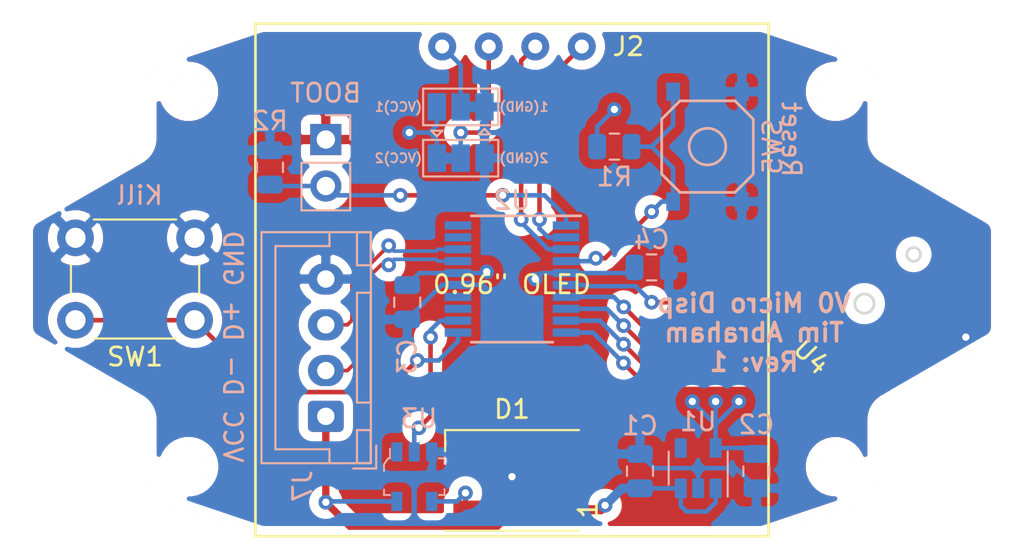
<source format=kicad_pcb>
(kicad_pcb (version 20171130) (host pcbnew "(5.1.5)-3")

  (general
    (thickness 1.6)
    (drawings 50)
    (tracks 197)
    (zones 0)
    (modules 18)
    (nets 20)
  )

  (page A4)
  (layers
    (0 F.Cu signal)
    (31 B.Cu signal)
    (32 B.Adhes user)
    (33 F.Adhes user)
    (34 B.Paste user)
    (35 F.Paste user)
    (36 B.SilkS user)
    (37 F.SilkS user)
    (38 B.Mask user)
    (39 F.Mask user)
    (40 Dwgs.User user)
    (41 Cmts.User user)
    (42 Eco1.User user hide)
    (43 Eco2.User user hide)
    (44 Edge.Cuts user)
    (45 Margin user)
    (46 B.CrtYd user)
    (47 F.CrtYd user)
    (48 B.Fab user hide)
    (49 F.Fab user hide)
  )

  (setup
    (last_trace_width 0.25)
    (trace_clearance 0.2)
    (zone_clearance 0.508)
    (zone_45_only no)
    (trace_min 0.2)
    (via_size 0.8)
    (via_drill 0.4)
    (via_min_size 0.4)
    (via_min_drill 0.3)
    (uvia_size 0.3)
    (uvia_drill 0.1)
    (uvias_allowed no)
    (uvia_min_size 0.2)
    (uvia_min_drill 0.1)
    (edge_width 0.05)
    (segment_width 0.2)
    (pcb_text_width 0.3)
    (pcb_text_size 1.5 1.5)
    (mod_edge_width 0.12)
    (mod_text_size 1 1)
    (mod_text_width 0.15)
    (pad_size 1.524 1.524)
    (pad_drill 0.762)
    (pad_to_mask_clearance 0.051)
    (solder_mask_min_width 0.25)
    (aux_axis_origin 88.441743 71.272897)
    (grid_origin -10.16 7.5)
    (visible_elements FFFFFF7F)
    (pcbplotparams
      (layerselection 0x010fc_ffffffff)
      (usegerberextensions false)
      (usegerberattributes false)
      (usegerberadvancedattributes false)
      (creategerberjobfile false)
      (excludeedgelayer true)
      (linewidth 0.100000)
      (plotframeref false)
      (viasonmask false)
      (mode 1)
      (useauxorigin false)
      (hpglpennumber 1)
      (hpglpenspeed 20)
      (hpglpendiameter 15.000000)
      (psnegative false)
      (psa4output false)
      (plotreference true)
      (plotvalue true)
      (plotinvisibletext false)
      (padsonsilk false)
      (subtractmaskfromsilk false)
      (outputformat 1)
      (mirror false)
      (drillshape 0)
      (scaleselection 1)
      (outputdirectory "../Production Files"))
  )

  (net 0 "")
  (net 1 GND)
  (net 2 VBUS)
  (net 3 +3V3)
  (net 4 "Net-(D1-Pad4)")
  (net 5 SDA)
  (net 6 SCL)
  (net 7 Pin2)
  (net 8 Pin1)
  (net 9 ~Reset)
  (net 10 BOOT0)
  (net 11 D+)
  (net 12 D-)
  (net 13 Kill_Switch)
  (net 14 Button_Down)
  (net 15 Button_Left)
  (net 16 Button_Right)
  (net 17 Button_Up)
  (net 18 NeoPixel)
  (net 19 Center)

  (net_class Default "This is the default net class."
    (clearance 0.2)
    (trace_width 0.25)
    (via_dia 0.8)
    (via_drill 0.4)
    (uvia_dia 0.3)
    (uvia_drill 0.1)
    (add_net +3V3)
    (add_net BOOT0)
    (add_net Button_Down)
    (add_net Button_Left)
    (add_net Button_Right)
    (add_net Button_Up)
    (add_net Center)
    (add_net D+)
    (add_net D-)
    (add_net GND)
    (add_net GPIO1)
    (add_net GPIO2)
    (add_net Kill_Switch)
    (add_net NeoPixel)
    (add_net "Net-(D1-Pad2)")
    (add_net "Net-(D1-Pad4)")
    (add_net "Net-(U1-Pad4)")
    (add_net Pin1)
    (add_net Pin2)
    (add_net SCL)
    (add_net SDA)
    (add_net SWDCLK)
    (add_net SWDIO)
    (add_net VBUS)
    (add_net ~Reset)
  )

  (module V0-Micro-Display:TS-1187A-B-A-B (layer B.Cu) (tedit 5EFC16F1) (tstamp 5EFCFF40)
    (at 10.668 -7.232 270)
    (path /5E219739)
    (fp_text reference SW5 (at 0 -3.556 90) (layer B.SilkS)
      (effects (font (size 1 1) (thickness 0.15)) (justify mirror))
    )
    (fp_text value SW_SPST (at 0 3.556 90) (layer B.Fab)
      (effects (font (size 1 1) (thickness 0.15)) (justify mirror))
    )
    (fp_line (start 4 3) (end -4 3) (layer B.CrtYd) (width 0.12))
    (fp_line (start 4 -3) (end 4 3) (layer B.CrtYd) (width 0.12))
    (fp_line (start -4 -3) (end 4 -3) (layer B.CrtYd) (width 0.12))
    (fp_line (start -4 3) (end -4 -3) (layer B.CrtYd) (width 0.12))
    (fp_line (start 2.5 -1.5) (end 1.5 -2.5) (layer B.SilkS) (width 0.15))
    (fp_line (start -2.5 1.5) (end -1.5 2.5) (layer B.SilkS) (width 0.15))
    (fp_line (start -1.5 -2.5) (end -2.5 -1.5) (layer B.SilkS) (width 0.15))
    (fp_line (start 1.5 2.5) (end 2.5 1.5) (layer B.SilkS) (width 0.15))
    (fp_circle (center 0 0) (end 1 0) (layer B.SilkS) (width 0.15))
    (fp_line (start 1.5 2.5) (end -1.5 2.5) (layer B.SilkS) (width 0.15))
    (fp_line (start 2.5 -1.5) (end 2.5 1.5) (layer B.SilkS) (width 0.15))
    (fp_line (start -1.5 -2.5) (end 1.5 -2.5) (layer B.SilkS) (width 0.15))
    (fp_line (start -2.5 1.5) (end -2.5 -1.5) (layer B.SilkS) (width 0.15))
    (pad 1 smd rect (at 3 1.875 90) (size 1 0.75) (layers B.Cu B.Paste B.Mask)
      (net 9 ~Reset))
    (pad 2 smd rect (at -3 -1.875 90) (size 1 0.75) (layers B.Cu B.Paste B.Mask)
      (net 1 GND))
    (pad 1 smd rect (at -3 1.875 90) (size 1 0.75) (layers B.Cu B.Paste B.Mask)
      (net 9 ~Reset))
    (pad 2 smd rect (at 3 -1.875 270) (size 1 0.75) (layers B.Cu B.Paste B.Mask)
      (net 1 GND))
    (model ${KIPRJMOD}/Library/3D_Packages/ts-1187a-b-a-b.stp
      (at (xyz 0 0 0))
      (scale (xyz 1 1 1))
      (rotate (xyz -90 0 90))
    )
  )

  (module V0-Micro-Display:0pt96in_OLED (layer F.Cu) (tedit 5EFBF655) (tstamp 5EFCEDDF)
    (at 0 -12.7)
    (path /5E219662)
    (fp_text reference J2 (at 6.35 0) (layer F.SilkS)
      (effects (font (size 1 1) (thickness 0.15)))
    )
    (fp_text value "I2C Header 1" (at 0 2.4) (layer F.Fab)
      (effects (font (size 1 1) (thickness 0.15)))
    )
    (fp_line (start -14 -1.25) (end 14 -1.25) (layer F.SilkS) (width 0.15))
    (fp_line (start -14 -1.25) (end -14 26.75) (layer F.SilkS) (width 0.15))
    (fp_line (start 14 -1.25) (end 14 26.75) (layer F.SilkS) (width 0.15))
    (fp_line (start -14 26.75) (end 14 26.75) (layer F.SilkS) (width 0.15))
    (fp_text user "0.96\" OLED" (at 0 13) (layer F.SilkS)
      (effects (font (size 1 1) (thickness 0.15)))
    )
    (pad 4 thru_hole circle (at 3.81 0) (size 1.524 1.524) (drill 0.762) (layers *.Cu *.Mask)
      (net 5 SDA))
    (pad 3 thru_hole circle (at 1.27 0) (size 1.524 1.524) (drill 0.762) (layers *.Cu *.Mask)
      (net 6 SCL))
    (pad 2 thru_hole circle (at -1.27 0) (size 1.524 1.524) (drill 0.762) (layers *.Cu *.Mask)
      (net 7 Pin2))
    (pad 1 thru_hole circle (at -3.81 0) (size 1.524 1.524) (drill 0.762) (layers *.Cu *.Mask)
      (net 8 Pin1))
    (model ${KIPRJMOD}/Library/3D_Packages/0.96_OLED_voron.step
      (offset (xyz 0 -12.75 2.7))
      (scale (xyz 1 1 1))
      (rotate (xyz 0 0 0))
    )
  )

  (module V0-Micro-Display:SOT-753 (layer B.Cu) (tedit 5EB07660) (tstamp 5EFCFFB8)
    (at -5.334 10.795)
    (path /5E22767C)
    (attr smd)
    (fp_text reference U3 (at 0.254 -3.175) (layer B.SilkS)
      (effects (font (size 1 1) (thickness 0.15)) (justify mirror))
    )
    (fp_text value 74LVC1G17 (at 0.35 -4.025) (layer B.Fab)
      (effects (font (size 1 1) (thickness 0.15)) (justify mirror))
    )
    (fp_line (start -1.525 0.875) (end 1.525 0.875) (layer B.Fab) (width 0.1))
    (fp_line (start 1.525 0.875) (end 1.525 -0.875) (layer B.Fab) (width 0.1))
    (fp_line (start -1.525 -0.625) (end -1.35 -0.875) (layer B.Fab) (width 0.1))
    (fp_line (start -1.35 -0.875) (end 1.525 -0.875) (layer B.Fab) (width 0.1))
    (fp_line (start -1.525 -0.625) (end -1.525 0.875) (layer B.Fab) (width 0.1))
    (fp_line (start -1.65 -0.675) (end -1.65 -0.3) (layer B.SilkS) (width 0.1))
    (fp_line (start -1.325 -1) (end -1.325 -1.525) (layer B.SilkS) (width 0.1))
    (fp_line (start -1.425 -1) (end -1.325 -1) (layer B.SilkS) (width 0.1))
    (fp_line (start -1.65 -0.675) (end -1.425 -1) (layer B.SilkS) (width 0.1))
    (fp_line (start 1.65 1) (end 1.65 0.675) (layer B.SilkS) (width 0.1))
    (fp_line (start 1.35 1) (end 1.65 1) (layer B.SilkS) (width 0.1))
    (fp_line (start 1.65 -1) (end 1.65 -0.7) (layer B.SilkS) (width 0.1))
    (fp_line (start 1.325 -1) (end 1.65 -1) (layer B.SilkS) (width 0.1))
    (fp_line (start -1.65 1) (end -1.65 0.7) (layer B.SilkS) (width 0.1))
    (fp_line (start -1.325 1) (end -1.65 1) (layer B.SilkS) (width 0.1))
    (fp_text user %R (at 0 -0.1) (layer B.Fab)
      (effects (font (size 0.75 0.75) (thickness 0.075)) (justify mirror))
    )
    (fp_line (start -1.825 2.125) (end 1.825 2.125) (layer B.CrtYd) (width 0.05))
    (fp_line (start 1.825 2.125) (end 1.825 -2.125) (layer B.CrtYd) (width 0.05))
    (fp_line (start 1.825 -2.125) (end -1.825 -2.125) (layer B.CrtYd) (width 0.05))
    (fp_line (start -1.825 -2.125) (end -1.825 2.125) (layer B.CrtYd) (width 0.05))
    (pad 1 smd rect (at -0.95 -1.35) (size 0.6 1.05) (layers B.Cu B.Paste B.Mask)
      (solder_mask_margin 0.07))
    (pad 2 smd rect (at 0 -1.35) (size 0.6 1.05) (layers B.Cu B.Paste B.Mask)
      (net 18 NeoPixel) (solder_mask_margin 0.07))
    (pad 3 smd rect (at 0.95 -1.35) (size 0.6 1.05) (layers B.Cu B.Paste B.Mask)
      (net 1 GND) (solder_mask_margin 0.07))
    (pad 4 smd rect (at 0.95 1.35) (size 0.6 1.05) (layers B.Cu B.Paste B.Mask)
      (net 4 "Net-(D1-Pad4)") (solder_mask_margin 0.07))
    (pad 5 smd rect (at -0.95 1.35) (size 0.6 1.05) (layers B.Cu B.Paste B.Mask)
      (net 2 VBUS) (solder_mask_margin 0.07))
    (model ${KIPRJMOD}/Library/3D_Packages/SOT753.step
      (offset (xyz -2.17 -1.27 -1.27))
      (scale (xyz 1 1 1))
      (rotate (xyz -90 0 -90))
    )
  )

  (module V0-Micro-Display:SOT-23-5 (layer B.Cu) (tedit 5EB07606) (tstamp 5EFCFF55)
    (at 10.16 10.33 90)
    (descr "5-pin SOT23 package")
    (tags SOT-23-5)
    (path /5E22E228)
    (attr smd)
    (fp_text reference U1 (at 2.54 0 180) (layer B.SilkS)
      (effects (font (size 1 1) (thickness 0.15)) (justify mirror))
    )
    (fp_text value AP2127K-3.3 (at 0 -2.9 90) (layer B.Fab)
      (effects (font (size 1 1) (thickness 0.15)) (justify mirror))
    )
    (fp_line (start 0.9 1.55) (end 0.9 -1.55) (layer B.Fab) (width 0.1))
    (fp_line (start 0.9 -1.55) (end -0.9 -1.55) (layer B.Fab) (width 0.1))
    (fp_line (start -0.9 0.9) (end -0.9 -1.55) (layer B.Fab) (width 0.1))
    (fp_line (start 0.9 1.55) (end -0.25 1.55) (layer B.Fab) (width 0.1))
    (fp_line (start -0.9 0.9) (end -0.25 1.55) (layer B.Fab) (width 0.1))
    (fp_line (start -1.9 -1.8) (end -1.9 1.8) (layer B.CrtYd) (width 0.05))
    (fp_line (start 1.9 -1.8) (end -1.9 -1.8) (layer B.CrtYd) (width 0.05))
    (fp_line (start 1.9 1.8) (end 1.9 -1.8) (layer B.CrtYd) (width 0.05))
    (fp_line (start -1.9 1.8) (end 1.9 1.8) (layer B.CrtYd) (width 0.05))
    (fp_line (start 0.9 1.61) (end -1.55 1.61) (layer B.SilkS) (width 0.12))
    (fp_line (start -0.9 -1.61) (end 0.9 -1.61) (layer B.SilkS) (width 0.12))
    (fp_text user %R (at 0 0 180) (layer B.Fab)
      (effects (font (size 0.5 0.5) (thickness 0.075)) (justify mirror))
    )
    (pad 5 smd rect (at 1.1 0.95 90) (size 1.06 0.65) (layers B.Cu B.Paste B.Mask)
      (net 3 +3V3))
    (pad 4 smd rect (at 1.1 -0.95 90) (size 1.06 0.65) (layers B.Cu B.Paste B.Mask))
    (pad 3 smd rect (at -1.1 -0.95 90) (size 1.06 0.65) (layers B.Cu B.Paste B.Mask)
      (net 2 VBUS))
    (pad 2 smd rect (at -1.1 0 90) (size 1.06 0.65) (layers B.Cu B.Paste B.Mask)
      (net 1 GND))
    (pad 1 smd rect (at -1.1 0.95 90) (size 1.06 0.65) (layers B.Cu B.Paste B.Mask)
      (net 2 VBUS))
    (model ${KIPRJMOD}/Library/3D_Packages/SOT-23-5.step
      (at (xyz 0 0 0))
      (scale (xyz 1 1 1))
      (rotate (xyz 0 0 0))
    )
  )

  (module V0-Micro-Display:R_0805_2012Metric (layer B.Cu) (tedit 5EB075F5) (tstamp 5EFCFED4)
    (at -13.208 -6.096 90)
    (descr "Resistor SMD 0805 (2012 Metric), square (rectangular) end terminal, IPC_7351 nominal, (Body size source: https://docs.google.com/spreadsheets/d/1BsfQQcO9C6DZCsRaXUlFlo91Tg2WpOkGARC1WS5S8t0/edit?usp=sharing), generated with kicad-footprint-generator")
    (tags resistor)
    (path /5E214339)
    (attr smd)
    (fp_text reference R2 (at 2.54 0 180) (layer B.SilkS)
      (effects (font (size 1 1) (thickness 0.15)) (justify mirror))
    )
    (fp_text value 10K (at 0 -1.65 90) (layer B.Fab)
      (effects (font (size 1 1) (thickness 0.15)) (justify mirror))
    )
    (fp_text user %R (at 0 0 90) (layer B.Fab)
      (effects (font (size 0.5 0.5) (thickness 0.08)) (justify mirror))
    )
    (fp_line (start 1.68 -0.95) (end -1.68 -0.95) (layer B.CrtYd) (width 0.05))
    (fp_line (start 1.68 0.95) (end 1.68 -0.95) (layer B.CrtYd) (width 0.05))
    (fp_line (start -1.68 0.95) (end 1.68 0.95) (layer B.CrtYd) (width 0.05))
    (fp_line (start -1.68 -0.95) (end -1.68 0.95) (layer B.CrtYd) (width 0.05))
    (fp_line (start -0.258578 -0.71) (end 0.258578 -0.71) (layer B.SilkS) (width 0.12))
    (fp_line (start -0.258578 0.71) (end 0.258578 0.71) (layer B.SilkS) (width 0.12))
    (fp_line (start 1 -0.6) (end -1 -0.6) (layer B.Fab) (width 0.1))
    (fp_line (start 1 0.6) (end 1 -0.6) (layer B.Fab) (width 0.1))
    (fp_line (start -1 0.6) (end 1 0.6) (layer B.Fab) (width 0.1))
    (fp_line (start -1 -0.6) (end -1 0.6) (layer B.Fab) (width 0.1))
    (pad 2 smd roundrect (at 0.9375 0 90) (size 0.975 1.4) (layers B.Cu B.Paste B.Mask) (roundrect_rratio 0.25)
      (net 1 GND))
    (pad 1 smd roundrect (at -0.9375 0 90) (size 0.975 1.4) (layers B.Cu B.Paste B.Mask) (roundrect_rratio 0.25)
      (net 10 BOOT0))
    (model ${KIPRJMOD}/Library/3D_Packages/R_0805_2012Metric.step
      (at (xyz 0 0 0))
      (scale (xyz 1 1 1))
      (rotate (xyz 0 0 0))
    )
  )

  (module V0-Micro-Display:R_0805_2012Metric (layer B.Cu) (tedit 5EB075F5) (tstamp 5EFCFEC3)
    (at 5.588 -7.232)
    (descr "Resistor SMD 0805 (2012 Metric), square (rectangular) end terminal, IPC_7351 nominal, (Body size source: https://docs.google.com/spreadsheets/d/1BsfQQcO9C6DZCsRaXUlFlo91Tg2WpOkGARC1WS5S8t0/edit?usp=sharing), generated with kicad-footprint-generator")
    (tags resistor)
    (path /5E2169B3)
    (attr smd)
    (fp_text reference R1 (at 0 1.65) (layer B.SilkS)
      (effects (font (size 1 1) (thickness 0.15)) (justify mirror))
    )
    (fp_text value 10K (at 0 -1.65) (layer B.Fab)
      (effects (font (size 1 1) (thickness 0.15)) (justify mirror))
    )
    (fp_text user %R (at 0 0) (layer B.Fab)
      (effects (font (size 0.5 0.5) (thickness 0.08)) (justify mirror))
    )
    (fp_line (start 1.68 -0.95) (end -1.68 -0.95) (layer B.CrtYd) (width 0.05))
    (fp_line (start 1.68 0.95) (end 1.68 -0.95) (layer B.CrtYd) (width 0.05))
    (fp_line (start -1.68 0.95) (end 1.68 0.95) (layer B.CrtYd) (width 0.05))
    (fp_line (start -1.68 -0.95) (end -1.68 0.95) (layer B.CrtYd) (width 0.05))
    (fp_line (start -0.258578 -0.71) (end 0.258578 -0.71) (layer B.SilkS) (width 0.12))
    (fp_line (start -0.258578 0.71) (end 0.258578 0.71) (layer B.SilkS) (width 0.12))
    (fp_line (start 1 -0.6) (end -1 -0.6) (layer B.Fab) (width 0.1))
    (fp_line (start 1 0.6) (end 1 -0.6) (layer B.Fab) (width 0.1))
    (fp_line (start -1 0.6) (end 1 0.6) (layer B.Fab) (width 0.1))
    (fp_line (start -1 -0.6) (end -1 0.6) (layer B.Fab) (width 0.1))
    (pad 2 smd roundrect (at 0.9375 0) (size 0.975 1.4) (layers B.Cu B.Paste B.Mask) (roundrect_rratio 0.25)
      (net 9 ~Reset))
    (pad 1 smd roundrect (at -0.9375 0) (size 0.975 1.4) (layers B.Cu B.Paste B.Mask) (roundrect_rratio 0.25)
      (net 3 +3V3))
    (model ${KIPRJMOD}/Library/3D_Packages/R_0805_2012Metric.step
      (at (xyz 0 0 0))
      (scale (xyz 1 1 1))
      (rotate (xyz 0 0 0))
    )
  )

  (module V0-Micro-Display:PinHeader_1x02_P2.54mm_Vertical (layer B.Cu) (tedit 5EB075DE) (tstamp 5EFCFDC3)
    (at -10.16 -7.62 180)
    (descr "Through hole straight pin header, 1x02, 2.54mm pitch, single row")
    (tags "Through hole pin header THT 1x02 2.54mm single row")
    (path /5E215025)
    (fp_text reference J4 (at 0 2.54) (layer B.SilkS) hide
      (effects (font (size 1 1) (thickness 0.15)) (justify mirror))
    )
    (fp_text value Conn_01x02 (at 0 -4.87) (layer B.Fab)
      (effects (font (size 1 1) (thickness 0.15)) (justify mirror))
    )
    (fp_text user %R (at 0 -1.27 270) (layer B.Fab)
      (effects (font (size 1 1) (thickness 0.15)) (justify mirror))
    )
    (fp_line (start 1.8 1.8) (end -1.8 1.8) (layer B.CrtYd) (width 0.05))
    (fp_line (start 1.8 -4.35) (end 1.8 1.8) (layer B.CrtYd) (width 0.05))
    (fp_line (start -1.8 -4.35) (end 1.8 -4.35) (layer B.CrtYd) (width 0.05))
    (fp_line (start -1.8 1.8) (end -1.8 -4.35) (layer B.CrtYd) (width 0.05))
    (fp_line (start -1.33 1.33) (end 0 1.33) (layer B.SilkS) (width 0.12))
    (fp_line (start -1.33 0) (end -1.33 1.33) (layer B.SilkS) (width 0.12))
    (fp_line (start -1.33 -1.27) (end 1.33 -1.27) (layer B.SilkS) (width 0.12))
    (fp_line (start 1.33 -1.27) (end 1.33 -3.87) (layer B.SilkS) (width 0.12))
    (fp_line (start -1.33 -1.27) (end -1.33 -3.87) (layer B.SilkS) (width 0.12))
    (fp_line (start -1.33 -3.87) (end 1.33 -3.87) (layer B.SilkS) (width 0.12))
    (fp_line (start -1.27 0.635) (end -0.635 1.27) (layer B.Fab) (width 0.1))
    (fp_line (start -1.27 -3.81) (end -1.27 0.635) (layer B.Fab) (width 0.1))
    (fp_line (start 1.27 -3.81) (end -1.27 -3.81) (layer B.Fab) (width 0.1))
    (fp_line (start 1.27 1.27) (end 1.27 -3.81) (layer B.Fab) (width 0.1))
    (fp_line (start -0.635 1.27) (end 1.27 1.27) (layer B.Fab) (width 0.1))
    (pad 2 thru_hole oval (at 0 -2.54 180) (size 1.7 1.7) (drill 1) (layers *.Cu *.Mask)
      (net 10 BOOT0))
    (pad 1 thru_hole rect (at 0 0 180) (size 1.7 1.7) (drill 1) (layers *.Cu *.Mask)
      (net 3 +3V3))
    (model ${KIPRJMOD}/Library/3D_Packages/PinHeader_1x02_P2.54mm_Vertical.step
      (at (xyz 0 0 0))
      (scale (xyz 1 1 1))
      (rotate (xyz 0 0 0))
    )
  )

  (module V0-Micro-Display:C_0805_2012Metric (layer B.Cu) (tedit 5EB0750C) (tstamp 5EFCFD52)
    (at 7.62 -0.635)
    (descr "Capacitor SMD 0805 (2012 Metric), square (rectangular) end terminal, IPC_7351 nominal, (Body size source: https://docs.google.com/spreadsheets/d/1BsfQQcO9C6DZCsRaXUlFlo91Tg2WpOkGARC1WS5S8t0/edit?usp=sharing), generated with kicad-footprint-generator")
    (tags capacitor)
    (path /5E212434)
    (attr smd)
    (fp_text reference C4 (at 0 -1.517) (layer B.SilkS)
      (effects (font (size 1 1) (thickness 0.15)) (justify mirror))
    )
    (fp_text value 0.1uF (at 0 -1.65) (layer B.Fab)
      (effects (font (size 1 1) (thickness 0.15)) (justify mirror))
    )
    (fp_text user %R (at 0 0) (layer B.Fab)
      (effects (font (size 0.5 0.5) (thickness 0.08)) (justify mirror))
    )
    (fp_line (start 1.68 -0.95) (end -1.68 -0.95) (layer B.CrtYd) (width 0.05))
    (fp_line (start 1.68 0.95) (end 1.68 -0.95) (layer B.CrtYd) (width 0.05))
    (fp_line (start -1.68 0.95) (end 1.68 0.95) (layer B.CrtYd) (width 0.05))
    (fp_line (start -1.68 -0.95) (end -1.68 0.95) (layer B.CrtYd) (width 0.05))
    (fp_line (start -0.258578 -0.71) (end 0.258578 -0.71) (layer B.SilkS) (width 0.12))
    (fp_line (start -0.258578 0.71) (end 0.258578 0.71) (layer B.SilkS) (width 0.12))
    (fp_line (start 1 -0.6) (end -1 -0.6) (layer B.Fab) (width 0.1))
    (fp_line (start 1 0.6) (end 1 -0.6) (layer B.Fab) (width 0.1))
    (fp_line (start -1 0.6) (end 1 0.6) (layer B.Fab) (width 0.1))
    (fp_line (start -1 -0.6) (end -1 0.6) (layer B.Fab) (width 0.1))
    (pad 2 smd roundrect (at 0.9375 0) (size 0.975 1.4) (layers B.Cu B.Paste B.Mask) (roundrect_rratio 0.25)
      (net 1 GND))
    (pad 1 smd roundrect (at -0.9375 0) (size 0.975 1.4) (layers B.Cu B.Paste B.Mask) (roundrect_rratio 0.25)
      (net 3 +3V3))
    (model ${KIPRJMOD}/Library/3D_Packages/C_0805_2012Metric.step
      (at (xyz 0 0 0))
      (scale (xyz 1 1 1))
      (rotate (xyz 0 0 0))
    )
  )

  (module V0-Micro-Display:C_0805_2012Metric (layer B.Cu) (tedit 5EB0750C) (tstamp 5EFCFD41)
    (at -5.715 1.27 90)
    (descr "Capacitor SMD 0805 (2012 Metric), square (rectangular) end terminal, IPC_7351 nominal, (Body size source: https://docs.google.com/spreadsheets/d/1BsfQQcO9C6DZCsRaXUlFlo91Tg2WpOkGARC1WS5S8t0/edit?usp=sharing), generated with kicad-footprint-generator")
    (tags capacitor)
    (path /5E217BAD)
    (attr smd)
    (fp_text reference C3 (at -2.97 0 270) (layer B.SilkS)
      (effects (font (size 1 1) (thickness 0.15)) (justify mirror))
    )
    (fp_text value 0.1uF (at 0 1.27 270) (layer B.Fab)
      (effects (font (size 1 1) (thickness 0.15)) (justify mirror))
    )
    (fp_line (start -1 -0.6) (end -1 0.6) (layer B.Fab) (width 0.1))
    (fp_line (start -1 0.6) (end 1 0.6) (layer B.Fab) (width 0.1))
    (fp_line (start 1 0.6) (end 1 -0.6) (layer B.Fab) (width 0.1))
    (fp_line (start 1 -0.6) (end -1 -0.6) (layer B.Fab) (width 0.1))
    (fp_line (start -0.258578 0.71) (end 0.258578 0.71) (layer B.SilkS) (width 0.12))
    (fp_line (start -0.258578 -0.71) (end 0.258578 -0.71) (layer B.SilkS) (width 0.12))
    (fp_line (start -1.68 -0.95) (end -1.68 0.95) (layer B.CrtYd) (width 0.05))
    (fp_line (start -1.68 0.95) (end 1.68 0.95) (layer B.CrtYd) (width 0.05))
    (fp_line (start 1.68 0.95) (end 1.68 -0.95) (layer B.CrtYd) (width 0.05))
    (fp_line (start 1.68 -0.95) (end -1.68 -0.95) (layer B.CrtYd) (width 0.05))
    (fp_text user %R (at 0 0 270) (layer B.Fab)
      (effects (font (size 0.5 0.5) (thickness 0.08)) (justify mirror))
    )
    (pad 1 smd roundrect (at -0.9375 0 90) (size 0.975 1.4) (layers B.Cu B.Paste B.Mask) (roundrect_rratio 0.25)
      (net 1 GND))
    (pad 2 smd roundrect (at 0.9375 0 90) (size 0.975 1.4) (layers B.Cu B.Paste B.Mask) (roundrect_rratio 0.25)
      (net 3 +3V3))
    (model ${KIPRJMOD}/Library/3D_Packages/C_0805_2012Metric.step
      (at (xyz 0 0 0))
      (scale (xyz 1 1 1))
      (rotate (xyz 0 0 0))
    )
  )

  (module V0-Micro-Display:C_0805_2012Metric (layer B.Cu) (tedit 5EB0750C) (tstamp 5EFCFD30)
    (at 13.335 10.4925 270)
    (descr "Capacitor SMD 0805 (2012 Metric), square (rectangular) end terminal, IPC_7351 nominal, (Body size source: https://docs.google.com/spreadsheets/d/1BsfQQcO9C6DZCsRaXUlFlo91Tg2WpOkGARC1WS5S8t0/edit?usp=sharing), generated with kicad-footprint-generator")
    (tags capacitor)
    (path /5E230C2B)
    (attr smd)
    (fp_text reference C2 (at -2.54 0 180) (layer B.SilkS)
      (effects (font (size 1 1) (thickness 0.15)) (justify mirror))
    )
    (fp_text value 4.7uF (at 0 -1.65 90) (layer B.Fab)
      (effects (font (size 1 1) (thickness 0.15)) (justify mirror))
    )
    (fp_text user %R (at 0 0 90) (layer B.Fab)
      (effects (font (size 0.5 0.5) (thickness 0.08)) (justify mirror))
    )
    (fp_line (start 1.68 -0.95) (end -1.68 -0.95) (layer B.CrtYd) (width 0.05))
    (fp_line (start 1.68 0.95) (end 1.68 -0.95) (layer B.CrtYd) (width 0.05))
    (fp_line (start -1.68 0.95) (end 1.68 0.95) (layer B.CrtYd) (width 0.05))
    (fp_line (start -1.68 -0.95) (end -1.68 0.95) (layer B.CrtYd) (width 0.05))
    (fp_line (start -0.258578 -0.71) (end 0.258578 -0.71) (layer B.SilkS) (width 0.12))
    (fp_line (start -0.258578 0.71) (end 0.258578 0.71) (layer B.SilkS) (width 0.12))
    (fp_line (start 1 -0.6) (end -1 -0.6) (layer B.Fab) (width 0.1))
    (fp_line (start 1 0.6) (end 1 -0.6) (layer B.Fab) (width 0.1))
    (fp_line (start -1 0.6) (end 1 0.6) (layer B.Fab) (width 0.1))
    (fp_line (start -1 -0.6) (end -1 0.6) (layer B.Fab) (width 0.1))
    (pad 2 smd roundrect (at 0.9375 0 270) (size 0.975 1.4) (layers B.Cu B.Paste B.Mask) (roundrect_rratio 0.25)
      (net 1 GND))
    (pad 1 smd roundrect (at -0.9375 0 270) (size 0.975 1.4) (layers B.Cu B.Paste B.Mask) (roundrect_rratio 0.25)
      (net 3 +3V3))
    (model ${KIPRJMOD}/Library/3D_Packages/C_0805_2012Metric.step
      (at (xyz 0 0 0))
      (scale (xyz 1 1 1))
      (rotate (xyz 0 0 0))
    )
  )

  (module V0-Micro-Display:C_0805_2012Metric (layer B.Cu) (tedit 5EB0750C) (tstamp 5EFCFD1F)
    (at 6.985 10.4925 90)
    (descr "Capacitor SMD 0805 (2012 Metric), square (rectangular) end terminal, IPC_7351 nominal, (Body size source: https://docs.google.com/spreadsheets/d/1BsfQQcO9C6DZCsRaXUlFlo91Tg2WpOkGARC1WS5S8t0/edit?usp=sharing), generated with kicad-footprint-generator")
    (tags capacitor)
    (path /5E232B2A)
    (attr smd)
    (fp_text reference C1 (at 2.4845 0 180) (layer B.SilkS)
      (effects (font (size 1 1) (thickness 0.15)) (justify mirror))
    )
    (fp_text value 4.7uF (at 0 -1.65 90) (layer B.Fab)
      (effects (font (size 1 1) (thickness 0.15)) (justify mirror))
    )
    (fp_text user %R (at 0 0 90) (layer B.Fab)
      (effects (font (size 0.5 0.5) (thickness 0.08)) (justify mirror))
    )
    (fp_line (start 1.68 -0.95) (end -1.68 -0.95) (layer B.CrtYd) (width 0.05))
    (fp_line (start 1.68 0.95) (end 1.68 -0.95) (layer B.CrtYd) (width 0.05))
    (fp_line (start -1.68 0.95) (end 1.68 0.95) (layer B.CrtYd) (width 0.05))
    (fp_line (start -1.68 -0.95) (end -1.68 0.95) (layer B.CrtYd) (width 0.05))
    (fp_line (start -0.258578 -0.71) (end 0.258578 -0.71) (layer B.SilkS) (width 0.12))
    (fp_line (start -0.258578 0.71) (end 0.258578 0.71) (layer B.SilkS) (width 0.12))
    (fp_line (start 1 -0.6) (end -1 -0.6) (layer B.Fab) (width 0.1))
    (fp_line (start 1 0.6) (end 1 -0.6) (layer B.Fab) (width 0.1))
    (fp_line (start -1 0.6) (end 1 0.6) (layer B.Fab) (width 0.1))
    (fp_line (start -1 -0.6) (end -1 0.6) (layer B.Fab) (width 0.1))
    (pad 2 smd roundrect (at 0.9375 0 90) (size 0.975 1.4) (layers B.Cu B.Paste B.Mask) (roundrect_rratio 0.25)
      (net 1 GND))
    (pad 1 smd roundrect (at -0.9375 0 90) (size 0.975 1.4) (layers B.Cu B.Paste B.Mask) (roundrect_rratio 0.25)
      (net 2 VBUS))
    (model ${KIPRJMOD}/Library/3D_Packages/C_0805_2012Metric.step
      (at (xyz 0 0 0))
      (scale (xyz 1 1 1))
      (rotate (xyz 0 0 0))
    )
  )

  (module V0-Micro-Display:Alps_4-Way_Joystick (layer F.Cu) (tedit 5EFBF75A) (tstamp 5EFCEEC9)
    (at 20.574 0 315)
    (path /5EFCC62D)
    (fp_text reference U4 (at 0 6 135) (layer F.SilkS)
      (effects (font (size 1 1) (thickness 0.15)))
    )
    (fp_text value Alps_4-Way_Joystick (at 0 -6 135) (layer F.Fab)
      (effects (font (size 1 1) (thickness 0.15)))
    )
    (fp_line (start 0 0) (end 3 -3) (layer F.Fab) (width 0.15))
    (fp_line (start 3 -3) (end 2.8 -2.4) (layer F.Fab) (width 0.15))
    (fp_line (start 3 -3) (end 2.4 -2.8) (layer F.Fab) (width 0.15))
    (fp_text user B (at 3.4 -3.4 315) (layer F.Fab)
      (effects (font (size 0.5 0.5) (thickness 0.1)))
    )
    (fp_line (start 0 0) (end 3 3) (layer F.Fab) (width 0.15))
    (fp_line (start 3 3) (end 2.4 2.8) (layer F.Fab) (width 0.15))
    (fp_line (start 3 3) (end 2.8 2.4) (layer F.Fab) (width 0.15))
    (fp_text user D (at 3.4 3.4 135) (layer F.Fab)
      (effects (font (size 0.5 0.5) (thickness 0.1)))
    )
    (fp_line (start 0 0) (end -3 3) (layer F.Fab) (width 0.15))
    (fp_line (start -3 3) (end -2.8 2.4) (layer F.Fab) (width 0.15))
    (fp_line (start -3 3) (end -2.4 2.8) (layer F.Fab) (width 0.15))
    (fp_text user C (at -3.4 3.4 135) (layer F.Fab)
      (effects (font (size 0.5 0.5) (thickness 0.1)))
    )
    (fp_text user A (at -3.4 -3.4 315) (layer F.Fab)
      (effects (font (size 0.5 0.5) (thickness 0.1)))
    )
    (fp_line (start -3 -3) (end -2.4 -2.8) (layer F.Fab) (width 0.15))
    (fp_line (start -3 -3) (end -2.8 -2.4) (layer F.Fab) (width 0.15))
    (fp_line (start 0 0) (end -3 -3) (layer F.Fab) (width 0.15))
    (fp_circle (center 0 -1.9) (end 0.375 -1.9) (layer Edge.Cuts) (width 0.15))
    (fp_circle (center 0 1.9) (end 0.525 1.9) (layer Edge.Cuts) (width 0.15))
    (pad 1 smd rect (at -3.575 -1.425 315) (size 1.35 1) (layers F.Cu F.Paste F.Mask)
      (net 17 Button_Up))
    (pad 3 smd rect (at -3.575 1.425 315) (size 1.35 1) (layers F.Cu F.Paste F.Mask)
      (net 15 Button_Left))
    (pad 2 smd rect (at -3.575 0 315) (size 1.35 1) (layers F.Cu F.Paste F.Mask)
      (net 19 Center))
    (pad 5 smd rect (at 3.575 0 135) (size 1.35 1) (layers F.Cu F.Paste F.Mask)
      (net 1 GND))
    (pad 4 smd rect (at 3.575 -1.425 135) (size 1.35 1) (layers F.Cu F.Paste F.Mask)
      (net 16 Button_Right))
    (pad 6 smd rect (at 3.575 1.425 135) (size 1.35 1) (layers F.Cu F.Paste F.Mask)
      (net 14 Button_Down))
    (pad "" smd rect (at 0 -4.05 315) (size 2 1.8) (layers F.Cu F.Paste F.Mask))
    (pad "" smd rect (at 0 4.05 135) (size 2 1.8) (layers F.Cu F.Paste F.Mask))
    (model ${KIPRJMOD}/Library/3D_Packages/SKRHAAE010.STEP
      (at (xyz 0 0 0))
      (scale (xyz 1 1 1))
      (rotate (xyz 0 0 0))
    )
  )

  (module V0-Micro-Display:SW_PUSH_6mm (layer F.Cu) (tedit 5EF9412A) (tstamp 5EFD47D4)
    (at -17.32 2.25 180)
    (descr https://www.omron.com/ecb/products/pdf/en-b3f.pdf)
    (tags "tact sw push 6mm")
    (path /5EFDA41F)
    (fp_text reference SW1 (at 3.25 -2) (layer F.SilkS)
      (effects (font (size 1 1) (thickness 0.15)))
    )
    (fp_text value SW_SPST (at 3.75 6.7) (layer F.Fab)
      (effects (font (size 1 1) (thickness 0.15)))
    )
    (fp_circle (center 3.25 2.25) (end 1.25 2.5) (layer F.Fab) (width 0.1))
    (fp_line (start 6.75 3) (end 6.75 1.5) (layer F.SilkS) (width 0.12))
    (fp_line (start 5.5 -1) (end 1 -1) (layer F.SilkS) (width 0.12))
    (fp_line (start -0.25 1.5) (end -0.25 3) (layer F.SilkS) (width 0.12))
    (fp_line (start 1 5.5) (end 5.5 5.5) (layer F.SilkS) (width 0.12))
    (fp_line (start 8 -1.25) (end 8 5.75) (layer F.CrtYd) (width 0.05))
    (fp_line (start 7.75 6) (end -1.25 6) (layer F.CrtYd) (width 0.05))
    (fp_line (start -1.5 5.75) (end -1.5 -1.25) (layer F.CrtYd) (width 0.05))
    (fp_line (start -1.25 -1.5) (end 7.75 -1.5) (layer F.CrtYd) (width 0.05))
    (fp_line (start -1.5 6) (end -1.25 6) (layer F.CrtYd) (width 0.05))
    (fp_line (start -1.5 5.75) (end -1.5 6) (layer F.CrtYd) (width 0.05))
    (fp_line (start -1.5 -1.5) (end -1.25 -1.5) (layer F.CrtYd) (width 0.05))
    (fp_line (start -1.5 -1.25) (end -1.5 -1.5) (layer F.CrtYd) (width 0.05))
    (fp_line (start 8 -1.5) (end 8 -1.25) (layer F.CrtYd) (width 0.05))
    (fp_line (start 7.75 -1.5) (end 8 -1.5) (layer F.CrtYd) (width 0.05))
    (fp_line (start 8 6) (end 8 5.75) (layer F.CrtYd) (width 0.05))
    (fp_line (start 7.75 6) (end 8 6) (layer F.CrtYd) (width 0.05))
    (fp_line (start 0.25 -0.75) (end 3.25 -0.75) (layer F.Fab) (width 0.1))
    (fp_line (start 0.25 5.25) (end 0.25 -0.75) (layer F.Fab) (width 0.1))
    (fp_line (start 6.25 5.25) (end 0.25 5.25) (layer F.Fab) (width 0.1))
    (fp_line (start 6.25 -0.75) (end 6.25 5.25) (layer F.Fab) (width 0.1))
    (fp_line (start 3.25 -0.75) (end 6.25 -0.75) (layer F.Fab) (width 0.1))
    (fp_text user %R (at 3.25 2.25 270) (layer F.Fab)
      (effects (font (size 1 1) (thickness 0.15)))
    )
    (pad 1 thru_hole circle (at 6.5 0 270) (size 2 2) (drill 1.1) (layers *.Cu *.Mask)
      (net 13 Kill_Switch))
    (pad 2 thru_hole circle (at 6.5 4.5 270) (size 2 2) (drill 1.1) (layers *.Cu *.Mask)
      (net 1 GND))
    (pad 1 thru_hole circle (at 0 0 270) (size 2 2) (drill 1.1) (layers *.Cu *.Mask)
      (net 13 Kill_Switch))
    (pad 2 thru_hole circle (at 0 4.5 270) (size 2 2) (drill 1.1) (layers *.Cu *.Mask)
      (net 1 GND))
    (model ${KIPRJMOD}/Library/3D_Packages/SW_PUSH_6mm.wrl
      (at (xyz 0 0 0))
      (scale (xyz 1 1 1))
      (rotate (xyz 0 0 0))
    )
  )

  (module Connector_JST:JST_XH_B4B-XH-A_1x04_P2.50mm_Vertical (layer B.Cu) (tedit 5C28146C) (tstamp 5EFCED80)
    (at -10.16 7.5 90)
    (descr "JST XH series connector, B4B-XH-A (http://www.jst-mfg.com/product/pdf/eng/eXH.pdf), generated with kicad-footprint-generator")
    (tags "connector JST XH vertical")
    (path /5E9260C7)
    (fp_text reference J7 (at -3.81 -1.27 90) (layer B.SilkS)
      (effects (font (size 1 1) (thickness 0.15)) (justify mirror))
    )
    (fp_text value USB_Header (at 3.75 -4.6 90) (layer B.Fab)
      (effects (font (size 1 1) (thickness 0.15)) (justify mirror))
    )
    (fp_text user %R (at 3.75 -2.7 90) (layer B.Fab)
      (effects (font (size 1 1) (thickness 0.15)) (justify mirror))
    )
    (fp_line (start -2.85 2.75) (end -2.85 1.5) (layer B.SilkS) (width 0.12))
    (fp_line (start -1.6 2.75) (end -2.85 2.75) (layer B.SilkS) (width 0.12))
    (fp_line (start 9.3 -2.75) (end 3.75 -2.75) (layer B.SilkS) (width 0.12))
    (fp_line (start 9.3 0.2) (end 9.3 -2.75) (layer B.SilkS) (width 0.12))
    (fp_line (start 10.05 0.2) (end 9.3 0.2) (layer B.SilkS) (width 0.12))
    (fp_line (start -1.8 -2.75) (end 3.75 -2.75) (layer B.SilkS) (width 0.12))
    (fp_line (start -1.8 0.2) (end -1.8 -2.75) (layer B.SilkS) (width 0.12))
    (fp_line (start -2.55 0.2) (end -1.8 0.2) (layer B.SilkS) (width 0.12))
    (fp_line (start 10.05 2.45) (end 8.25 2.45) (layer B.SilkS) (width 0.12))
    (fp_line (start 10.05 1.7) (end 10.05 2.45) (layer B.SilkS) (width 0.12))
    (fp_line (start 8.25 1.7) (end 10.05 1.7) (layer B.SilkS) (width 0.12))
    (fp_line (start 8.25 2.45) (end 8.25 1.7) (layer B.SilkS) (width 0.12))
    (fp_line (start -0.75 2.45) (end -2.55 2.45) (layer B.SilkS) (width 0.12))
    (fp_line (start -0.75 1.7) (end -0.75 2.45) (layer B.SilkS) (width 0.12))
    (fp_line (start -2.55 1.7) (end -0.75 1.7) (layer B.SilkS) (width 0.12))
    (fp_line (start -2.55 2.45) (end -2.55 1.7) (layer B.SilkS) (width 0.12))
    (fp_line (start 6.75 2.45) (end 0.75 2.45) (layer B.SilkS) (width 0.12))
    (fp_line (start 6.75 1.7) (end 6.75 2.45) (layer B.SilkS) (width 0.12))
    (fp_line (start 0.75 1.7) (end 6.75 1.7) (layer B.SilkS) (width 0.12))
    (fp_line (start 0.75 2.45) (end 0.75 1.7) (layer B.SilkS) (width 0.12))
    (fp_line (start 0 1.35) (end 0.625 2.35) (layer B.Fab) (width 0.1))
    (fp_line (start -0.625 2.35) (end 0 1.35) (layer B.Fab) (width 0.1))
    (fp_line (start 10.45 2.85) (end -2.95 2.85) (layer B.CrtYd) (width 0.05))
    (fp_line (start 10.45 -3.9) (end 10.45 2.85) (layer B.CrtYd) (width 0.05))
    (fp_line (start -2.95 -3.9) (end 10.45 -3.9) (layer B.CrtYd) (width 0.05))
    (fp_line (start -2.95 2.85) (end -2.95 -3.9) (layer B.CrtYd) (width 0.05))
    (fp_line (start 10.06 2.46) (end -2.56 2.46) (layer B.SilkS) (width 0.12))
    (fp_line (start 10.06 -3.51) (end 10.06 2.46) (layer B.SilkS) (width 0.12))
    (fp_line (start -2.56 -3.51) (end 10.06 -3.51) (layer B.SilkS) (width 0.12))
    (fp_line (start -2.56 2.46) (end -2.56 -3.51) (layer B.SilkS) (width 0.12))
    (fp_line (start 9.95 2.35) (end -2.45 2.35) (layer B.Fab) (width 0.1))
    (fp_line (start 9.95 -3.4) (end 9.95 2.35) (layer B.Fab) (width 0.1))
    (fp_line (start -2.45 -3.4) (end 9.95 -3.4) (layer B.Fab) (width 0.1))
    (fp_line (start -2.45 2.35) (end -2.45 -3.4) (layer B.Fab) (width 0.1))
    (pad 4 thru_hole oval (at 7.5 0 90) (size 1.7 1.95) (drill 0.95) (layers *.Cu *.Mask)
      (net 1 GND))
    (pad 3 thru_hole oval (at 5 0 90) (size 1.7 1.95) (drill 0.95) (layers *.Cu *.Mask)
      (net 11 D+))
    (pad 2 thru_hole oval (at 2.5 0 90) (size 1.7 1.95) (drill 0.95) (layers *.Cu *.Mask)
      (net 12 D-))
    (pad 1 thru_hole roundrect (at 0 0 90) (size 1.7 1.95) (drill 0.95) (layers *.Cu *.Mask) (roundrect_rratio 0.147059)
      (net 2 VBUS))
    (model ${KISYS3DMOD}/Connector_JST.3dshapes/JST_XH_B4B-XH-A_1x04_P2.50mm_Vertical.wrl
      (at (xyz 0 0 0))
      (scale (xyz 1 1 1))
      (rotate (xyz 0 0 0))
    )
  )

  (module V0-Micro-Display:TSSOP-20_4.4x6.5mm_P0.65mm (layer B.Cu) (tedit 5EB0766C) (tstamp 5EFCEF29)
    (at 0 0 180)
    (descr "20-Lead Plastic Thin Shrink Small Outline (ST)-4.4 mm Body [TSSOP] (see Microchip Packaging Specification 00000049BS.pdf)")
    (tags "SSOP 0.65")
    (path /5E2111EE)
    (attr smd)
    (fp_text reference U2 (at 0 4.3) (layer B.SilkS)
      (effects (font (size 1 1) (thickness 0.15)) (justify mirror))
    )
    (fp_text value STM32F042F6Px (at 0 -4.3) (layer B.Fab)
      (effects (font (size 1 1) (thickness 0.15)) (justify mirror))
    )
    (fp_line (start -1.2 3.25) (end 2.2 3.25) (layer B.Fab) (width 0.15))
    (fp_line (start 2.2 3.25) (end 2.2 -3.25) (layer B.Fab) (width 0.15))
    (fp_line (start 2.2 -3.25) (end -2.2 -3.25) (layer B.Fab) (width 0.15))
    (fp_line (start -2.2 -3.25) (end -2.2 2.25) (layer B.Fab) (width 0.15))
    (fp_line (start -2.2 2.25) (end -1.2 3.25) (layer B.Fab) (width 0.15))
    (fp_line (start -3.95 3.55) (end -3.95 -3.55) (layer B.CrtYd) (width 0.05))
    (fp_line (start 3.95 3.55) (end 3.95 -3.55) (layer B.CrtYd) (width 0.05))
    (fp_line (start -3.95 3.55) (end 3.95 3.55) (layer B.CrtYd) (width 0.05))
    (fp_line (start -3.95 -3.55) (end 3.95 -3.55) (layer B.CrtYd) (width 0.05))
    (fp_line (start -2.225 -3.45) (end 2.225 -3.45) (layer B.SilkS) (width 0.15))
    (fp_line (start -3.75 3.45) (end 2.225 3.45) (layer B.SilkS) (width 0.15))
    (fp_text user %R (at 0 0) (layer B.Fab)
      (effects (font (size 0.8 0.8) (thickness 0.15)) (justify mirror))
    )
    (pad 1 smd rect (at -2.95 2.925 180) (size 1.45 0.45) (layers B.Cu B.Paste B.Mask)
      (net 10 BOOT0))
    (pad 2 smd rect (at -2.95 2.275 180) (size 1.45 0.45) (layers B.Cu B.Paste B.Mask)
      (net 5 SDA))
    (pad 3 smd rect (at -2.95 1.625 180) (size 1.45 0.45) (layers B.Cu B.Paste B.Mask)
      (net 6 SCL))
    (pad 4 smd rect (at -2.95 0.975 180) (size 1.45 0.45) (layers B.Cu B.Paste B.Mask)
      (net 9 ~Reset))
    (pad 5 smd rect (at -2.95 0.325 180) (size 1.45 0.45) (layers B.Cu B.Paste B.Mask)
      (net 3 +3V3))
    (pad 6 smd rect (at -2.95 -0.325 180) (size 1.45 0.45) (layers B.Cu B.Paste B.Mask)
      (net 15 Button_Left))
    (pad 7 smd rect (at -2.95 -0.975 180) (size 1.45 0.45) (layers B.Cu B.Paste B.Mask)
      (net 19 Center))
    (pad 8 smd rect (at -2.95 -1.625 180) (size 1.45 0.45) (layers B.Cu B.Paste B.Mask)
      (net 17 Button_Up))
    (pad 9 smd rect (at -2.95 -2.275 180) (size 1.45 0.45) (layers B.Cu B.Paste B.Mask)
      (net 16 Button_Right))
    (pad 10 smd rect (at -2.95 -2.925 180) (size 1.45 0.45) (layers B.Cu B.Paste B.Mask)
      (net 14 Button_Down))
    (pad 11 smd rect (at 2.95 -2.925 180) (size 1.45 0.45) (layers B.Cu B.Paste B.Mask)
      (net 13 Kill_Switch))
    (pad 12 smd rect (at 2.95 -2.275 180) (size 1.45 0.45) (layers B.Cu B.Paste B.Mask)
      (net 18 NeoPixel))
    (pad 13 smd rect (at 2.95 -1.625 180) (size 1.45 0.45) (layers B.Cu B.Paste B.Mask))
    (pad 14 smd rect (at 2.95 -0.975 180) (size 1.45 0.45) (layers B.Cu B.Paste B.Mask))
    (pad 15 smd rect (at 2.95 -0.325 180) (size 1.45 0.45) (layers B.Cu B.Paste B.Mask)
      (net 1 GND))
    (pad 16 smd rect (at 2.95 0.325 180) (size 1.45 0.45) (layers B.Cu B.Paste B.Mask)
      (net 3 +3V3))
    (pad 17 smd rect (at 2.95 0.975 180) (size 1.45 0.45) (layers B.Cu B.Paste B.Mask)
      (net 12 D-))
    (pad 18 smd rect (at 2.95 1.625 180) (size 1.45 0.45) (layers B.Cu B.Paste B.Mask)
      (net 11 D+))
    (pad 19 smd rect (at 2.95 2.275 180) (size 1.45 0.45) (layers B.Cu B.Paste B.Mask))
    (pad 20 smd rect (at 2.95 2.925 180) (size 1.45 0.45) (layers B.Cu B.Paste B.Mask))
    (model ${KIPRJMOD}/Library/3D_Packages/TSSOP-20_4.4x6.5mm_P0.65mm.step
      (at (xyz 0 0 0))
      (scale (xyz 1 1 1))
      (rotate (xyz 0 0 0))
    )
  )

  (module V0-Micro-Display:SolderJumper-3_P1.3mm_Bridged12_Pad1.0x1.5mm (layer B.Cu) (tedit 5C756B4C) (tstamp 5EFCEE82)
    (at -2.8 -9.4 180)
    (descr "SMD Solder 3-pad Jumper, 1x1.5mm Pads, 0.3mm gap, pads 1-2 bridged with 1 copper strip")
    (tags "solder jumper open")
    (path /5EFC88E9)
    (attr virtual)
    (fp_text reference JP2 (at 0.12 4.33) (layer B.SilkS) hide
      (effects (font (size 1 1) (thickness 0.15)) (justify mirror))
    )
    (fp_text value Pin1 (at 0 -2) (layer B.Fab)
      (effects (font (size 1 1) (thickness 0.15)) (justify mirror))
    )
    (fp_line (start -1.3 -1.2) (end -1 -1.5) (layer B.SilkS) (width 0.12))
    (fp_line (start -1.6 -1.5) (end -1 -1.5) (layer B.SilkS) (width 0.12))
    (fp_line (start -1.3 -1.2) (end -1.6 -1.5) (layer B.SilkS) (width 0.12))
    (fp_line (start -2.05 -1) (end -2.05 1) (layer B.SilkS) (width 0.12))
    (fp_line (start 2.05 -1) (end -2.05 -1) (layer B.SilkS) (width 0.12))
    (fp_line (start 2.05 1) (end 2.05 -1) (layer B.SilkS) (width 0.12))
    (fp_line (start -2.05 1) (end 2.05 1) (layer B.SilkS) (width 0.12))
    (fp_line (start -2.3 1.25) (end 2.3 1.25) (layer B.CrtYd) (width 0.05))
    (fp_line (start -2.3 1.25) (end -2.3 -1.25) (layer B.CrtYd) (width 0.05))
    (fp_line (start 2.3 -1.25) (end 2.3 1.25) (layer B.CrtYd) (width 0.05))
    (fp_line (start 2.3 -1.25) (end -2.3 -1.25) (layer B.CrtYd) (width 0.05))
    (fp_poly (pts (xy -0.9 0.3) (xy -0.4 0.3) (xy -0.4 -0.3) (xy -0.9 -0.3)) (layer B.Cu) (width 0))
    (pad 1 smd rect (at -1.3 0 180) (size 1 1.5) (layers B.Cu B.Mask)
      (net 1 GND))
    (pad 3 smd rect (at 1.3 0 180) (size 1 1.5) (layers B.Cu B.Mask)
      (net 3 +3V3))
    (pad 2 smd rect (at 0 0 180) (size 1 1.5) (layers B.Cu B.Mask)
      (net 8 Pin1))
  )

  (module V0-Micro-Display:SolderJumper-3_P1.3mm_Bridged12_Pad1.0x1.5mm (layer B.Cu) (tedit 5C756B4C) (tstamp 5EFCEE0A)
    (at -2.8 -6.6)
    (descr "SMD Solder 3-pad Jumper, 1x1.5mm Pads, 0.3mm gap, pads 1-2 bridged with 1 copper strip")
    (tags "solder jumper open")
    (path /5EF9D433)
    (attr virtual)
    (fp_text reference JP1 (at 0 1.8) (layer B.SilkS) hide
      (effects (font (size 1 1) (thickness 0.15)) (justify mirror))
    )
    (fp_text value Pin2 (at 0 -2) (layer B.Fab)
      (effects (font (size 1 1) (thickness 0.15)) (justify mirror))
    )
    (fp_poly (pts (xy -0.9 0.3) (xy -0.4 0.3) (xy -0.4 -0.3) (xy -0.9 -0.3)) (layer B.Cu) (width 0))
    (fp_line (start 2.3 -1.25) (end -2.3 -1.25) (layer B.CrtYd) (width 0.05))
    (fp_line (start 2.3 -1.25) (end 2.3 1.25) (layer B.CrtYd) (width 0.05))
    (fp_line (start -2.3 1.25) (end -2.3 -1.25) (layer B.CrtYd) (width 0.05))
    (fp_line (start -2.3 1.25) (end 2.3 1.25) (layer B.CrtYd) (width 0.05))
    (fp_line (start -2.05 1) (end 2.05 1) (layer B.SilkS) (width 0.12))
    (fp_line (start 2.05 1) (end 2.05 -1) (layer B.SilkS) (width 0.12))
    (fp_line (start 2.05 -1) (end -2.05 -1) (layer B.SilkS) (width 0.12))
    (fp_line (start -2.05 -1) (end -2.05 1) (layer B.SilkS) (width 0.12))
    (fp_line (start -1.3 -1.2) (end -1.6 -1.5) (layer B.SilkS) (width 0.12))
    (fp_line (start -1.6 -1.5) (end -1 -1.5) (layer B.SilkS) (width 0.12))
    (fp_line (start -1.3 -1.2) (end -1 -1.5) (layer B.SilkS) (width 0.12))
    (pad 2 smd rect (at 0 0) (size 1 1.5) (layers B.Cu B.Mask)
      (net 7 Pin2))
    (pad 3 smd rect (at 1.3 0) (size 1 1.5) (layers B.Cu B.Mask)
      (net 1 GND))
    (pad 1 smd rect (at -1.3 0) (size 1 1.5) (layers B.Cu B.Mask)
      (net 3 +3V3))
  )

  (module V0-Micro-Display:LED_WS2812B_PLCC4_5.0x5.0mm_P3.2mm (layer F.Cu) (tedit 5EF940BD) (tstamp 5EFCEE44)
    (at 0 11 180)
    (descr https://cdn-shop.adafruit.com/datasheets/WS2812B.pdf)
    (tags "LED RGB NeoPixel")
    (path /5E22982F)
    (attr smd)
    (fp_text reference D1 (at 0 3.888) (layer F.SilkS)
      (effects (font (size 1 1) (thickness 0.15)))
    )
    (fp_text value WS2812B (at 0 4) (layer F.Fab)
      (effects (font (size 1 1) (thickness 0.15)))
    )
    (fp_text user 1 (at -4.15 -1.6 90) (layer F.SilkS)
      (effects (font (size 1 1) (thickness 0.15)))
    )
    (fp_text user %R (at 0 0) (layer F.Fab)
      (effects (font (size 0.8 0.8) (thickness 0.15)))
    )
    (fp_line (start 3.45 -2.75) (end -3.45 -2.75) (layer F.CrtYd) (width 0.05))
    (fp_line (start 3.45 2.75) (end 3.45 -2.75) (layer F.CrtYd) (width 0.05))
    (fp_line (start -3.45 2.75) (end 3.45 2.75) (layer F.CrtYd) (width 0.05))
    (fp_line (start -3.45 -2.75) (end -3.45 2.75) (layer F.CrtYd) (width 0.05))
    (fp_line (start 2.5 1.5) (end 1.5 2.5) (layer F.Fab) (width 0.1))
    (fp_line (start -2.5 -2.5) (end -2.5 2.5) (layer F.Fab) (width 0.1))
    (fp_line (start -2.5 2.5) (end 2.5 2.5) (layer F.Fab) (width 0.1))
    (fp_line (start 2.5 2.5) (end 2.5 -2.5) (layer F.Fab) (width 0.1))
    (fp_line (start 2.5 -2.5) (end -2.5 -2.5) (layer F.Fab) (width 0.1))
    (fp_line (start -3.65 -2.75) (end 3.65 -2.75) (layer F.SilkS) (width 0.12))
    (fp_line (start -3.65 2.75) (end 3.65 2.75) (layer F.SilkS) (width 0.12))
    (fp_line (start 3.65 2.75) (end 3.65 1.6) (layer F.SilkS) (width 0.12))
    (fp_circle (center 0 0) (end 0 -2) (layer F.Fab) (width 0.1))
    (pad 3 smd rect (at 2.45 1.6 180) (size 1.5 1) (layers F.Cu F.Paste F.Mask)
      (net 1 GND))
    (pad 4 smd rect (at 2.45 -1.6 180) (size 1.5 1) (layers F.Cu F.Paste F.Mask)
      (net 4 "Net-(D1-Pad4)"))
    (pad 2 smd rect (at -2.45 1.6 180) (size 1.5 1) (layers F.Cu F.Paste F.Mask))
    (pad 1 smd rect (at -2.45 -1.6 180) (size 1.5 1) (layers F.Cu F.Paste F.Mask)
      (net 2 VBUS))
    (model ${KIPRJMOD}/Library/3D_Packages/LED_WS2812B_PLCC4_5.0x5.0mm_P3.2mm.wrl
      (at (xyz 0 0 0))
      (scale (xyz 1 1 1))
      (rotate (xyz 0 0 0))
    )
  )

  (gr_text "V0 Micro Disp\nTim Abraham\nRev: 1" (at 13.208 2.928) (layer B.SilkS)
    (effects (font (size 1 1) (thickness 0.2)) (justify mirror))
  )
  (gr_text "VCC D- D+ GND" (at -15.24 3.69 270) (layer B.SilkS)
    (effects (font (size 1 1) (thickness 0.15)) (justify mirror))
  )
  (gr_text Kill (at -20.32 -4.572) (layer B.SilkS) (tstamp 5EFDC3E9)
    (effects (font (size 1 1) (thickness 0.15)) (justify mirror))
  )
  (gr_text Reset (at 15.24 -7.62 270) (layer B.SilkS) (tstamp 5EFDC3E9)
    (effects (font (size 1 1) (thickness 0.15)) (justify mirror))
  )
  (gr_text BOOT (at -10.16 -10.16) (layer B.SilkS)
    (effects (font (size 1 1) (thickness 0.15)) (justify mirror))
  )
  (gr_text "(VCC)1" (at -6.2 -9.4) (layer B.SilkS) (tstamp 5EFD8EBB)
    (effects (font (size 0.5 0.5) (thickness 0.1)) (justify mirror))
  )
  (gr_text "(VCC)2" (at -6.2 -6.6) (layer B.SilkS) (tstamp 5EFD8EB2)
    (effects (font (size 0.5 0.5) (thickness 0.1)) (justify mirror))
  )
  (gr_text "2(GND)" (at 0.65 -6.6) (layer B.SilkS) (tstamp 5EFD8EB2)
    (effects (font (size 0.5 0.5) (thickness 0.1)) (justify mirror))
  )
  (gr_text "1(GND)\n" (at 0.65 -9.4) (layer B.SilkS)
    (effects (font (size 0.5 0.5) (thickness 0.1)) (justify mirror))
  )
  (gr_line (start 20.403571 6.798299) (end 26.142857 3.484721) (layer Edge.Cuts) (width 0.002))
  (gr_arc (start 20.903571 7.664324) (end 20.403571 6.798299) (angle -60) (layer Edge.Cuts) (width 0.002))
  (gr_line (start 19.903571 10.283759) (end 19.903571 7.664324) (layer Edge.Cuts) (width 0.002))
  (gr_arc (start 17.653571 10.283759) (end 18.371028 12.416306) (angle -71.40540708) (layer Edge.Cuts) (width 0.002))
  (gr_line (start 13.818869 13.947798) (end 18.371028 12.416306) (layer Edge.Cuts) (width 0.002))
  (gr_arc (start 13.5 13) (end 13.5 14) (angle -18.59459292) (layer Edge.Cuts) (width 0.002))
  (gr_line (start -13.5 14) (end 13.5 14) (layer Edge.Cuts) (width 0.002))
  (gr_arc (start -13.5 13) (end -13.818869 13.947798) (angle -18.59459292) (layer Edge.Cuts) (width 0.002))
  (gr_line (start -18.371028 12.416306) (end -13.818869 13.947798) (layer Edge.Cuts) (width 0.002))
  (gr_arc (start -17.653571 10.283759) (end -19.903571 10.283759) (angle -71.40540708) (layer Edge.Cuts) (width 0.002))
  (gr_line (start -19.903571 7.664324) (end -19.903571 10.283759) (layer Edge.Cuts) (width 0.002))
  (gr_arc (start -20.903571 7.664324) (end -19.903571 7.664324) (angle -60) (layer Edge.Cuts) (width 0.002))
  (gr_line (start -26.142857 3.484721) (end -20.403571 6.798299) (layer Edge.Cuts) (width 0.002))
  (gr_arc (start -25.642857 2.618695) (end -26.642857 2.618695) (angle -60) (layer Edge.Cuts) (width 0.002))
  (gr_line (start -26.642857 -2.618695) (end -26.642857 2.618695) (layer Edge.Cuts) (width 0.002))
  (gr_arc (start -25.642857 -2.618695) (end -26.142857 -3.484721) (angle -60) (layer Edge.Cuts) (width 0.002))
  (gr_line (start -20.403571 -6.798299) (end -26.142857 -3.484721) (layer Edge.Cuts) (width 0.002))
  (gr_arc (start -20.903571 -7.664324) (end -20.403571 -6.798299) (angle -60) (layer Edge.Cuts) (width 0.002))
  (gr_line (start -19.903571 -10.283759) (end -19.903571 -7.664324) (layer Edge.Cuts) (width 0.002))
  (gr_arc (start -17.653571 -10.283759) (end -18.371028 -12.416306) (angle -71.40540708) (layer Edge.Cuts) (width 0.002))
  (gr_line (start -13.818869 -13.947798) (end -18.371028 -12.416306) (layer Edge.Cuts) (width 0.002))
  (gr_arc (start -13.5 -13) (end -13.5 -14) (angle -18.59459292) (layer Edge.Cuts) (width 0.002))
  (gr_line (start 13.5 -14) (end -13.5 -14) (layer Edge.Cuts) (width 0.002))
  (gr_arc (start 13.5 -13) (end 13.818869 -13.947798) (angle -18.59459292) (layer Edge.Cuts) (width 0.002))
  (gr_line (start 18.371028 -12.416306) (end 13.818869 -13.947798) (layer Edge.Cuts) (width 0.002))
  (gr_arc (start 17.653571 -10.283759) (end 19.903571 -10.283759) (angle -71.40540708) (layer Edge.Cuts) (width 0.002))
  (gr_line (start 19.903571 -7.664324) (end 19.903571 -10.283759) (layer Edge.Cuts) (width 0.002))
  (gr_arc (start 20.903571 -7.664324) (end 19.903571 -7.664324) (angle -60) (layer Edge.Cuts) (width 0.002))
  (gr_line (start 26.142857 -3.484721) (end 20.403571 -6.798299) (layer Edge.Cuts) (width 0.002))
  (gr_arc (start 25.642857 -2.618695) (end 26.642857 -2.618695) (angle -60) (layer Edge.Cuts) (width 0.002))
  (gr_line (start 26.642857 2.618695) (end 26.642857 -2.618695) (layer Edge.Cuts) (width 0.002))
  (gr_arc (start 25.642857 2.618695) (end 26.142857 3.484721) (angle -60) (layer Edge.Cuts) (width 0.002))
  (gr_circle (center -17.65 -10.25) (end -16.549999 -10.25) (layer Edge.Cuts) (width 0.002))
  (gr_circle (center 17.65 -10.25) (end 18.75 -10.25) (layer Edge.Cuts) (width 0.002))
  (gr_circle (center 17.65 10.25) (end 18.75 10.25) (layer Edge.Cuts) (width 0.002))
  (gr_circle (center -17.65 10.25) (end -16.549999 10.25) (layer Edge.Cuts) (width 0.002))
  (gr_line (start 0 0) (end 20.57 0) (layer Eco2.User) (width 0.15) (tstamp 5EFCECFA))
  (gr_line (start 0 -10.25) (end 17.65 -10.25) (layer Eco2.User) (width 0.15) (tstamp 5EFCEEAA))
  (gr_line (start 0 0) (end 0 -10.25) (layer Eco2.User) (width 0.15) (tstamp 5EFCEEA7))
  (gr_line (start 0 0) (end 0 20.57) (layer Eco2.User) (width 0.15) (tstamp 5EFCEDF6))
  (gr_circle (center 0 0) (end 0 -12.7) (layer Eco1.User) (width 0.15) (tstamp 5EFCEF04))

  (via (at 24.765 3.175) (size 0.8) (drill 0.4) (layers F.Cu B.Cu) (net 1))
  (segment (start 23.101907 2.527907) (end 23.749 3.175) (width 0.25) (layer F.Cu) (net 1))
  (segment (start 23.749 3.175) (end 24.765 3.175) (width 0.25) (layer F.Cu) (net 1))
  (segment (start -2.95 0.325) (end -1.58 0.325) (width 0.25) (layer B.Cu) (net 1))
  (segment (start -1.58 0.325) (end -1.27 0.635) (width 0.25) (layer B.Cu) (net 1))
  (via (at 0 10.795) (size 0.8) (drill 0.4) (layers F.Cu B.Cu) (net 1))
  (segment (start -1.805 10.795) (end 0 10.795) (width 0.25) (layer F.Cu) (net 1))
  (segment (start -2.45 9.4) (end -2.45 10.15) (width 0.25) (layer F.Cu) (net 1))
  (segment (start -2.45 10.15) (end -1.805 10.795) (width 0.25) (layer F.Cu) (net 1))
  (segment (start 10.16 10.65) (end 9.84 10.33) (width 0.25) (layer B.Cu) (net 1))
  (segment (start 10.16 11.43) (end 10.16 10.65) (width 0.25) (layer B.Cu) (net 1))
  (segment (start 7.76 10.33) (end 6.985 9.555) (width 0.25) (layer B.Cu) (net 1))
  (segment (start 9.84 10.33) (end 7.76 10.33) (width 0.25) (layer B.Cu) (net 1))
  (segment (start 10.16 10.65) (end 10.48 10.33) (width 0.25) (layer B.Cu) (net 1))
  (segment (start 12.235 10.33) (end 13.335 11.43) (width 0.25) (layer B.Cu) (net 1))
  (segment (start 10.48 10.33) (end 12.235 10.33) (width 0.25) (layer B.Cu) (net 1))
  (segment (start -1.5 -9.4) (end -1.5 -6.6) (width 0.25) (layer B.Cu) (net 1))
  (segment (start -3.8325 0.325) (end -2.95 0.325) (width 0.25) (layer B.Cu) (net 1))
  (segment (start -5.715 2.2075) (end -3.8325 0.325) (width 0.25) (layer B.Cu) (net 1))
  (segment (start 11.11 12.21) (end 10.62 12.7) (width 0.25) (layer B.Cu) (net 2))
  (segment (start 11.11 11.43) (end 11.11 12.21) (width 0.25) (layer B.Cu) (net 2))
  (segment (start 10.62 12.7) (end 9.525 12.7) (width 0.25) (layer B.Cu) (net 2))
  (segment (start 9.21 12.385) (end 9.21 11.43) (width 0.25) (layer B.Cu) (net 2))
  (segment (start 9.525 12.7) (end 9.21 12.385) (width 0.25) (layer B.Cu) (net 2))
  (segment (start 9.21 11.43) (end 6.985 11.43) (width 0.25) (layer B.Cu) (net 2))
  (via (at 5.08 12.362) (size 0.8) (drill 0.4) (layers F.Cu B.Cu) (net 2))
  (segment (start 4.842 12.6) (end 5.08 12.362) (width 0.5) (layer F.Cu) (net 2))
  (segment (start 6.012 11.43) (end 6.985 11.43) (width 0.5) (layer B.Cu) (net 2))
  (segment (start 5.08 12.362) (end 6.012 11.43) (width 0.5) (layer B.Cu) (net 2))
  (segment (start 2.45 12.6) (end 4.842 12.6) (width 0.5) (layer F.Cu) (net 2))
  (segment (start 0.1 12.6) (end 2.45 12.6) (width 0.4) (layer F.Cu) (net 2))
  (segment (start -0.800001 13.500001) (end 0.1 12.6) (width 0.4) (layer F.Cu) (net 2))
  (segment (start -8.851999 13.500001) (end -0.800001 13.500001) (width 0.4) (layer F.Cu) (net 2))
  (segment (start -10.16 7.5) (end -10.16 12.192) (width 0.4) (layer F.Cu) (net 2))
  (segment (start -10.16 12.192) (end -10.16 12.192) (width 0.4) (layer F.Cu) (net 2))
  (segment (start -10.16 12.192) (end -8.851999 13.500001) (width 0.4) (layer F.Cu) (net 2) (tstamp 5EFDBF97))
  (via (at -10.16 12.192) (size 0.8) (drill 0.4) (layers F.Cu B.Cu) (net 2))
  (segment (start -10.113 12.145) (end -10.16 12.192) (width 0.25) (layer B.Cu) (net 2))
  (segment (start -6.284 12.145) (end -10.113 12.145) (width 0.25) (layer B.Cu) (net 2))
  (via (at -1.38 -0.395) (size 0.8) (drill 0.4) (layers F.Cu B.Cu) (net 3))
  (segment (start -2.95 -0.325) (end -1.45 -0.325) (width 0.25) (layer B.Cu) (net 3))
  (segment (start -1.45 -0.325) (end -1.38 -0.395) (width 0.25) (layer B.Cu) (net 3))
  (segment (start -5.0575 -0.325) (end -5.229473 -0.153027) (width 0.25) (layer B.Cu) (net 3))
  (segment (start -5.229473 -0.153027) (end -5.715 0.3325) (width 0.25) (layer B.Cu) (net 3))
  (segment (start -2.95 -0.325) (end -5.0575 -0.325) (width 0.25) (layer B.Cu) (net 3))
  (segment (start 13.01 9.23) (end 13.335 9.555) (width 0.25) (layer B.Cu) (net 3))
  (segment (start 11.11 9.23) (end 13.01 9.23) (width 0.25) (layer B.Cu) (net 3))
  (segment (start 11.11 9.23) (end 11.11 7.96) (width 0.25) (layer B.Cu) (net 3))
  (segment (start 11.11 7.96) (end 9.84 6.69) (width 0.25) (layer B.Cu) (net 3))
  (segment (start 11.11 7.96) (end 11.11 6.69) (width 0.25) (layer B.Cu) (net 3))
  (segment (start 11.11 7.96) (end 12.38 6.69) (width 0.25) (layer B.Cu) (net 3))
  (segment (start 12.38 6.69) (end 12.38 6.69) (width 0.25) (layer B.Cu) (net 3) (tstamp 5EFD8564))
  (via (at 12.38 6.69) (size 0.8) (drill 0.4) (layers F.Cu B.Cu) (net 3))
  (segment (start 11.11 6.69) (end 11.11 6.69) (width 0.25) (layer B.Cu) (net 3) (tstamp 5EFD8566))
  (via (at 11.11 6.69) (size 0.8) (drill 0.4) (layers F.Cu B.Cu) (net 3))
  (segment (start 9.84 6.69) (end 9.84 6.69) (width 0.25) (layer B.Cu) (net 3) (tstamp 5EFD8568))
  (via (at 9.84 6.69) (size 0.8) (drill 0.4) (layers F.Cu B.Cu) (net 3))
  (segment (start 6.3725 -0.325) (end 6.6825 -0.635) (width 0.25) (layer B.Cu) (net 3))
  (segment (start 2.95 -0.325) (end 6.3725 -0.325) (width 0.25) (layer B.Cu) (net 3))
  (via (at -5.6 -8) (size 0.8) (drill 0.4) (layers F.Cu B.Cu) (net 3))
  (segment (start -4.1 -6.6) (end -4.1 -7.6) (width 0.25) (layer B.Cu) (net 3))
  (segment (start -4.1 -7.6) (end -4.5 -8) (width 0.25) (layer B.Cu) (net 3))
  (segment (start -4.5 -8) (end -5.034315 -8) (width 0.25) (layer B.Cu) (net 3))
  (segment (start -4.1 -8.4) (end -4.5 -8) (width 0.25) (layer B.Cu) (net 3))
  (segment (start -5.034315 -8) (end -5.6 -8) (width 0.25) (layer B.Cu) (net 3))
  (segment (start -4.1 -9.4) (end -4.1 -8.4) (width 0.25) (layer B.Cu) (net 3))
  (via (at 1.27 0) (size 0.8) (drill 0.4) (layers F.Cu B.Cu) (net 3))
  (segment (start 2.95 -0.325) (end 1.595 -0.325) (width 0.25) (layer B.Cu) (net 3))
  (segment (start 1.595 -0.325) (end 1.27 0) (width 0.25) (layer B.Cu) (net 3))
  (via (at 5.588 -9.264) (size 0.8) (drill 0.4) (layers F.Cu B.Cu) (net 3))
  (segment (start 4.6505 -7.232) (end 4.6505 -8.3265) (width 0.25) (layer B.Cu) (net 3))
  (segment (start 4.6505 -8.3265) (end 5.588 -9.264) (width 0.25) (layer B.Cu) (net 3))
  (segment (start -4.304 12.065) (end -4.384 12.145) (width 0.25) (layer B.Cu) (net 4))
  (via (at -2.54 11.684) (size 0.8) (drill 0.4) (layers F.Cu B.Cu) (net 4))
  (segment (start -4.384 12.145) (end -3.001 12.145) (width 0.25) (layer B.Cu) (net 4))
  (segment (start -3.001 12.145) (end -2.54 11.684) (width 0.25) (layer B.Cu) (net 4))
  (segment (start -2.54 12.51) (end -2.45 12.6) (width 0.25) (layer F.Cu) (net 4))
  (segment (start -2.54 11.684) (end -2.54 12.51) (width 0.25) (layer F.Cu) (net 4))
  (via (at 1.5 -3.25) (size 0.8) (drill 0.4) (layers F.Cu B.Cu) (net 5))
  (segment (start 1.5 -2.75) (end 1.5 -3.25) (width 0.25) (layer B.Cu) (net 5))
  (segment (start 2.95 -2.275) (end 1.975 -2.275) (width 0.25) (layer B.Cu) (net 5))
  (segment (start 1.975 -2.275) (end 1.5 -2.75) (width 0.25) (layer B.Cu) (net 5))
  (segment (start 1.5 -10.39) (end 3.81 -12.7) (width 0.25) (layer F.Cu) (net 5))
  (segment (start 1.5 -3.25) (end 1.5 -10.39) (width 0.25) (layer F.Cu) (net 5))
  (segment (start 0.5 -3.1) (end 0.5 -3.25) (width 0.25) (layer B.Cu) (net 6))
  (via (at 0.5 -3.25) (size 0.8) (drill 0.4) (layers F.Cu B.Cu) (net 6))
  (segment (start 2.95 -1.625) (end 1.975 -1.625) (width 0.25) (layer B.Cu) (net 6))
  (segment (start 1.975 -1.625) (end 0.5 -3.1) (width 0.25) (layer B.Cu) (net 6))
  (segment (start 0.5 -11.93) (end 1.27 -12.7) (width 0.25) (layer F.Cu) (net 6))
  (segment (start 0.5 -3.25) (end 0.5 -11.93) (width 0.25) (layer F.Cu) (net 6))
  (via (at -2.8 -8) (size 0.8) (drill 0.4) (layers F.Cu B.Cu) (net 7))
  (segment (start -2.8 -6.6) (end -2.8 -8) (width 0.25) (layer B.Cu) (net 7))
  (segment (start -2.8 -8) (end -1.6 -8) (width 0.25) (layer F.Cu) (net 7))
  (segment (start -1.27 -8.33) (end -1.27 -12.7) (width 0.25) (layer F.Cu) (net 7))
  (segment (start -1.6 -8) (end -1.27 -8.33) (width 0.25) (layer F.Cu) (net 7))
  (segment (start -2.8 -11.69) (end -3.81 -12.7) (width 0.25) (layer B.Cu) (net 8))
  (segment (start -2.8 -9.4) (end -2.8 -11.69) (width 0.25) (layer B.Cu) (net 8))
  (segment (start 6.5255 -7.232) (end 7.62 -7.232) (width 0.25) (layer B.Cu) (net 9))
  (segment (start 8.793 -8.405) (end 8.793 -10.232) (width 0.25) (layer B.Cu) (net 9))
  (segment (start 7.62 -7.232) (end 8.793 -8.405) (width 0.25) (layer B.Cu) (net 9))
  (segment (start 8.793 -6.059) (end 8.793 -4.232) (width 0.25) (layer B.Cu) (net 9))
  (segment (start 7.62 -7.232) (end 8.793 -6.059) (width 0.25) (layer B.Cu) (net 9))
  (segment (start 8.793 -4.232) (end 8.176 -4.232) (width 0.25) (layer B.Cu) (net 9))
  (via (at 7.62 -3.676) (size 0.8) (drill 0.4) (layers F.Cu B.Cu) (net 9))
  (segment (start 8.176 -4.232) (end 7.62 -3.676) (width 0.25) (layer B.Cu) (net 9))
  (via (at 4.572 -1.136) (size 0.8) (drill 0.4) (layers F.Cu B.Cu) (net 9))
  (segment (start 7.62 -3.676) (end 5.08 -1.136) (width 0.25) (layer F.Cu) (net 9))
  (segment (start 5.08 -1.136) (end 4.572 -1.136) (width 0.25) (layer F.Cu) (net 9))
  (segment (start 4.411 -0.975) (end 2.95 -0.975) (width 0.25) (layer B.Cu) (net 9))
  (segment (start 4.572 -1.136) (end 4.411 -0.975) (width 0.25) (layer B.Cu) (net 9))
  (via (at -0.508 -4.572) (size 0.8) (drill 0.4) (layers F.Cu B.Cu) (net 10))
  (via (at -6.096 -4.572) (size 0.8) (drill 0.4) (layers F.Cu B.Cu) (net 10))
  (segment (start -0.508 -4.572) (end -6.096 -4.572) (width 0.25) (layer F.Cu) (net 10))
  (segment (start 2.95 -3.4) (end 1.778 -4.572) (width 0.25) (layer B.Cu) (net 10))
  (segment (start 2.95 -2.925) (end 2.95 -3.4) (width 0.25) (layer B.Cu) (net 10))
  (segment (start 1.778 -4.572) (end -0.508 -4.572) (width 0.25) (layer B.Cu) (net 10))
  (segment (start -9.652 -4.572) (end -10.16 -5.08) (width 0.25) (layer B.Cu) (net 10))
  (segment (start -6.096 -4.572) (end -9.652 -4.572) (width 0.25) (layer B.Cu) (net 10))
  (segment (start -13.1295 -5.08) (end -13.208 -5.1585) (width 0.25) (layer B.Cu) (net 10))
  (segment (start -10.16 -5.08) (end -13.1295 -5.08) (width 0.25) (layer B.Cu) (net 10))
  (segment (start -6.431 -1.525) (end -6.731 -1.825) (width 0.2) (layer B.Cu) (net 11))
  (via (at -6.731 -1.825) (size 0.8) (drill 0.4) (layers F.Cu B.Cu) (net 11))
  (segment (start -4.037501 -1.625) (end -4.137501 -1.525) (width 0.2) (layer B.Cu) (net 11))
  (segment (start -4.137501 -1.525) (end -6.431 -1.525) (width 0.2) (layer B.Cu) (net 11))
  (segment (start -2.95 -1.625) (end -4.037501 -1.625) (width 0.2) (layer B.Cu) (net 11))
  (segment (start -8.734 2.249) (end -8.985 2.5) (width 0.2) (layer F.Cu) (net 11))
  (segment (start -8.734 0.178) (end -8.734 2.249) (width 0.2) (layer F.Cu) (net 11))
  (segment (start -8.985 2.5) (end -10.16 2.5) (width 0.2) (layer F.Cu) (net 11))
  (segment (start -6.731 -1.825) (end -8.734 0.178) (width 0.2) (layer F.Cu) (net 11))
  (segment (start -6.431 -1.075) (end -6.731 -0.775) (width 0.2) (layer B.Cu) (net 12))
  (segment (start -4.037501 -0.975) (end -4.137501 -1.075) (width 0.2) (layer B.Cu) (net 12))
  (via (at -6.731 -0.775) (size 0.8) (drill 0.4) (layers F.Cu B.Cu) (net 12))
  (segment (start -4.137501 -1.075) (end -6.431 -1.075) (width 0.2) (layer B.Cu) (net 12))
  (segment (start -2.95 -0.975) (end -4.037501 -0.975) (width 0.2) (layer B.Cu) (net 12))
  (segment (start -7.144603 -0.775) (end -8.284 0.364397) (width 0.2) (layer F.Cu) (net 12))
  (segment (start -6.731 -0.775) (end -7.144603 -0.775) (width 0.2) (layer F.Cu) (net 12))
  (segment (start -8.985 5) (end -10.16 5) (width 0.2) (layer F.Cu) (net 12))
  (segment (start -8.33399 0.45999) (end -8.33399 4.34899) (width 0.2) (layer F.Cu) (net 12))
  (segment (start -8.284 0.41) (end -8.33399 0.45999) (width 0.2) (layer F.Cu) (net 12))
  (segment (start -8.33399 4.34899) (end -8.985 5) (width 0.2) (layer F.Cu) (net 12))
  (segment (start -8.284 0.364397) (end -8.284 0.41) (width 0.2) (layer F.Cu) (net 12))
  (segment (start -3.995 4.445) (end -5.17 4.445) (width 0.25) (layer B.Cu) (net 13))
  (via (at -5.17 4.445) (size 0.8) (drill 0.4) (layers F.Cu B.Cu) (net 13))
  (segment (start -2.95 2.925) (end -2.95 3.4) (width 0.25) (layer B.Cu) (net 13))
  (segment (start -2.95 3.4) (end -3.995 4.445) (width 0.25) (layer B.Cu) (net 13))
  (segment (start -13.39499 6.17501) (end -16.320001 3.249999) (width 0.25) (layer F.Cu) (net 13))
  (segment (start -6.90001 6.17501) (end -13.39499 6.17501) (width 0.25) (layer F.Cu) (net 13))
  (segment (start -16.320001 3.249999) (end -17.32 2.25) (width 0.25) (layer F.Cu) (net 13))
  (segment (start -5.17 4.445) (end -6.90001 6.17501) (width 0.25) (layer F.Cu) (net 13))
  (segment (start -22.405787 2.25) (end -17.32 2.25) (width 0.25) (layer F.Cu) (net 13))
  (segment (start -23.82 2.25) (end -22.405787 2.25) (width 0.25) (layer F.Cu) (net 13))
  (via (at 6.082041 4.585959) (size 0.8) (drill 0.4) (layers F.Cu B.Cu) (net 14))
  (segment (start 2.95 2.925) (end 4.421082 2.925) (width 0.25) (layer B.Cu) (net 14))
  (segment (start 4.421082 2.925) (end 6.082041 4.585959) (width 0.25) (layer B.Cu) (net 14))
  (segment (start 20.379814 5.25) (end 22.09428 3.535534) (width 0.25) (layer F.Cu) (net 14))
  (segment (start 6.082041 4.585959) (end 6.746082 5.25) (width 0.25) (layer F.Cu) (net 14))
  (segment (start 6.746082 5.25) (end 20.379814 5.25) (width 0.25) (layer F.Cu) (net 14))
  (segment (start 6.74001 0.39001) (end 7.62 1.27) (width 0.25) (layer B.Cu) (net 15))
  (via (at 7.62 1.27) (size 0.8) (drill 0.4) (layers F.Cu B.Cu) (net 15))
  (segment (start 3.99001 0.39001) (end 6.74001 0.39001) (width 0.25) (layer B.Cu) (net 15))
  (segment (start 2.95 0.325) (end 3.925 0.325) (width 0.25) (layer B.Cu) (net 15))
  (segment (start 3.925 0.325) (end 3.99001 0.39001) (width 0.25) (layer B.Cu) (net 15))
  (segment (start 14.248186 1.27) (end 17.038466 -1.52028) (width 0.25) (layer F.Cu) (net 15))
  (segment (start 7.62 1.27) (end 14.248186 1.27) (width 0.25) (layer F.Cu) (net 15))
  (via (at 6.086694 3.565306) (size 0.8) (drill 0.4) (layers F.Cu B.Cu) (net 16))
  (segment (start 2.95 2.275) (end 4.796388 2.275) (width 0.25) (layer B.Cu) (net 16))
  (segment (start 4.796388 2.275) (end 6.086694 3.565306) (width 0.25) (layer B.Cu) (net 16))
  (segment (start 21.815607 1.042983) (end 23.632237 1.042983) (width 0.25) (layer F.Cu) (net 16))
  (segment (start 18.288 4.742) (end 21.815607 1.042983) (width 0.25) (layer F.Cu) (net 16))
  (segment (start 6.086694 3.565306) (end 7.263388 4.742) (width 0.25) (layer F.Cu) (net 16))
  (segment (start 7.263388 4.742) (end 18.288 4.742) (width 0.25) (layer F.Cu) (net 16))
  (via (at 6.091347 2.544653) (size 0.8) (drill 0.4) (layers F.Cu B.Cu) (net 17))
  (segment (start 2.95 1.625) (end 5.171694 1.625) (width 0.25) (layer B.Cu) (net 17))
  (segment (start 5.171694 1.625) (end 6.091347 2.544653) (width 0.25) (layer B.Cu) (net 17))
  (segment (start 19.685 -2.904254) (end 19.05372 -3.535534) (width 0.25) (layer F.Cu) (net 17))
  (segment (start 19.685 -1.27) (end 19.685 -2.904254) (width 0.25) (layer F.Cu) (net 17))
  (segment (start 14.605 3.81) (end 19.685 -1.27) (width 0.25) (layer F.Cu) (net 17))
  (segment (start 6.091347 2.544653) (end 7.356694 3.81) (width 0.25) (layer F.Cu) (net 17))
  (segment (start 7.356694 3.81) (end 14.605 3.81) (width 0.25) (layer F.Cu) (net 17))
  (via (at -4.445 3.175) (size 0.8) (drill 0.4) (layers F.Cu B.Cu) (net 18))
  (segment (start -4.445 2.795) (end -4.445 3.175) (width 0.25) (layer B.Cu) (net 18))
  (segment (start -2.95 2.275) (end -3.925 2.275) (width 0.25) (layer B.Cu) (net 18))
  (segment (start -3.925 2.275) (end -4.445 2.795) (width 0.25) (layer B.Cu) (net 18))
  (via (at -5.08 8.128) (size 0.8) (drill 0.4) (layers F.Cu B.Cu) (net 18))
  (segment (start -5.334 9.445) (end -5.334 8.382) (width 0.25) (layer B.Cu) (net 18))
  (segment (start -5.334 8.382) (end -5.08 8.128) (width 0.25) (layer B.Cu) (net 18))
  (segment (start -4.445 3.740685) (end -4.445 3.175) (width 0.25) (layer F.Cu) (net 18))
  (segment (start -4.444999 7.492999) (end -4.445 3.740685) (width 0.25) (layer F.Cu) (net 18))
  (segment (start -5.08 8.128) (end -4.444999 7.492999) (width 0.25) (layer F.Cu) (net 18))
  (via (at 6.096 1.524) (size 0.8) (drill 0.4) (layers F.Cu B.Cu) (net 19))
  (segment (start 2.95 0.975) (end 5.547 0.975) (width 0.25) (layer B.Cu) (net 19))
  (segment (start 5.547 0.975) (end 6.096 1.524) (width 0.25) (layer B.Cu) (net 19))
  (segment (start 18.52339 -2.05061) (end 18.046093 -2.527907) (width 0.25) (layer F.Cu) (net 19))
  (segment (start 15.23859 2.54) (end 18.52339 -0.7448) (width 0.25) (layer F.Cu) (net 19))
  (segment (start 18.52339 -0.7448) (end 18.52339 -2.05061) (width 0.25) (layer F.Cu) (net 19))
  (segment (start 6.096 1.524) (end 7.112 2.54) (width 0.25) (layer F.Cu) (net 19))
  (segment (start 7.112 2.54) (end 15.23859 2.54) (width 0.25) (layer F.Cu) (net 19))

  (zone (net 3) (net_name +3V3) (layer F.Cu) (tstamp 5EFDE3CE) (hatch edge 0.508)
    (connect_pads (clearance 0.508))
    (min_thickness 0.254)
    (fill yes (arc_segments 32) (thermal_gap 0.508) (thermal_bridge_width 0.508))
    (polygon
      (pts
        (xy 27.94 15.24) (xy -27.94 15.24) (xy -27.94 -15.24) (xy 27.94 -15.24)
      )
    )
    (filled_polygon
      (pts
        (xy -5.048005 -13.361727) (xy -5.153314 -13.10749) (xy -5.207 -12.837592) (xy -5.207 -12.562408) (xy -5.153314 -12.29251)
        (xy -5.048005 -12.038273) (xy -4.89512 -11.809465) (xy -4.700535 -11.61488) (xy -4.471727 -11.461995) (xy -4.21749 -11.356686)
        (xy -3.947592 -11.303) (xy -3.672408 -11.303) (xy -3.40251 -11.356686) (xy -3.148273 -11.461995) (xy -2.919465 -11.61488)
        (xy -2.72488 -11.809465) (xy -2.571995 -12.038273) (xy -2.54 -12.115515) (xy -2.508005 -12.038273) (xy -2.35512 -11.809465)
        (xy -2.160535 -11.61488) (xy -2.029999 -11.527659) (xy -2.03 -8.76) (xy -2.096289 -8.76) (xy -2.140226 -8.803937)
        (xy -2.309744 -8.917205) (xy -2.498102 -8.995226) (xy -2.698061 -9.035) (xy -2.901939 -9.035) (xy -3.101898 -8.995226)
        (xy -3.290256 -8.917205) (xy -3.459774 -8.803937) (xy -3.603937 -8.659774) (xy -3.717205 -8.490256) (xy -3.795226 -8.301898)
        (xy -3.835 -8.101939) (xy -3.835 -7.898061) (xy -3.795226 -7.698102) (xy -3.717205 -7.509744) (xy -3.603937 -7.340226)
        (xy -3.459774 -7.196063) (xy -3.290256 -7.082795) (xy -3.101898 -7.004774) (xy -2.901939 -6.965) (xy -2.698061 -6.965)
        (xy -2.498102 -7.004774) (xy -2.309744 -7.082795) (xy -2.140226 -7.196063) (xy -2.096289 -7.24) (xy -1.637322 -7.24)
        (xy -1.6 -7.236324) (xy -1.562678 -7.24) (xy -1.562667 -7.24) (xy -1.451014 -7.250997) (xy -1.307753 -7.294454)
        (xy -1.175724 -7.365026) (xy -1.059999 -7.459999) (xy -1.036197 -7.489002) (xy -0.758997 -7.766201) (xy -0.729999 -7.789999)
        (xy -0.635026 -7.905724) (xy -0.564454 -8.037753) (xy -0.520997 -8.181014) (xy -0.51 -8.292667) (xy -0.51 -8.292676)
        (xy -0.506324 -8.329999) (xy -0.51 -8.367322) (xy -0.51 -11.527659) (xy -0.379465 -11.61488) (xy -0.259999 -11.734346)
        (xy -0.26 -5.577947) (xy -0.406061 -5.607) (xy -0.609939 -5.607) (xy -0.809898 -5.567226) (xy -0.998256 -5.489205)
        (xy -1.167774 -5.375937) (xy -1.211711 -5.332) (xy -5.392289 -5.332) (xy -5.436226 -5.375937) (xy -5.605744 -5.489205)
        (xy -5.794102 -5.567226) (xy -5.994061 -5.607) (xy -6.197939 -5.607) (xy -6.397898 -5.567226) (xy -6.586256 -5.489205)
        (xy -6.755774 -5.375937) (xy -6.899937 -5.231774) (xy -7.013205 -5.062256) (xy -7.091226 -4.873898) (xy -7.131 -4.673939)
        (xy -7.131 -4.470061) (xy -7.091226 -4.270102) (xy -7.013205 -4.081744) (xy -6.899937 -3.912226) (xy -6.755774 -3.768063)
        (xy -6.586256 -3.654795) (xy -6.397898 -3.576774) (xy -6.197939 -3.537) (xy -5.994061 -3.537) (xy -5.794102 -3.576774)
        (xy -5.605744 -3.654795) (xy -5.436226 -3.768063) (xy -5.392289 -3.812) (xy -1.211711 -3.812) (xy -1.167774 -3.768063)
        (xy -0.998256 -3.654795) (xy -0.809898 -3.576774) (xy -0.609939 -3.537) (xy -0.498189 -3.537) (xy -0.535 -3.351939)
        (xy -0.535 -3.148061) (xy -0.495226 -2.948102) (xy -0.417205 -2.759744) (xy -0.303937 -2.590226) (xy -0.159774 -2.446063)
        (xy 0.009744 -2.332795) (xy 0.198102 -2.254774) (xy 0.398061 -2.215) (xy 0.601939 -2.215) (xy 0.801898 -2.254774)
        (xy 0.990256 -2.332795) (xy 1 -2.339306) (xy 1.009744 -2.332795) (xy 1.198102 -2.254774) (xy 1.398061 -2.215)
        (xy 1.601939 -2.215) (xy 1.801898 -2.254774) (xy 1.990256 -2.332795) (xy 2.159774 -2.446063) (xy 2.303937 -2.590226)
        (xy 2.417205 -2.759744) (xy 2.495226 -2.948102) (xy 2.535 -3.148061) (xy 2.535 -3.351939) (xy 2.495226 -3.551898)
        (xy 2.417205 -3.740256) (xy 2.303937 -3.909774) (xy 2.26 -3.953711) (xy 2.26 -10.075199) (xy 3.51843 -11.333628)
        (xy 3.672408 -11.303) (xy 3.947592 -11.303) (xy 4.21749 -11.356686) (xy 4.471727 -11.461995) (xy 4.700535 -11.61488)
        (xy 4.89512 -11.809465) (xy 5.048005 -12.038273) (xy 5.153314 -12.29251) (xy 5.207 -12.562408) (xy 5.207 -12.837592)
        (xy 5.153314 -13.10749) (xy 5.048005 -13.361727) (xy 5.046486 -13.364) (xy 13.468879 -13.364) (xy 13.580706 -13.353035)
        (xy 13.635531 -13.33845) (xy 17.621199 -11.997544) (xy 17.477882 -11.997544) (xy 17.14026 -11.930387) (xy 16.822227 -11.798654)
        (xy 16.536005 -11.607406) (xy 16.292594 -11.363995) (xy 16.101346 -11.077773) (xy 15.969613 -10.75974) (xy 15.902456 -10.422118)
        (xy 15.902456 -10.077882) (xy 15.969613 -9.74026) (xy 16.101346 -9.422227) (xy 16.292594 -9.136005) (xy 16.536005 -8.892594)
        (xy 16.822227 -8.701346) (xy 17.14026 -8.569613) (xy 17.477882 -8.502456) (xy 17.822118 -8.502456) (xy 18.15974 -8.569613)
        (xy 18.477773 -8.701346) (xy 18.763995 -8.892594) (xy 19.007406 -9.136005) (xy 19.198654 -9.422227) (xy 19.267572 -9.58861)
        (xy 19.267571 -7.633084) (xy 19.26866 -7.622029) (xy 19.270394 -7.572371) (xy 19.275387 -7.53495) (xy 19.277494 -7.497268)
        (xy 19.278914 -7.488502) (xy 19.311462 -7.296069) (xy 19.326564 -7.240485) (xy 19.34091 -7.184612) (xy 19.344005 -7.176289)
        (xy 19.413309 -6.993843) (xy 19.438938 -6.942214) (xy 19.463849 -6.890222) (xy 19.468502 -6.882658) (xy 19.571925 -6.717149)
        (xy 19.607071 -6.671512) (xy 19.641624 -6.625323) (xy 19.647657 -6.618808) (xy 19.781257 -6.476538) (xy 19.824597 -6.438597)
        (xy 19.867468 -6.399996) (xy 19.874652 -6.394777) (xy 20.033341 -6.281167) (xy 20.033349 -6.281162) (xy 20.058516 -6.263128)
        (xy 22.887328 -4.629912) (xy 21.643094 -3.385678) (xy 21.563742 -3.288987) (xy 21.504777 -3.178673) (xy 21.468467 -3.058975)
        (xy 21.456207 -2.934493) (xy 21.468467 -2.810011) (xy 21.504777 -2.690313) (xy 21.563742 -2.579999) (xy 21.643094 -2.483308)
        (xy 21.70412 -2.422282) (xy 21.596738 -2.400922) (xy 21.39661 -2.318026) (xy 21.216498 -2.19768) (xy 21.063326 -2.044508)
        (xy 20.94298 -1.864396) (xy 20.860084 -1.664268) (xy 20.817824 -1.451812) (xy 20.817824 -1.235194) (xy 20.860084 -1.022738)
        (xy 20.94298 -0.82261) (xy 21.063326 -0.642498) (xy 21.216498 -0.489326) (xy 21.39661 -0.36898) (xy 21.596738 -0.286084)
        (xy 21.809194 -0.243824) (xy 22.025812 -0.243824) (xy 22.238268 -0.286084) (xy 22.438396 -0.36898) (xy 22.618508 -0.489326)
        (xy 22.77168 -0.642498) (xy 22.892026 -0.82261) (xy 22.974922 -1.022738) (xy 22.996282 -1.13012) (xy 23.057308 -1.069094)
        (xy 23.153999 -0.989742) (xy 23.264313 -0.930777) (xy 23.384011 -0.894467) (xy 23.508493 -0.882207) (xy 23.632975 -0.894467)
        (xy 23.752673 -0.930777) (xy 23.862987 -0.989742) (xy 23.959678 -1.069094) (xy 25.23247 -2.341886) (xy 25.311822 -2.438577)
        (xy 25.370787 -2.548891) (xy 25.407097 -2.668589) (xy 25.419357 -2.793071) (xy 25.407097 -2.917553) (xy 25.370787 -3.037251)
        (xy 25.311822 -3.147565) (xy 25.23247 -3.244256) (xy 25.157495 -3.319231) (xy 25.797911 -2.949487) (xy 25.880609 -2.89028)
        (xy 25.928835 -2.838925) (xy 25.966163 -2.779188) (xy 25.99118 -2.713331) (xy 26.006282 -2.624042) (xy 26.006858 -2.607552)
        (xy 26.006857 2.587595) (xy 25.996933 2.688808) (xy 25.976573 2.756242) (xy 25.943502 2.81844) (xy 25.898976 2.873034)
        (xy 25.829198 2.93076) (xy 25.81524 2.939481) (xy 25.777737 2.961134) (xy 25.760226 2.873102) (xy 25.682205 2.684744)
        (xy 25.568937 2.515226) (xy 25.424774 2.371063) (xy 25.255256 2.257795) (xy 25.236678 2.2501) (xy 25.391569 2.095209)
        (xy 25.470921 1.998518) (xy 25.529886 1.888204) (xy 25.566196 1.768506) (xy 25.578456 1.644024) (xy 25.566196 1.519542)
        (xy 25.529886 1.399844) (xy 25.470921 1.28953) (xy 25.391569 1.192839) (xy 24.436975 0.238245) (xy 24.340284 0.158893)
        (xy 24.22997 0.099928) (xy 24.110272 0.063618) (xy 23.98579 0.051358) (xy 23.861308 0.063618) (xy 23.74161 0.099928)
        (xy 23.631296 0.158893) (xy 23.534605 0.238245) (xy 23.489867 0.282983) (xy 21.843897 0.282983) (xy 21.797498 0.279522)
        (xy 21.732184 0.287523) (xy 21.666621 0.29398) (xy 21.65792 0.296619) (xy 21.648902 0.297724) (xy 21.586394 0.318316)
        (xy 21.52336 0.337437) (xy 21.515341 0.341723) (xy 21.506712 0.344566) (xy 21.449415 0.376962) (xy 21.391331 0.408009)
        (xy 21.384303 0.413776) (xy 21.376393 0.418249) (xy 21.326504 0.461211) (xy 21.275606 0.502982) (xy 21.246083 0.538956)
        (xy 20.479454 1.342836) (xy 20.479454 1.220491) (xy 20.431457 0.979196) (xy 20.337308 0.7519) (xy 20.200625 0.547339)
        (xy 20.026661 0.373375) (xy 19.8221 0.236692) (xy 19.594804 0.142543) (xy 19.38833 0.101472) (xy 20.196004 -0.706202)
        (xy 20.225001 -0.729999) (xy 20.274243 -0.79) (xy 20.319974 -0.845723) (xy 20.390546 -0.977753) (xy 20.393355 -0.987014)
        (xy 20.434003 -1.121014) (xy 20.445 -1.232667) (xy 20.445 -1.232677) (xy 20.448676 -1.27) (xy 20.445 -1.307323)
        (xy 20.445 -2.866929) (xy 20.448676 -2.904254) (xy 20.445 -2.941579) (xy 20.445 -2.941587) (xy 20.434003 -3.05324)
        (xy 20.426377 -3.07838) (xy 20.474072 -3.16761) (xy 20.510382 -3.287308) (xy 20.522642 -3.41179) (xy 20.510382 -3.536272)
        (xy 20.474072 -3.65597) (xy 20.415107 -3.766284) (xy 20.335755 -3.862975) (xy 19.381161 -4.817569) (xy 19.28447 -4.896921)
        (xy 19.174156 -4.955886) (xy 19.054458 -4.992196) (xy 18.929976 -5.004456) (xy 18.805494 -4.992196) (xy 18.685796 -4.955886)
        (xy 18.575482 -4.896921) (xy 18.478791 -4.817569) (xy 17.771685 -4.110463) (xy 17.692333 -4.013772) (xy 17.648974 -3.932653)
        (xy 17.567855 -3.889294) (xy 17.471164 -3.809942) (xy 16.764058 -3.102836) (xy 16.684706 -3.006145) (xy 16.641347 -2.925026)
        (xy 16.560228 -2.881667) (xy 16.463537 -2.802315) (xy 15.756431 -2.095209) (xy 15.677079 -1.998518) (xy 15.618114 -1.888204)
        (xy 15.581804 -1.768506) (xy 15.569544 -1.644024) (xy 15.581804 -1.519542) (xy 15.618114 -1.399844) (xy 15.677079 -1.28953)
        (xy 15.702247 -1.258863) (xy 13.933385 0.51) (xy 8.323711 0.51) (xy 8.279774 0.466063) (xy 8.110256 0.352795)
        (xy 7.921898 0.274774) (xy 7.721939 0.235) (xy 7.518061 0.235) (xy 7.318102 0.274774) (xy 7.129744 0.352795)
        (xy 6.960226 0.466063) (xy 6.816063 0.610226) (xy 6.746716 0.714011) (xy 6.586256 0.606795) (xy 6.397898 0.528774)
        (xy 6.197939 0.489) (xy 5.994061 0.489) (xy 5.794102 0.528774) (xy 5.605744 0.606795) (xy 5.436226 0.720063)
        (xy 5.292063 0.864226) (xy 5.178795 1.033744) (xy 5.100774 1.222102) (xy 5.061 1.422061) (xy 5.061 1.625939)
        (xy 5.100774 1.825898) (xy 5.178795 2.014256) (xy 5.189879 2.030845) (xy 5.174142 2.054397) (xy 5.096121 2.242755)
        (xy 5.056347 2.442714) (xy 5.056347 2.646592) (xy 5.096121 2.846551) (xy 5.174142 3.034909) (xy 5.185226 3.051498)
        (xy 5.169489 3.07505) (xy 5.091468 3.263408) (xy 5.051694 3.463367) (xy 5.051694 3.667245) (xy 5.091468 3.867204)
        (xy 5.169489 4.055562) (xy 5.180573 4.072151) (xy 5.164836 4.095703) (xy 5.086815 4.284061) (xy 5.047041 4.48402)
        (xy 5.047041 4.687898) (xy 5.086815 4.887857) (xy 5.164836 5.076215) (xy 5.278104 5.245733) (xy 5.422267 5.389896)
        (xy 5.591785 5.503164) (xy 5.780143 5.581185) (xy 5.980102 5.620959) (xy 6.042239 5.620959) (xy 6.182282 5.761002)
        (xy 6.206081 5.790001) (xy 6.321806 5.884974) (xy 6.453835 5.955546) (xy 6.597096 5.999003) (xy 6.708749 6.01)
        (xy 6.708757 6.01) (xy 6.746082 6.013676) (xy 6.783407 6.01) (xy 20.342492 6.01) (xy 20.379814 6.013676)
        (xy 20.417136 6.01) (xy 20.417147 6.01) (xy 20.51336 6.000524) (xy 20.058516 6.263128) (xy 20.049487 6.269598)
        (xy 20.007355 6.295924) (xy 19.977448 6.318955) (xy 19.945857 6.339628) (xy 19.938975 6.345241) (xy 19.788597 6.469644)
        (xy 19.747982 6.510545) (xy 19.706796 6.550877) (xy 19.701135 6.557719) (xy 19.577785 6.708961) (xy 19.545893 6.756964)
        (xy 19.513319 6.804537) (xy 19.509095 6.812348) (xy 19.41747 6.984671) (xy 19.395506 7.037961) (xy 19.372796 7.090947)
        (xy 19.37017 7.09943) (xy 19.313761 7.286266) (xy 19.302568 7.342798) (xy 19.29058 7.399196) (xy 19.289651 7.408027)
        (xy 19.270606 7.602261) (xy 19.270606 7.602279) (xy 19.267572 7.633083) (xy 19.267571 9.588609) (xy 19.198654 9.422227)
        (xy 19.007406 9.136005) (xy 18.763995 8.892594) (xy 18.477773 8.701346) (xy 18.15974 8.569613) (xy 17.822118 8.502456)
        (xy 17.477882 8.502456) (xy 17.14026 8.569613) (xy 16.822227 8.701346) (xy 16.536005 8.892594) (xy 16.292594 9.136005)
        (xy 16.101346 9.422227) (xy 15.969613 9.74026) (xy 15.902456 10.077882) (xy 15.902456 10.422118) (xy 15.969613 10.75974)
        (xy 16.101346 11.077773) (xy 16.292594 11.363995) (xy 16.536005 11.607406) (xy 16.822227 11.798654) (xy 17.14026 11.930387)
        (xy 17.477882 11.997544) (xy 17.621199 11.997544) (xy 13.645542 13.335082) (xy 13.536079 13.360343) (xy 13.479482 13.364)
        (xy 5.347843 13.364) (xy 5.381898 13.357226) (xy 5.570256 13.279205) (xy 5.739774 13.165937) (xy 5.883937 13.021774)
        (xy 5.997205 12.852256) (xy 6.075226 12.663898) (xy 6.115 12.463939) (xy 6.115 12.260061) (xy 6.075226 12.060102)
        (xy 5.997205 11.871744) (xy 5.883937 11.702226) (xy 5.739774 11.558063) (xy 5.570256 11.444795) (xy 5.381898 11.366774)
        (xy 5.181939 11.327) (xy 4.978061 11.327) (xy 4.778102 11.366774) (xy 4.589744 11.444795) (xy 4.420226 11.558063)
        (xy 4.276063 11.702226) (xy 4.267528 11.715) (xy 3.705501 11.715) (xy 3.651185 11.648815) (xy 3.554494 11.569463)
        (xy 3.44418 11.510498) (xy 3.324482 11.474188) (xy 3.2 11.461928) (xy 1.7 11.461928) (xy 1.575518 11.474188)
        (xy 1.45582 11.510498) (xy 1.345506 11.569463) (xy 1.248815 11.648815) (xy 1.169463 11.745506) (xy 1.159043 11.765)
        (xy 0.362799 11.765) (xy 0.490256 11.712205) (xy 0.659774 11.598937) (xy 0.803937 11.454774) (xy 0.917205 11.285256)
        (xy 0.995226 11.096898) (xy 1.035 10.896939) (xy 1.035 10.693061) (xy 0.995226 10.493102) (xy 0.917205 10.304744)
        (xy 0.803937 10.135226) (xy 0.659774 9.991063) (xy 0.490256 9.877795) (xy 0.301898 9.799774) (xy 0.101939 9.76)
        (xy -0.101939 9.76) (xy -0.301898 9.799774) (xy -0.490256 9.877795) (xy -0.659774 9.991063) (xy -0.703711 10.035)
        (xy -1.077379 10.035) (xy -1.074188 10.024482) (xy -1.061928 9.9) (xy -1.061928 8.9) (xy 1.061928 8.9)
        (xy 1.061928 9.9) (xy 1.074188 10.024482) (xy 1.110498 10.14418) (xy 1.169463 10.254494) (xy 1.248815 10.351185)
        (xy 1.345506 10.430537) (xy 1.45582 10.489502) (xy 1.575518 10.525812) (xy 1.7 10.538072) (xy 3.2 10.538072)
        (xy 3.324482 10.525812) (xy 3.44418 10.489502) (xy 3.554494 10.430537) (xy 3.651185 10.351185) (xy 3.730537 10.254494)
        (xy 3.789502 10.14418) (xy 3.825812 10.024482) (xy 3.838072 9.9) (xy 3.838072 8.9) (xy 3.825812 8.775518)
        (xy 3.789502 8.65582) (xy 3.730537 8.545506) (xy 3.651185 8.448815) (xy 3.554494 8.369463) (xy 3.44418 8.310498)
        (xy 3.324482 8.274188) (xy 3.2 8.261928) (xy 1.7 8.261928) (xy 1.575518 8.274188) (xy 1.45582 8.310498)
        (xy 1.345506 8.369463) (xy 1.248815 8.448815) (xy 1.169463 8.545506) (xy 1.110498 8.65582) (xy 1.074188 8.775518)
        (xy 1.061928 8.9) (xy -1.061928 8.9) (xy -1.074188 8.775518) (xy -1.110498 8.65582) (xy -1.169463 8.545506)
        (xy -1.248815 8.448815) (xy -1.345506 8.369463) (xy -1.45582 8.310498) (xy -1.575518 8.274188) (xy -1.7 8.261928)
        (xy -3.2 8.261928) (xy -3.324482 8.274188) (xy -3.44418 8.310498) (xy -3.554494 8.369463) (xy -3.651185 8.448815)
        (xy -3.730537 8.545506) (xy -3.789502 8.65582) (xy -3.825812 8.775518) (xy -3.838072 8.9) (xy -3.838072 9.9)
        (xy -3.825812 10.024482) (xy -3.789502 10.14418) (xy -3.730537 10.254494) (xy -3.651185 10.351185) (xy -3.554494 10.430537)
        (xy -3.44418 10.489502) (xy -3.324482 10.525812) (xy -3.2 10.538072) (xy -3.104326 10.538072) (xy -3.084974 10.574276)
        (xy -3.01567 10.658722) (xy -2.99 10.690001) (xy -2.961002 10.713799) (xy -2.943812 10.730989) (xy -3.030256 10.766795)
        (xy -3.199774 10.880063) (xy -3.343937 11.024226) (xy -3.457205 11.193744) (xy -3.535226 11.382102) (xy -3.575 11.582061)
        (xy -3.575 11.586292) (xy -3.651185 11.648815) (xy -3.730537 11.745506) (xy -3.789502 11.85582) (xy -3.825812 11.975518)
        (xy -3.838072 12.1) (xy -3.838072 12.665001) (xy -8.50613 12.665001) (xy -9.135908 12.035225) (xy -9.164774 11.890102)
        (xy -9.242795 11.701744) (xy -9.325 11.578715) (xy -9.325 8.977238) (xy -9.261746 8.971008) (xy -9.09515 8.920472)
        (xy -8.941614 8.838405) (xy -8.807038 8.727962) (xy -8.696595 8.593386) (xy -8.614528 8.43985) (xy -8.563992 8.273254)
        (xy -8.546928 8.1) (xy -8.546928 6.93501) (xy -6.937332 6.93501) (xy -6.90001 6.938686) (xy -6.862688 6.93501)
        (xy -6.862677 6.93501) (xy -6.751024 6.924013) (xy -6.607763 6.880556) (xy -6.475734 6.809984) (xy -6.360009 6.715011)
        (xy -6.336206 6.686007) (xy -5.204999 5.554801) (xy -5.204998 7.097587) (xy -5.381898 7.132774) (xy -5.570256 7.210795)
        (xy -5.739774 7.324063) (xy -5.883937 7.468226) (xy -5.997205 7.637744) (xy -6.075226 7.826102) (xy -6.115 8.026061)
        (xy -6.115 8.229939) (xy -6.075226 8.429898) (xy -5.997205 8.618256) (xy -5.883937 8.787774) (xy -5.739774 8.931937)
        (xy -5.570256 9.045205) (xy -5.381898 9.123226) (xy -5.181939 9.163) (xy -4.978061 9.163) (xy -4.778102 9.123226)
        (xy -4.589744 9.045205) (xy -4.420226 8.931937) (xy -4.276063 8.787774) (xy -4.162795 8.618256) (xy -4.084774 8.429898)
        (xy -4.045 8.229939) (xy -4.045 8.167802) (xy -3.933991 8.056793) (xy -3.904998 8.032999) (xy -3.881204 8.004006)
        (xy -3.8812 8.004002) (xy -3.810025 7.917276) (xy -3.739453 7.785246) (xy -3.705518 7.673375) (xy -3.695996 7.641984)
        (xy -3.684999 7.530331) (xy -3.684999 7.530323) (xy -3.681323 7.493) (xy -3.684999 7.455677) (xy -3.685001 3.878712)
        (xy -3.641063 3.834774) (xy -3.527795 3.665256) (xy -3.449774 3.476898) (xy -3.41 3.276939) (xy -3.41 3.073061)
        (xy -3.449774 2.873102) (xy -3.527795 2.684744) (xy -3.641063 2.515226) (xy -3.785226 2.371063) (xy -3.954744 2.257795)
        (xy -4.143102 2.179774) (xy -4.343061 2.14) (xy -4.546939 2.14) (xy -4.746898 2.179774) (xy -4.935256 2.257795)
        (xy -5.104774 2.371063) (xy -5.248937 2.515226) (xy -5.362205 2.684744) (xy -5.440226 2.873102) (xy -5.48 3.073061)
        (xy -5.48 3.276939) (xy -5.446621 3.444746) (xy -5.471898 3.449774) (xy -5.660256 3.527795) (xy -5.829774 3.641063)
        (xy -5.973937 3.785226) (xy -6.087205 3.954744) (xy -6.165226 4.143102) (xy -6.205 4.343061) (xy -6.205 4.405198)
        (xy -7.214811 5.41501) (xy -8.360564 5.41501) (xy -7.839797 4.894244) (xy -7.811752 4.871228) (xy -7.719903 4.75931)
        (xy -7.651653 4.631623) (xy -7.609625 4.493075) (xy -7.59899 4.385095) (xy -7.59899 4.385088) (xy -7.595435 4.348991)
        (xy -7.59899 4.312894) (xy -7.59899 0.718833) (xy -7.080617 0.20046) (xy -7.032898 0.220226) (xy -6.832939 0.26)
        (xy -6.629061 0.26) (xy -6.429102 0.220226) (xy -6.240744 0.142205) (xy -6.071226 0.028937) (xy -5.927063 -0.115226)
        (xy -5.813795 -0.284744) (xy -5.735774 -0.473102) (xy -5.696 -0.673061) (xy -5.696 -0.876939) (xy -5.735774 -1.076898)
        (xy -5.802479 -1.237939) (xy 3.537 -1.237939) (xy 3.537 -1.034061) (xy 3.576774 -0.834102) (xy 3.654795 -0.645744)
        (xy 3.768063 -0.476226) (xy 3.912226 -0.332063) (xy 4.081744 -0.218795) (xy 4.270102 -0.140774) (xy 4.470061 -0.101)
        (xy 4.673939 -0.101) (xy 4.873898 -0.140774) (xy 5.062256 -0.218795) (xy 5.231774 -0.332063) (xy 5.311842 -0.412131)
        (xy 5.372247 -0.430454) (xy 5.504276 -0.501026) (xy 5.620001 -0.595999) (xy 5.643804 -0.625003) (xy 7.659803 -2.641)
        (xy 7.721939 -2.641) (xy 7.921898 -2.680774) (xy 8.110256 -2.758795) (xy 8.279774 -2.872063) (xy 8.423937 -3.016226)
        (xy 8.537205 -3.185744) (xy 8.615226 -3.374102) (xy 8.655 -3.574061) (xy 8.655 -3.777939) (xy 8.615226 -3.977898)
        (xy 8.537205 -4.166256) (xy 8.423937 -4.335774) (xy 8.279774 -4.479937) (xy 8.110256 -4.593205) (xy 7.921898 -4.671226)
        (xy 7.721939 -4.711) (xy 7.518061 -4.711) (xy 7.318102 -4.671226) (xy 7.129744 -4.593205) (xy 6.960226 -4.479937)
        (xy 6.816063 -4.335774) (xy 6.702795 -4.166256) (xy 6.624774 -3.977898) (xy 6.585 -3.777939) (xy 6.585 -3.715803)
        (xy 4.963366 -2.094167) (xy 4.873898 -2.131226) (xy 4.673939 -2.171) (xy 4.470061 -2.171) (xy 4.270102 -2.131226)
        (xy 4.081744 -2.053205) (xy 3.912226 -1.939937) (xy 3.768063 -1.795774) (xy 3.654795 -1.626256) (xy 3.576774 -1.437898)
        (xy 3.537 -1.237939) (xy -5.802479 -1.237939) (xy -5.813795 -1.265256) (xy -5.83701 -1.3) (xy -5.813795 -1.334744)
        (xy -5.735774 -1.523102) (xy -5.696 -1.723061) (xy -5.696 -1.926939) (xy -5.735774 -2.126898) (xy -5.813795 -2.315256)
        (xy -5.927063 -2.484774) (xy -6.071226 -2.628937) (xy -6.240744 -2.742205) (xy -6.429102 -2.820226) (xy -6.629061 -2.86)
        (xy -6.832939 -2.86) (xy -7.032898 -2.820226) (xy -7.221256 -2.742205) (xy -7.390774 -2.628937) (xy -7.534937 -2.484774)
        (xy -7.648205 -2.315256) (xy -7.726226 -2.126898) (xy -7.766 -1.926939) (xy -7.766 -1.829447) (xy -8.784589 -0.810857)
        (xy -8.794294 -0.829014) (xy -8.979866 -1.055134) (xy -9.205986 -1.240706) (xy -9.463966 -1.378599) (xy -9.743889 -1.463513)
        (xy -9.96205 -1.485) (xy -10.35795 -1.485) (xy -10.576111 -1.463513) (xy -10.856034 -1.378599) (xy -11.114014 -1.240706)
        (xy -11.340134 -1.055134) (xy -11.525706 -0.829014) (xy -11.663599 -0.571034) (xy -11.748513 -0.291111) (xy -11.777185 0)
        (xy -11.748513 0.291111) (xy -11.663599 0.571034) (xy -11.525706 0.829014) (xy -11.340134 1.055134) (xy -11.114014 1.240706)
        (xy -11.096626 1.25) (xy -11.114014 1.259294) (xy -11.340134 1.444866) (xy -11.525706 1.670986) (xy -11.663599 1.928966)
        (xy -11.748513 2.208889) (xy -11.777185 2.5) (xy -11.748513 2.791111) (xy -11.663599 3.071034) (xy -11.525706 3.329014)
        (xy -11.340134 3.555134) (xy -11.114014 3.740706) (xy -11.096626 3.75) (xy -11.114014 3.759294) (xy -11.340134 3.944866)
        (xy -11.525706 4.170986) (xy -11.663599 4.428966) (xy -11.748513 4.708889) (xy -11.777185 5) (xy -11.748513 5.291111)
        (xy -11.710929 5.41501) (xy -13.080188 5.41501) (xy -15.753823 2.741376) (xy -15.747832 2.726912) (xy -15.685 2.411033)
        (xy -15.685 2.088967) (xy -15.747832 1.773088) (xy -15.871082 1.475537) (xy -16.050013 1.207748) (xy -16.277748 0.980013)
        (xy -16.545537 0.801082) (xy -16.843088 0.677832) (xy -17.158967 0.615) (xy -17.481033 0.615) (xy -17.796912 0.677832)
        (xy -18.094463 0.801082) (xy -18.362252 0.980013) (xy -18.589987 1.207748) (xy -18.768918 1.475537) (xy -18.774909 1.49)
        (xy -22.365091 1.49) (xy -22.371082 1.475537) (xy -22.550013 1.207748) (xy -22.777748 0.980013) (xy -23.045537 0.801082)
        (xy -23.343088 0.677832) (xy -23.658967 0.615) (xy -23.981033 0.615) (xy -24.296912 0.677832) (xy -24.594463 0.801082)
        (xy -24.862252 0.980013) (xy -25.089987 1.207748) (xy -25.268918 1.475537) (xy -25.392168 1.773088) (xy -25.455 2.088967)
        (xy -25.455 2.411033) (xy -25.392168 2.726912) (xy -25.268918 3.024463) (xy -25.089987 3.292252) (xy -24.933936 3.448303)
        (xy -25.797907 2.94949) (xy -25.880609 2.89028) (xy -25.928834 2.838926) (xy -25.966164 2.779187) (xy -25.99118 2.713331)
        (xy -26.006282 2.624042) (xy -26.006857 2.60758) (xy -26.006857 -2.587595) (xy -25.996933 -2.688808) (xy -25.976573 -2.756243)
        (xy -25.943502 -2.818441) (xy -25.898979 -2.873032) (xy -25.829195 -2.930761) (xy -25.815231 -2.939488) (xy -24.933936 -3.448303)
        (xy -25.089987 -3.292252) (xy -25.268918 -3.024463) (xy -25.392168 -2.726912) (xy -25.455 -2.411033) (xy -25.455 -2.088967)
        (xy -25.392168 -1.773088) (xy -25.268918 -1.475537) (xy -25.089987 -1.207748) (xy -24.862252 -0.980013) (xy -24.594463 -0.801082)
        (xy -24.296912 -0.677832) (xy -23.981033 -0.615) (xy -23.658967 -0.615) (xy -23.343088 -0.677832) (xy -23.045537 -0.801082)
        (xy -22.777748 -0.980013) (xy -22.550013 -1.207748) (xy -22.371082 -1.475537) (xy -22.247832 -1.773088) (xy -22.185 -2.088967)
        (xy -22.185 -2.411033) (xy -18.955 -2.411033) (xy -18.955 -2.088967) (xy -18.892168 -1.773088) (xy -18.768918 -1.475537)
        (xy -18.589987 -1.207748) (xy -18.362252 -0.980013) (xy -18.094463 -0.801082) (xy -17.796912 -0.677832) (xy -17.481033 -0.615)
        (xy -17.158967 -0.615) (xy -16.843088 -0.677832) (xy -16.545537 -0.801082) (xy -16.277748 -0.980013) (xy -16.050013 -1.207748)
        (xy -15.871082 -1.475537) (xy -15.747832 -1.773088) (xy -15.685 -2.088967) (xy -15.685 -2.411033) (xy -15.747832 -2.726912)
        (xy -15.871082 -3.024463) (xy -16.050013 -3.292252) (xy -16.277748 -3.519987) (xy -16.545537 -3.698918) (xy -16.843088 -3.822168)
        (xy -17.158967 -3.885) (xy -17.481033 -3.885) (xy -17.796912 -3.822168) (xy -18.094463 -3.698918) (xy -18.362252 -3.519987)
        (xy -18.589987 -3.292252) (xy -18.768918 -3.024463) (xy -18.892168 -2.726912) (xy -18.955 -2.411033) (xy -22.185 -2.411033)
        (xy -22.247832 -2.726912) (xy -22.371082 -3.024463) (xy -22.550013 -3.292252) (xy -22.777748 -3.519987) (xy -23.045537 -3.698918)
        (xy -23.343088 -3.822168) (xy -23.658967 -3.885) (xy -23.981033 -3.885) (xy -24.280848 -3.825363) (xy -20.058516 -6.263127)
        (xy -20.049481 -6.269601) (xy -20.007355 -6.295924) (xy -19.977447 -6.318956) (xy -19.945857 -6.339628) (xy -19.938975 -6.34524)
        (xy -19.788598 -6.469644) (xy -19.747985 -6.510542) (xy -19.706796 -6.550877) (xy -19.701135 -6.557719) (xy -19.577785 -6.708961)
        (xy -19.545893 -6.756964) (xy -19.536968 -6.77) (xy -11.648072 -6.77) (xy -11.635812 -6.645518) (xy -11.599502 -6.52582)
        (xy -11.540537 -6.415506) (xy -11.461185 -6.318815) (xy -11.364494 -6.239463) (xy -11.25418 -6.180498) (xy -11.18162 -6.158487)
        (xy -11.313475 -6.026632) (xy -11.47599 -5.783411) (xy -11.587932 -5.513158) (xy -11.645 -5.22626) (xy -11.645 -4.93374)
        (xy -11.587932 -4.646842) (xy -11.47599 -4.376589) (xy -11.313475 -4.133368) (xy -11.106632 -3.926525) (xy -10.863411 -3.76401)
        (xy -10.593158 -3.652068) (xy -10.30626 -3.595) (xy -10.01374 -3.595) (xy -9.726842 -3.652068) (xy -9.456589 -3.76401)
        (xy -9.213368 -3.926525) (xy -9.006525 -4.133368) (xy -8.84401 -4.376589) (xy -8.732068 -4.646842) (xy -8.675 -4.93374)
        (xy -8.675 -5.22626) (xy -8.732068 -5.513158) (xy -8.84401 -5.783411) (xy -9.006525 -6.026632) (xy -9.13838 -6.158487)
        (xy -9.06582 -6.180498) (xy -8.955506 -6.239463) (xy -8.858815 -6.318815) (xy -8.779463 -6.415506) (xy -8.720498 -6.52582)
        (xy -8.684188 -6.645518) (xy -8.671928 -6.77) (xy -8.675 -7.33425) (xy -8.83375 -7.493) (xy -10.033 -7.493)
        (xy -10.033 -7.473) (xy -10.287 -7.473) (xy -10.287 -7.493) (xy -11.48625 -7.493) (xy -11.645 -7.33425)
        (xy -11.648072 -6.77) (xy -19.536968 -6.77) (xy -19.513319 -6.804537) (xy -19.509095 -6.812349) (xy -19.41747 -6.984671)
        (xy -19.395506 -7.037961) (xy -19.372796 -7.090947) (xy -19.37017 -7.09943) (xy -19.313761 -7.286266) (xy -19.302569 -7.34279)
        (xy -19.29058 -7.399195) (xy -19.289651 -7.408027) (xy -19.270606 -7.60226) (xy -19.270606 -7.602269) (xy -19.267571 -7.633083)
        (xy -19.267571 -8.47) (xy -11.648072 -8.47) (xy -11.645 -7.90575) (xy -11.48625 -7.747) (xy -10.287 -7.747)
        (xy -10.287 -8.94625) (xy -10.033 -8.94625) (xy -10.033 -7.747) (xy -8.83375 -7.747) (xy -8.675 -7.90575)
        (xy -8.671928 -8.47) (xy -8.684188 -8.594482) (xy -8.720498 -8.71418) (xy -8.779463 -8.824494) (xy -8.858815 -8.921185)
        (xy -8.955506 -9.000537) (xy -9.06582 -9.059502) (xy -9.185518 -9.095812) (xy -9.31 -9.108072) (xy -9.87425 -9.105)
        (xy -10.033 -8.94625) (xy -10.287 -8.94625) (xy -10.44575 -9.105) (xy -11.01 -9.108072) (xy -11.134482 -9.095812)
        (xy -11.25418 -9.059502) (xy -11.364494 -9.000537) (xy -11.461185 -8.921185) (xy -11.540537 -8.824494) (xy -11.599502 -8.71418)
        (xy -11.635812 -8.594482) (xy -11.648072 -8.47) (xy -19.267571 -8.47) (xy -19.267571 -9.588606) (xy -19.198655 -9.422227)
        (xy -19.007407 -9.136005) (xy -18.763995 -8.892593) (xy -18.477773 -8.701345) (xy -18.15974 -8.569612) (xy -17.822118 -8.502455)
        (xy -17.477882 -8.502455) (xy -17.14026 -8.569612) (xy -16.822227 -8.701345) (xy -16.536005 -8.892593) (xy -16.292593 -9.136005)
        (xy -16.101345 -9.422227) (xy -15.969612 -9.74026) (xy -15.902455 -10.077882) (xy -15.902455 -10.422118) (xy -15.969612 -10.75974)
        (xy -16.101345 -11.077773) (xy -16.292593 -11.363995) (xy -16.536005 -11.607407) (xy -16.822227 -11.798655) (xy -17.14026 -11.930388)
        (xy -17.477882 -11.997545) (xy -17.621198 -11.997545) (xy -13.645533 -13.335084) (xy -13.536081 -13.360342) (xy -13.479469 -13.364)
        (xy -5.046486 -13.364)
      )
    )
  )
  (zone (net 1) (net_name GND) (layer B.Cu) (tstamp 5EFDE3CB) (hatch edge 0.508)
    (connect_pads (clearance 0.508))
    (min_thickness 0.254)
    (fill yes (arc_segments 32) (thermal_gap 0.508) (thermal_bridge_width 0.508))
    (polygon
      (pts
        (xy 27.94 15.24) (xy -27.94 15.24) (xy -27.94 -15.24) (xy 27.94 -15.24)
      )
    )
    (filled_polygon
      (pts
        (xy -5.048005 -13.361727) (xy -5.153314 -13.10749) (xy -5.207 -12.837592) (xy -5.207 -12.562408) (xy -5.153314 -12.29251)
        (xy -5.048005 -12.038273) (xy -4.89512 -11.809465) (xy -4.700535 -11.61488) (xy -4.471727 -11.461995) (xy -4.21749 -11.356686)
        (xy -3.947592 -11.303) (xy -3.672408 -11.303) (xy -3.559999 -11.325359) (xy -3.559999 -10.784132) (xy -3.6 -10.788072)
        (xy -4.6 -10.788072) (xy -4.724482 -10.775812) (xy -4.84418 -10.739502) (xy -4.954494 -10.680537) (xy -5.051185 -10.601185)
        (xy -5.130537 -10.504494) (xy -5.189502 -10.39418) (xy -5.225812 -10.274482) (xy -5.238072 -10.15) (xy -5.238072 -8.970361)
        (xy -5.298102 -8.995226) (xy -5.498061 -9.035) (xy -5.701939 -9.035) (xy -5.901898 -8.995226) (xy -6.090256 -8.917205)
        (xy -6.259774 -8.803937) (xy -6.403937 -8.659774) (xy -6.517205 -8.490256) (xy -6.595226 -8.301898) (xy -6.635 -8.101939)
        (xy -6.635 -7.898061) (xy -6.595226 -7.698102) (xy -6.517205 -7.509744) (xy -6.403937 -7.340226) (xy -6.259774 -7.196063)
        (xy -6.090256 -7.082795) (xy -5.901898 -7.004774) (xy -5.701939 -6.965) (xy -5.498061 -6.965) (xy -5.298102 -7.004774)
        (xy -5.238072 -7.029639) (xy -5.238072 -5.85) (xy -5.225812 -5.725518) (xy -5.189502 -5.60582) (xy -5.130537 -5.495506)
        (xy -5.051185 -5.398815) (xy -4.954494 -5.319463) (xy -4.84418 -5.260498) (xy -4.724482 -5.224188) (xy -4.6 -5.211928)
        (xy -3.6 -5.211928) (xy -3.475518 -5.224188) (xy -3.45 -5.231929) (xy -3.424482 -5.224188) (xy -3.3 -5.211928)
        (xy -2.3 -5.211928) (xy -2.175518 -5.224188) (xy -2.15 -5.231929) (xy -2.124482 -5.224188) (xy -2 -5.211928)
        (xy -1.78575 -5.215) (xy -1.627 -5.37375) (xy -1.627 -6.473) (xy -1.647 -6.473) (xy -1.647 -6.727)
        (xy -1.627 -6.727) (xy -1.627 -7.82625) (xy -1.373 -7.82625) (xy -1.373 -6.727) (xy -0.52375 -6.727)
        (xy -0.365 -6.88575) (xy -0.361928 -7.35) (xy -0.374188 -7.474482) (xy -0.410498 -7.59418) (xy -0.46078 -7.68825)
        (xy 3.524928 -7.68825) (xy 3.524928 -6.77575) (xy 3.541872 -6.603715) (xy 3.592053 -6.438291) (xy 3.673542 -6.285836)
        (xy 3.783208 -6.152208) (xy 3.916836 -6.042542) (xy 4.069291 -5.961053) (xy 4.234715 -5.910872) (xy 4.40675 -5.893928)
        (xy 4.89425 -5.893928) (xy 5.066285 -5.910872) (xy 5.231709 -5.961053) (xy 5.384164 -6.042542) (xy 5.517792 -6.152208)
        (xy 5.588 -6.237756) (xy 5.658208 -6.152208) (xy 5.791836 -6.042542) (xy 5.944291 -5.961053) (xy 6.109715 -5.910872)
        (xy 6.28175 -5.893928) (xy 6.76925 -5.893928) (xy 6.941285 -5.910872) (xy 7.106709 -5.961053) (xy 7.259164 -6.042542)
        (xy 7.392792 -6.152208) (xy 7.497457 -6.279742) (xy 8.033 -5.744198) (xy 8.033 -5.237502) (xy 7.966815 -5.183185)
        (xy 7.887463 -5.086494) (xy 7.828498 -4.97618) (xy 7.803817 -4.894819) (xy 7.751724 -4.866974) (xy 7.635999 -4.772001)
        (xy 7.6122 -4.743002) (xy 7.580198 -4.711) (xy 7.518061 -4.711) (xy 7.318102 -4.671226) (xy 7.129744 -4.593205)
        (xy 6.960226 -4.479937) (xy 6.816063 -4.335774) (xy 6.702795 -4.166256) (xy 6.624774 -3.977898) (xy 6.585 -3.777939)
        (xy 6.585 -3.574061) (xy 6.624774 -3.374102) (xy 6.702795 -3.185744) (xy 6.816063 -3.016226) (xy 6.960226 -2.872063)
        (xy 7.129744 -2.758795) (xy 7.318102 -2.680774) (xy 7.518061 -2.641) (xy 7.721939 -2.641) (xy 7.921898 -2.680774)
        (xy 8.110256 -2.758795) (xy 8.279774 -2.872063) (xy 8.423937 -3.016226) (xy 8.475856 -3.093928) (xy 9.168 -3.093928)
        (xy 9.292482 -3.106188) (xy 9.41218 -3.142498) (xy 9.522494 -3.201463) (xy 9.619185 -3.280815) (xy 9.698537 -3.377506)
        (xy 9.757502 -3.48782) (xy 9.793812 -3.607518) (xy 9.806072 -3.732) (xy 11.529928 -3.732) (xy 11.542188 -3.607518)
        (xy 11.578498 -3.48782) (xy 11.637463 -3.377506) (xy 11.716815 -3.280815) (xy 11.813506 -3.201463) (xy 11.92382 -3.142498)
        (xy 12.043518 -3.106188) (xy 12.168 -3.093928) (xy 12.25725 -3.097) (xy 12.416 -3.25575) (xy 12.416 -4.105)
        (xy 12.67 -4.105) (xy 12.67 -3.25575) (xy 12.82875 -3.097) (xy 12.918 -3.093928) (xy 13.042482 -3.106188)
        (xy 13.16218 -3.142498) (xy 13.272494 -3.201463) (xy 13.369185 -3.280815) (xy 13.448537 -3.377506) (xy 13.507502 -3.48782)
        (xy 13.543812 -3.607518) (xy 13.556072 -3.732) (xy 13.553 -3.94625) (xy 13.39425 -4.105) (xy 12.67 -4.105)
        (xy 12.416 -4.105) (xy 11.69175 -4.105) (xy 11.533 -3.94625) (xy 11.529928 -3.732) (xy 9.806072 -3.732)
        (xy 9.806072 -4.732) (xy 11.529928 -4.732) (xy 11.533 -4.51775) (xy 11.69175 -4.359) (xy 12.416 -4.359)
        (xy 12.416 -5.20825) (xy 12.67 -5.20825) (xy 12.67 -4.359) (xy 13.39425 -4.359) (xy 13.553 -4.51775)
        (xy 13.556072 -4.732) (xy 13.543812 -4.856482) (xy 13.507502 -4.97618) (xy 13.448537 -5.086494) (xy 13.369185 -5.183185)
        (xy 13.272494 -5.262537) (xy 13.16218 -5.321502) (xy 13.042482 -5.357812) (xy 12.918 -5.370072) (xy 12.82875 -5.367)
        (xy 12.67 -5.20825) (xy 12.416 -5.20825) (xy 12.25725 -5.367) (xy 12.168 -5.370072) (xy 12.043518 -5.357812)
        (xy 11.92382 -5.321502) (xy 11.813506 -5.262537) (xy 11.716815 -5.183185) (xy 11.637463 -5.086494) (xy 11.578498 -4.97618)
        (xy 11.542188 -4.856482) (xy 11.529928 -4.732) (xy 9.806072 -4.732) (xy 9.793812 -4.856482) (xy 9.757502 -4.97618)
        (xy 9.698537 -5.086494) (xy 9.619185 -5.183185) (xy 9.553 -5.237501) (xy 9.553 -6.021667) (xy 9.556677 -6.059)
        (xy 9.542003 -6.207986) (xy 9.498546 -6.351247) (xy 9.427974 -6.483276) (xy 9.366879 -6.55772) (xy 9.333001 -6.599001)
        (xy 9.304004 -6.622798) (xy 8.694801 -7.232) (xy 9.304004 -7.841202) (xy 9.333001 -7.864999) (xy 9.427974 -7.980724)
        (xy 9.498546 -8.112753) (xy 9.542003 -8.256014) (xy 9.553 -8.367667) (xy 9.553 -8.367668) (xy 9.556677 -8.405)
        (xy 9.553 -8.442333) (xy 9.553 -9.226499) (xy 9.619185 -9.280815) (xy 9.698537 -9.377506) (xy 9.757502 -9.48782)
        (xy 9.793812 -9.607518) (xy 9.806072 -9.732) (xy 11.529928 -9.732) (xy 11.542188 -9.607518) (xy 11.578498 -9.48782)
        (xy 11.637463 -9.377506) (xy 11.716815 -9.280815) (xy 11.813506 -9.201463) (xy 11.92382 -9.142498) (xy 12.043518 -9.106188)
        (xy 12.168 -9.093928) (xy 12.25725 -9.097) (xy 12.416 -9.25575) (xy 12.416 -10.105) (xy 12.67 -10.105)
        (xy 12.67 -9.25575) (xy 12.82875 -9.097) (xy 12.918 -9.093928) (xy 13.042482 -9.106188) (xy 13.16218 -9.142498)
        (xy 13.272494 -9.201463) (xy 13.369185 -9.280815) (xy 13.448537 -9.377506) (xy 13.507502 -9.48782) (xy 13.543812 -9.607518)
        (xy 13.556072 -9.732) (xy 13.553 -9.94625) (xy 13.39425 -10.105) (xy 12.67 -10.105) (xy 12.416 -10.105)
        (xy 11.69175 -10.105) (xy 11.533 -9.94625) (xy 11.529928 -9.732) (xy 9.806072 -9.732) (xy 9.806072 -10.732)
        (xy 11.529928 -10.732) (xy 11.533 -10.51775) (xy 11.69175 -10.359) (xy 12.416 -10.359) (xy 12.416 -11.20825)
        (xy 12.67 -11.20825) (xy 12.67 -10.359) (xy 13.39425 -10.359) (xy 13.553 -10.51775) (xy 13.556072 -10.732)
        (xy 13.543812 -10.856482) (xy 13.507502 -10.97618) (xy 13.448537 -11.086494) (xy 13.369185 -11.183185) (xy 13.272494 -11.262537)
        (xy 13.16218 -11.321502) (xy 13.042482 -11.357812) (xy 12.918 -11.370072) (xy 12.82875 -11.367) (xy 12.67 -11.20825)
        (xy 12.416 -11.20825) (xy 12.25725 -11.367) (xy 12.168 -11.370072) (xy 12.043518 -11.357812) (xy 11.92382 -11.321502)
        (xy 11.813506 -11.262537) (xy 11.716815 -11.183185) (xy 11.637463 -11.086494) (xy 11.578498 -10.97618) (xy 11.542188 -10.856482)
        (xy 11.529928 -10.732) (xy 9.806072 -10.732) (xy 9.793812 -10.856482) (xy 9.757502 -10.97618) (xy 9.698537 -11.086494)
        (xy 9.619185 -11.183185) (xy 9.522494 -11.262537) (xy 9.41218 -11.321502) (xy 9.292482 -11.357812) (xy 9.168 -11.370072)
        (xy 8.418 -11.370072) (xy 8.293518 -11.357812) (xy 8.17382 -11.321502) (xy 8.063506 -11.262537) (xy 7.966815 -11.183185)
        (xy 7.887463 -11.086494) (xy 7.828498 -10.97618) (xy 7.792188 -10.856482) (xy 7.779928 -10.732) (xy 7.779928 -9.732)
        (xy 7.792188 -9.607518) (xy 7.828498 -9.48782) (xy 7.887463 -9.377506) (xy 7.966815 -9.280815) (xy 8.033 -9.226498)
        (xy 8.033 -8.719802) (xy 7.497457 -8.184258) (xy 7.392792 -8.311792) (xy 7.259164 -8.421458) (xy 7.106709 -8.502947)
        (xy 6.941285 -8.553128) (xy 6.76925 -8.570072) (xy 6.357783 -8.570072) (xy 6.391937 -8.604226) (xy 6.505205 -8.773744)
        (xy 6.583226 -8.962102) (xy 6.623 -9.162061) (xy 6.623 -9.365939) (xy 6.583226 -9.565898) (xy 6.505205 -9.754256)
        (xy 6.391937 -9.923774) (xy 6.247774 -10.067937) (xy 6.078256 -10.181205) (xy 5.889898 -10.259226) (xy 5.689939 -10.299)
        (xy 5.486061 -10.299) (xy 5.286102 -10.259226) (xy 5.097744 -10.181205) (xy 4.928226 -10.067937) (xy 4.784063 -9.923774)
        (xy 4.670795 -9.754256) (xy 4.592774 -9.565898) (xy 4.553 -9.365939) (xy 4.553 -9.303801) (xy 4.139498 -8.890299)
        (xy 4.1105 -8.866501) (xy 4.086702 -8.837503) (xy 4.086701 -8.837502) (xy 4.015526 -8.750776) (xy 3.944954 -8.618746)
        (xy 3.93005 -8.569612) (xy 3.901986 -8.477093) (xy 3.901498 -8.475485) (xy 3.89436 -8.403012) (xy 3.783208 -8.311792)
        (xy 3.673542 -8.178164) (xy 3.592053 -8.025709) (xy 3.541872 -7.860285) (xy 3.524928 -7.68825) (xy -0.46078 -7.68825)
        (xy -0.469463 -7.704494) (xy -0.548815 -7.801185) (xy -0.645506 -7.880537) (xy -0.75582 -7.939502) (xy -0.875518 -7.975812)
        (xy -1 -7.988072) (xy -1.21425 -7.985) (xy -1.373 -7.82625) (xy -1.627 -7.82625) (xy -1.765 -7.96425)
        (xy -1.765 -8.03575) (xy -1.627 -8.17375) (xy -1.627 -8.529407) (xy -1.605219 -8.540988) (xy -1.552297 -8.568655)
        (xy -1.550563 -8.570049) (xy -1.548596 -8.571095) (xy -1.502263 -8.608883) (xy -1.455714 -8.64631) (xy -1.454283 -8.648015)
        (xy -1.452557 -8.649423) (xy -1.414461 -8.695473) (xy -1.376053 -8.741246) (xy -1.37498 -8.743198) (xy -1.373561 -8.744913)
        (xy -1.373 -8.745951) (xy -1.373 -8.17375) (xy -1.21425 -8.015) (xy -1 -8.011928) (xy -0.875518 -8.024188)
        (xy -0.75582 -8.060498) (xy -0.645506 -8.119463) (xy -0.548815 -8.198815) (xy -0.469463 -8.295506) (xy -0.410498 -8.40582)
        (xy -0.374188 -8.525518) (xy -0.361928 -8.65) (xy -0.365 -9.11425) (xy -0.52375 -9.273) (xy -1.265 -9.273)
        (xy -1.265 -9.527) (xy -0.52375 -9.527) (xy -0.365 -9.68575) (xy -0.361928 -10.15) (xy -0.374188 -10.274482)
        (xy -0.410498 -10.39418) (xy -0.469463 -10.504494) (xy -0.548815 -10.601185) (xy -0.645506 -10.680537) (xy -0.75582 -10.739502)
        (xy -0.875518 -10.775812) (xy -1 -10.788072) (xy -1.21425 -10.785) (xy -1.373 -10.62625) (xy -1.373 -10.05374)
        (xy -1.408883 -10.097737) (xy -1.44631 -10.144286) (xy -1.448015 -10.145717) (xy -1.449423 -10.147443) (xy -1.495473 -10.185539)
        (xy -1.541246 -10.223947) (xy -1.543198 -10.22502) (xy -1.544913 -10.226439) (xy -1.597461 -10.254851) (xy -1.627 -10.271091)
        (xy -1.627 -10.62625) (xy -1.78575 -10.785) (xy -2 -10.788072) (xy -2.04 -10.784132) (xy -2.04 -11.534341)
        (xy -1.931727 -11.461995) (xy -1.67749 -11.356686) (xy -1.407592 -11.303) (xy -1.132408 -11.303) (xy -0.86251 -11.356686)
        (xy -0.608273 -11.461995) (xy -0.379465 -11.61488) (xy -0.18488 -11.809465) (xy -0.031995 -12.038273) (xy 0 -12.115515)
        (xy 0.031995 -12.038273) (xy 0.18488 -11.809465) (xy 0.379465 -11.61488) (xy 0.608273 -11.461995) (xy 0.86251 -11.356686)
        (xy 1.132408 -11.303) (xy 1.407592 -11.303) (xy 1.67749 -11.356686) (xy 1.931727 -11.461995) (xy 2.160535 -11.61488)
        (xy 2.35512 -11.809465) (xy 2.508005 -12.038273) (xy 2.54 -12.115515) (xy 2.571995 -12.038273) (xy 2.72488 -11.809465)
        (xy 2.919465 -11.61488) (xy 3.148273 -11.461995) (xy 3.40251 -11.356686) (xy 3.672408 -11.303) (xy 3.947592 -11.303)
        (xy 4.21749 -11.356686) (xy 4.471727 -11.461995) (xy 4.700535 -11.61488) (xy 4.89512 -11.809465) (xy 5.048005 -12.038273)
        (xy 5.153314 -12.29251) (xy 5.207 -12.562408) (xy 5.207 -12.837592) (xy 5.153314 -13.10749) (xy 5.048005 -13.361727)
        (xy 5.046486 -13.364) (xy 13.468879 -13.364) (xy 13.580706 -13.353035) (xy 13.635531 -13.33845) (xy 17.621199 -11.997544)
        (xy 17.477882 -11.997544) (xy 17.14026 -11.930387) (xy 16.822227 -11.798654) (xy 16.536005 -11.607406) (xy 16.292594 -11.363995)
        (xy 16.101346 -11.077773) (xy 15.969613 -10.75974) (xy 15.902456 -10.422118) (xy 15.902456 -10.077882) (xy 15.969613 -9.74026)
        (xy 16.101346 -9.422227) (xy 16.292594 -9.136005) (xy 16.536005 -8.892594) (xy 16.822227 -8.701346) (xy 17.14026 -8.569613)
        (xy 17.477882 -8.502456) (xy 17.822118 -8.502456) (xy 18.15974 -8.569613) (xy 18.477773 -8.701346) (xy 18.763995 -8.892594)
        (xy 19.007406 -9.136005) (xy 19.198654 -9.422227) (xy 19.267572 -9.58861) (xy 19.267571 -7.633084) (xy 19.26866 -7.622029)
        (xy 19.270394 -7.572371) (xy 19.275387 -7.53495) (xy 19.277494 -7.497268) (xy 19.278914 -7.488502) (xy 19.311462 -7.296069)
        (xy 19.326564 -7.240485) (xy 19.34091 -7.184612) (xy 19.344005 -7.176289) (xy 19.413309 -6.993843) (xy 19.438938 -6.942214)
        (xy 19.463849 -6.890222) (xy 19.468502 -6.882658) (xy 19.571925 -6.717149) (xy 19.607071 -6.671512) (xy 19.641624 -6.625323)
        (xy 19.647657 -6.618808) (xy 19.781257 -6.476538) (xy 19.824597 -6.438597) (xy 19.867468 -6.399996) (xy 19.874652 -6.394777)
        (xy 20.033341 -6.281167) (xy 20.033349 -6.281162) (xy 20.058516 -6.263128) (xy 25.797911 -2.949487) (xy 25.880609 -2.89028)
        (xy 25.928835 -2.838925) (xy 25.966163 -2.779188) (xy 25.99118 -2.713331) (xy 26.006282 -2.624042) (xy 26.006858 -2.607552)
        (xy 26.006857 2.587595) (xy 25.996933 2.688808) (xy 25.976573 2.756242) (xy 25.943502 2.81844) (xy 25.898976 2.873034)
        (xy 25.829198 2.93076) (xy 25.81524 2.939481) (xy 20.058516 6.263128) (xy 20.049487 6.269598) (xy 20.007355 6.295924)
        (xy 19.977448 6.318955) (xy 19.945857 6.339628) (xy 19.938975 6.345241) (xy 19.788597 6.469644) (xy 19.747982 6.510545)
        (xy 19.706796 6.550877) (xy 19.701135 6.557719) (xy 19.577785 6.708961) (xy 19.545893 6.756964) (xy 19.513319 6.804537)
        (xy 19.509095 6.812348) (xy 19.41747 6.984671) (xy 19.395506 7.037961) (xy 19.372796 7.090947) (xy 19.37017 7.09943)
        (xy 19.313761 7.286266) (xy 19.302568 7.342798) (xy 19.29058 7.399196) (xy 19.289651 7.408027) (xy 19.270606 7.602261)
        (xy 19.270606 7.602279) (xy 19.267572 7.633083) (xy 19.267571 9.588609) (xy 19.198654 9.422227) (xy 19.007406 9.136005)
        (xy 18.763995 8.892594) (xy 18.477773 8.701346) (xy 18.15974 8.569613) (xy 17.822118 8.502456) (xy 17.477882 8.502456)
        (xy 17.14026 8.569613) (xy 16.822227 8.701346) (xy 16.536005 8.892594) (xy 16.292594 9.136005) (xy 16.101346 9.422227)
        (xy 15.969613 9.74026) (xy 15.902456 10.077882) (xy 15.902456 10.422118) (xy 15.969613 10.75974) (xy 16.101346 11.077773)
        (xy 16.292594 11.363995) (xy 16.536005 11.607406) (xy 16.822227 11.798654) (xy 17.14026 11.930387) (xy 17.477882 11.997544)
        (xy 17.621199 11.997544) (xy 13.645542 13.335082) (xy 13.536079 13.360343) (xy 13.479482 13.364) (xy 10.989973 13.364)
        (xy 11.044276 13.334974) (xy 11.160001 13.240001) (xy 11.183804 13.210997) (xy 11.620997 12.773804) (xy 11.650001 12.750001)
        (xy 11.744974 12.634276) (xy 11.815546 12.502247) (xy 11.828911 12.458189) (xy 11.886185 12.411185) (xy 11.965537 12.314494)
        (xy 12.024502 12.20418) (xy 12.041446 12.148323) (xy 12.045498 12.16168) (xy 12.104463 12.271994) (xy 12.183815 12.368685)
        (xy 12.280506 12.448037) (xy 12.39082 12.507002) (xy 12.510518 12.543312) (xy 12.635 12.555572) (xy 13.04925 12.5525)
        (xy 13.208 12.39375) (xy 13.208 11.557) (xy 13.462 11.557) (xy 13.462 12.39375) (xy 13.62075 12.5525)
        (xy 14.035 12.555572) (xy 14.159482 12.543312) (xy 14.27918 12.507002) (xy 14.389494 12.448037) (xy 14.486185 12.368685)
        (xy 14.565537 12.271994) (xy 14.624502 12.16168) (xy 14.660812 12.041982) (xy 14.673072 11.9175) (xy 14.67 11.71575)
        (xy 14.51125 11.557) (xy 13.462 11.557) (xy 13.208 11.557) (xy 13.188 11.557) (xy 13.188 11.303)
        (xy 13.208 11.303) (xy 13.208 11.283) (xy 13.462 11.283) (xy 13.462 11.303) (xy 14.51125 11.303)
        (xy 14.67 11.14425) (xy 14.673072 10.9425) (xy 14.660812 10.818018) (xy 14.624502 10.69832) (xy 14.565537 10.588006)
        (xy 14.486185 10.491315) (xy 14.408436 10.427508) (xy 14.414792 10.422292) (xy 14.524458 10.288664) (xy 14.605947 10.136209)
        (xy 14.656128 9.970785) (xy 14.673072 9.79875) (xy 14.673072 9.31125) (xy 14.656128 9.139215) (xy 14.605947 8.973791)
        (xy 14.524458 8.821336) (xy 14.414792 8.687708) (xy 14.281164 8.578042) (xy 14.128709 8.496553) (xy 13.963285 8.446372)
        (xy 13.79125 8.429428) (xy 12.87875 8.429428) (xy 12.706715 8.446372) (xy 12.628824 8.47) (xy 12.028803 8.47)
        (xy 12.024502 8.45582) (xy 11.965537 8.345506) (xy 11.890603 8.254198) (xy 12.419802 7.725) (xy 12.481939 7.725)
        (xy 12.681898 7.685226) (xy 12.870256 7.607205) (xy 13.039774 7.493937) (xy 13.183937 7.349774) (xy 13.297205 7.180256)
        (xy 13.375226 6.991898) (xy 13.415 6.791939) (xy 13.415 6.588061) (xy 13.375226 6.388102) (xy 13.297205 6.199744)
        (xy 13.183937 6.030226) (xy 13.039774 5.886063) (xy 12.870256 5.772795) (xy 12.681898 5.694774) (xy 12.481939 5.655)
        (xy 12.278061 5.655) (xy 12.078102 5.694774) (xy 11.889744 5.772795) (xy 11.745 5.86951) (xy 11.600256 5.772795)
        (xy 11.411898 5.694774) (xy 11.211939 5.655) (xy 11.008061 5.655) (xy 10.808102 5.694774) (xy 10.619744 5.772795)
        (xy 10.475 5.86951) (xy 10.330256 5.772795) (xy 10.141898 5.694774) (xy 9.941939 5.655) (xy 9.738061 5.655)
        (xy 9.538102 5.694774) (xy 9.349744 5.772795) (xy 9.180226 5.886063) (xy 9.036063 6.030226) (xy 8.922795 6.199744)
        (xy 8.844774 6.388102) (xy 8.805 6.588061) (xy 8.805 6.791939) (xy 8.844774 6.991898) (xy 8.922795 7.180256)
        (xy 9.036063 7.349774) (xy 9.180226 7.493937) (xy 9.349744 7.607205) (xy 9.538102 7.685226) (xy 9.738061 7.725)
        (xy 9.800199 7.725) (xy 10.329397 8.254199) (xy 10.254463 8.345506) (xy 10.195498 8.45582) (xy 10.16 8.572841)
        (xy 10.124502 8.45582) (xy 10.065537 8.345506) (xy 9.986185 8.248815) (xy 9.889494 8.169463) (xy 9.77918 8.110498)
        (xy 9.659482 8.074188) (xy 9.535 8.061928) (xy 8.885 8.061928) (xy 8.760518 8.074188) (xy 8.64082 8.110498)
        (xy 8.530506 8.169463) (xy 8.433815 8.248815) (xy 8.354463 8.345506) (xy 8.295498 8.45582) (xy 8.259188 8.575518)
        (xy 8.246928 8.7) (xy 8.246928 8.771733) (xy 8.215537 8.713006) (xy 8.136185 8.616315) (xy 8.039494 8.536963)
        (xy 7.92918 8.477998) (xy 7.809482 8.441688) (xy 7.685 8.429428) (xy 7.27075 8.4325) (xy 7.112 8.59125)
        (xy 7.112 9.428) (xy 7.132 9.428) (xy 7.132 9.682) (xy 7.112 9.682) (xy 7.112 9.702)
        (xy 6.858 9.702) (xy 6.858 9.682) (xy 5.80875 9.682) (xy 5.65 9.84075) (xy 5.646928 10.0425)
        (xy 5.659188 10.166982) (xy 5.695498 10.28668) (xy 5.754463 10.396994) (xy 5.833815 10.493685) (xy 5.904077 10.551347)
        (xy 5.83851 10.557805) (xy 5.671687 10.608411) (xy 5.517941 10.690589) (xy 5.492137 10.711766) (xy 5.416953 10.773468)
        (xy 5.416951 10.77347) (xy 5.383183 10.801183) (xy 5.35547 10.834951) (xy 4.834957 11.355465) (xy 4.778102 11.366774)
        (xy 4.589744 11.444795) (xy 4.420226 11.558063) (xy 4.276063 11.702226) (xy 4.162795 11.871744) (xy 4.084774 12.060102)
        (xy 4.045 12.260061) (xy 4.045 12.463939) (xy 4.084774 12.663898) (xy 4.162795 12.852256) (xy 4.276063 13.021774)
        (xy 4.420226 13.165937) (xy 4.589744 13.279205) (xy 4.778102 13.357226) (xy 4.812157 13.364) (xy -13.468879 13.364)
        (xy -13.580705 13.353035) (xy -13.635517 13.338454) (xy -17.346205 12.090061) (xy -11.195 12.090061) (xy -11.195 12.293939)
        (xy -11.155226 12.493898) (xy -11.077205 12.682256) (xy -10.963937 12.851774) (xy -10.819774 12.995937) (xy -10.650256 13.109205)
        (xy -10.461898 13.187226) (xy -10.261939 13.227) (xy -10.058061 13.227) (xy -9.858102 13.187226) (xy -9.669744 13.109205)
        (xy -9.500226 12.995937) (xy -9.409289 12.905) (xy -7.176287 12.905) (xy -7.173502 12.91418) (xy -7.114537 13.024494)
        (xy -7.035185 13.121185) (xy -6.938494 13.200537) (xy -6.82818 13.259502) (xy -6.708482 13.295812) (xy -6.584 13.308072)
        (xy -5.984 13.308072) (xy -5.859518 13.295812) (xy -5.73982 13.259502) (xy -5.629506 13.200537) (xy -5.532815 13.121185)
        (xy -5.453463 13.024494) (xy -5.394498 12.91418) (xy -5.358188 12.794482) (xy -5.345928 12.67) (xy -5.345928 11.62)
        (xy -5.322072 11.62) (xy -5.322072 12.67) (xy -5.309812 12.794482) (xy -5.273502 12.91418) (xy -5.214537 13.024494)
        (xy -5.135185 13.121185) (xy -5.038494 13.200537) (xy -4.92818 13.259502) (xy -4.808482 13.295812) (xy -4.684 13.308072)
        (xy -4.084 13.308072) (xy -3.959518 13.295812) (xy -3.83982 13.259502) (xy -3.729506 13.200537) (xy -3.632815 13.121185)
        (xy -3.553463 13.024494) (xy -3.494498 12.91418) (xy -3.491713 12.905) (xy -3.038322 12.905) (xy -3.001 12.908676)
        (xy -2.963678 12.905) (xy -2.963667 12.905) (xy -2.852014 12.894003) (xy -2.708753 12.850546) (xy -2.576724 12.779974)
        (xy -2.502427 12.719) (xy -2.438061 12.719) (xy -2.238102 12.679226) (xy -2.049744 12.601205) (xy -1.880226 12.487937)
        (xy -1.736063 12.343774) (xy -1.622795 12.174256) (xy -1.544774 11.985898) (xy -1.505 11.785939) (xy -1.505 11.582061)
        (xy -1.544774 11.382102) (xy -1.622795 11.193744) (xy -1.736063 11.024226) (xy -1.880226 10.880063) (xy -2.049744 10.766795)
        (xy -2.238102 10.688774) (xy -2.438061 10.649) (xy -2.641939 10.649) (xy -2.841898 10.688774) (xy -3.030256 10.766795)
        (xy -3.199774 10.880063) (xy -3.343937 11.024226) (xy -3.457205 11.193744) (xy -3.515978 11.335634) (xy -3.553463 11.265506)
        (xy -3.632815 11.168815) (xy -3.729506 11.089463) (xy -3.83982 11.030498) (xy -3.959518 10.994188) (xy -4.084 10.981928)
        (xy -4.684 10.981928) (xy -4.808482 10.994188) (xy -4.92818 11.030498) (xy -5.038494 11.089463) (xy -5.135185 11.168815)
        (xy -5.214537 11.265506) (xy -5.273502 11.37582) (xy -5.309812 11.495518) (xy -5.322072 11.62) (xy -5.345928 11.62)
        (xy -5.358188 11.495518) (xy -5.394498 11.37582) (xy -5.453463 11.265506) (xy -5.532815 11.168815) (xy -5.629506 11.089463)
        (xy -5.73982 11.030498) (xy -5.859518 10.994188) (xy -5.984 10.981928) (xy -6.584 10.981928) (xy -6.708482 10.994188)
        (xy -6.82818 11.030498) (xy -6.938494 11.089463) (xy -7.035185 11.168815) (xy -7.114537 11.265506) (xy -7.173502 11.37582)
        (xy -7.176287 11.385) (xy -9.50481 11.385) (xy -9.669744 11.274795) (xy -9.858102 11.196774) (xy -10.058061 11.157)
        (xy -10.261939 11.157) (xy -10.461898 11.196774) (xy -10.650256 11.274795) (xy -10.819774 11.388063) (xy -10.963937 11.532226)
        (xy -11.077205 11.701744) (xy -11.155226 11.890102) (xy -11.195 12.090061) (xy -17.346205 12.090061) (xy -17.621198 11.997545)
        (xy -17.477882 11.997545) (xy -17.14026 11.930388) (xy -16.822227 11.798655) (xy -16.536005 11.607407) (xy -16.292593 11.363995)
        (xy -16.101345 11.077773) (xy -15.969612 10.75974) (xy -15.902455 10.422118) (xy -15.902455 10.077882) (xy -15.969612 9.74026)
        (xy -16.101345 9.422227) (xy -16.292593 9.136005) (xy -16.536005 8.892593) (xy -16.822227 8.701345) (xy -17.14026 8.569612)
        (xy -17.477882 8.502455) (xy -17.822118 8.502455) (xy -18.15974 8.569612) (xy -18.477773 8.701345) (xy -18.763995 8.892593)
        (xy -19.007407 9.136005) (xy -19.198655 9.422227) (xy -19.267571 9.588606) (xy -19.267571 7.633083) (xy -19.26866 7.622027)
        (xy -19.270394 7.572371) (xy -19.275387 7.53495) (xy -19.277494 7.497268) (xy -19.278914 7.488502) (xy -19.311462 7.296069)
        (xy -19.326569 7.240468) (xy -19.34091 7.184613) (xy -19.344005 7.176289) (xy -19.413309 6.993843) (xy -19.438938 6.942214)
        (xy -19.463849 6.890222) (xy -19.468502 6.882658) (xy -19.571925 6.717148) (xy -19.607099 6.671475) (xy -19.641624 6.625324)
        (xy -19.647657 6.618808) (xy -19.781257 6.476538) (xy -19.824614 6.438582) (xy -19.867468 6.399996) (xy -19.874652 6.394777)
        (xy -20.033341 6.281167) (xy -20.033342 6.281166) (xy -20.058516 6.263127) (xy -24.280848 3.825363) (xy -23.981033 3.885)
        (xy -23.658967 3.885) (xy -23.343088 3.822168) (xy -23.045537 3.698918) (xy -22.777748 3.519987) (xy -22.550013 3.292252)
        (xy -22.371082 3.024463) (xy -22.247832 2.726912) (xy -22.185 2.411033) (xy -22.185 2.088967) (xy -18.955 2.088967)
        (xy -18.955 2.411033) (xy -18.892168 2.726912) (xy -18.768918 3.024463) (xy -18.589987 3.292252) (xy -18.362252 3.519987)
        (xy -18.094463 3.698918) (xy -17.796912 3.822168) (xy -17.481033 3.885) (xy -17.158967 3.885) (xy -16.843088 3.822168)
        (xy -16.545537 3.698918) (xy -16.277748 3.519987) (xy -16.050013 3.292252) (xy -15.871082 3.024463) (xy -15.747832 2.726912)
        (xy -15.702697 2.5) (xy -11.777185 2.5) (xy -11.748513 2.791111) (xy -11.663599 3.071034) (xy -11.525706 3.329014)
        (xy -11.340134 3.555134) (xy -11.114014 3.740706) (xy -11.096626 3.75) (xy -11.114014 3.759294) (xy -11.340134 3.944866)
        (xy -11.525706 4.170986) (xy -11.663599 4.428966) (xy -11.748513 4.708889) (xy -11.777185 5) (xy -11.748513 5.291111)
        (xy -11.663599 5.571034) (xy -11.525706 5.829014) (xy -11.340134 6.055134) (xy -11.276663 6.107223) (xy -11.378386 6.161595)
        (xy -11.512962 6.272038) (xy -11.623405 6.406614) (xy -11.705472 6.56015) (xy -11.756008 6.726746) (xy -11.773072 6.9)
        (xy -11.773072 8.1) (xy -11.756008 8.273254) (xy -11.705472 8.43985) (xy -11.623405 8.593386) (xy -11.512962 8.727962)
        (xy -11.378386 8.838405) (xy -11.22485 8.920472) (xy -11.058254 8.971008) (xy -10.885 8.988072) (xy -9.435 8.988072)
        (xy -9.261746 8.971008) (xy -9.09515 8.920472) (xy -9.094267 8.92) (xy -7.222072 8.92) (xy -7.222072 9.97)
        (xy -7.209812 10.094482) (xy -7.173502 10.21418) (xy -7.114537 10.324494) (xy -7.035185 10.421185) (xy -6.938494 10.500537)
        (xy -6.82818 10.559502) (xy -6.708482 10.595812) (xy -6.584 10.608072) (xy -5.984 10.608072) (xy -5.859518 10.595812)
        (xy -5.809 10.580488) (xy -5.758482 10.595812) (xy -5.634 10.608072) (xy -5.034 10.608072) (xy -4.909518 10.595812)
        (xy -4.859 10.580488) (xy -4.808482 10.595812) (xy -4.684 10.608072) (xy -4.66975 10.605) (xy -4.511 10.44625)
        (xy -4.511 10.333678) (xy -4.503463 10.324494) (xy -4.444498 10.21418) (xy -4.408188 10.094482) (xy -4.395928 9.97)
        (xy -4.395928 9.572) (xy -4.257 9.572) (xy -4.257 10.44625) (xy -4.09825 10.605) (xy -4.084 10.608072)
        (xy -3.959518 10.595812) (xy -3.83982 10.559502) (xy -3.729506 10.500537) (xy -3.632815 10.421185) (xy -3.553463 10.324494)
        (xy -3.494498 10.21418) (xy -3.458188 10.094482) (xy -3.445928 9.97) (xy -3.449 9.73075) (xy -3.60775 9.572)
        (xy -4.257 9.572) (xy -4.395928 9.572) (xy -4.395928 9.298) (xy -4.257 9.298) (xy -4.257 9.318)
        (xy -3.60775 9.318) (xy -3.449 9.15925) (xy -3.447822 9.0675) (xy 5.646928 9.0675) (xy 5.65 9.26925)
        (xy 5.80875 9.428) (xy 6.858 9.428) (xy 6.858 8.59125) (xy 6.69925 8.4325) (xy 6.285 8.429428)
        (xy 6.160518 8.441688) (xy 6.04082 8.477998) (xy 5.930506 8.536963) (xy 5.833815 8.616315) (xy 5.754463 8.713006)
        (xy 5.695498 8.82332) (xy 5.659188 8.943018) (xy 5.646928 9.0675) (xy -3.447822 9.0675) (xy -3.445928 8.92)
        (xy -3.458188 8.795518) (xy -3.494498 8.67582) (xy -3.553463 8.565506) (xy -3.632815 8.468815) (xy -3.729506 8.389463)
        (xy -3.83982 8.330498) (xy -3.959518 8.294188) (xy -4.055892 8.284696) (xy -4.045 8.229939) (xy -4.045 8.026061)
        (xy -4.084774 7.826102) (xy -4.162795 7.637744) (xy -4.276063 7.468226) (xy -4.420226 7.324063) (xy -4.589744 7.210795)
        (xy -4.778102 7.132774) (xy -4.978061 7.093) (xy -5.181939 7.093) (xy -5.381898 7.132774) (xy -5.570256 7.210795)
        (xy -5.739774 7.324063) (xy -5.883937 7.468226) (xy -5.997205 7.637744) (xy -6.075226 7.826102) (xy -6.115 8.026061)
        (xy -6.115 8.229939) (xy -6.104659 8.281928) (xy -6.584 8.281928) (xy -6.708482 8.294188) (xy -6.82818 8.330498)
        (xy -6.938494 8.389463) (xy -7.035185 8.468815) (xy -7.114537 8.565506) (xy -7.173502 8.67582) (xy -7.209812 8.795518)
        (xy -7.222072 8.92) (xy -9.094267 8.92) (xy -8.941614 8.838405) (xy -8.807038 8.727962) (xy -8.696595 8.593386)
        (xy -8.614528 8.43985) (xy -8.563992 8.273254) (xy -8.546928 8.1) (xy -8.546928 6.9) (xy -8.563992 6.726746)
        (xy -8.614528 6.56015) (xy -8.696595 6.406614) (xy -8.807038 6.272038) (xy -8.941614 6.161595) (xy -9.043337 6.107223)
        (xy -8.979866 6.055134) (xy -8.794294 5.829014) (xy -8.656401 5.571034) (xy -8.571487 5.291111) (xy -8.542815 5)
        (xy -8.571487 4.708889) (xy -8.656401 4.428966) (xy -8.794294 4.170986) (xy -8.979866 3.944866) (xy -9.205986 3.759294)
        (xy -9.223374 3.75) (xy -9.205986 3.740706) (xy -8.979866 3.555134) (xy -8.794294 3.329014) (xy -8.656401 3.071034)
        (xy -8.571487 2.791111) (xy -8.562021 2.695) (xy -7.053072 2.695) (xy -7.040812 2.819482) (xy -7.004502 2.93918)
        (xy -6.945537 3.049494) (xy -6.866185 3.146185) (xy -6.769494 3.225537) (xy -6.65918 3.284502) (xy -6.539482 3.320812)
        (xy -6.415 3.333072) (xy -6.00075 3.33) (xy -5.842 3.17125) (xy -5.842 2.3345) (xy -6.89125 2.3345)
        (xy -7.05 2.49325) (xy -7.053072 2.695) (xy -8.562021 2.695) (xy -8.542815 2.5) (xy -8.571487 2.208889)
        (xy -8.656401 1.928966) (xy -8.794294 1.670986) (xy -8.979866 1.444866) (xy -9.205986 1.259294) (xy -9.231722 1.245538)
        (xy -9.025571 1.089049) (xy -8.832504 0.871193) (xy -8.685648 0.619858) (xy -8.593524 0.35689) (xy -8.714845 0.127)
        (xy -10.033 0.127) (xy -10.033 0.147) (xy -10.287 0.147) (xy -10.287 0.127) (xy -11.605155 0.127)
        (xy -11.726476 0.35689) (xy -11.634352 0.619858) (xy -11.487496 0.871193) (xy -11.294429 1.089049) (xy -11.088278 1.245538)
        (xy -11.114014 1.259294) (xy -11.340134 1.444866) (xy -11.525706 1.670986) (xy -11.663599 1.928966) (xy -11.748513 2.208889)
        (xy -11.777185 2.5) (xy -15.702697 2.5) (xy -15.685 2.411033) (xy -15.685 2.088967) (xy -15.747832 1.773088)
        (xy -15.871082 1.475537) (xy -16.050013 1.207748) (xy -16.277748 0.980013) (xy -16.545537 0.801082) (xy -16.843088 0.677832)
        (xy -17.158967 0.615) (xy -17.481033 0.615) (xy -17.796912 0.677832) (xy -18.094463 0.801082) (xy -18.362252 0.980013)
        (xy -18.589987 1.207748) (xy -18.768918 1.475537) (xy -18.892168 1.773088) (xy -18.955 2.088967) (xy -22.185 2.088967)
        (xy -22.247832 1.773088) (xy -22.371082 1.475537) (xy -22.550013 1.207748) (xy -22.777748 0.980013) (xy -23.045537 0.801082)
        (xy -23.343088 0.677832) (xy -23.658967 0.615) (xy -23.981033 0.615) (xy -24.296912 0.677832) (xy -24.594463 0.801082)
        (xy -24.862252 0.980013) (xy -25.089987 1.207748) (xy -25.268918 1.475537) (xy -25.392168 1.773088) (xy -25.455 2.088967)
        (xy -25.455 2.411033) (xy -25.392168 2.726912) (xy -25.268918 3.024463) (xy -25.089987 3.292252) (xy -24.933936 3.448303)
        (xy -25.797907 2.94949) (xy -25.880609 2.89028) (xy -25.928834 2.838926) (xy -25.966164 2.779187) (xy -25.99118 2.713331)
        (xy -26.006282 2.624042) (xy -26.006857 2.60758) (xy -26.006857 -0.35689) (xy -11.726476 -0.35689) (xy -11.605155 -0.127)
        (xy -10.287 -0.127) (xy -10.287 -1.326165) (xy -10.033 -1.326165) (xy -10.033 -0.127) (xy -8.714845 -0.127)
        (xy -8.593524 -0.35689) (xy -8.685648 -0.619858) (xy -8.832504 -0.871193) (xy -9.025571 -1.089049) (xy -9.25743 -1.265053)
        (xy -9.51917 -1.392442) (xy -9.800733 -1.46632) (xy -10.033 -1.326165) (xy -10.287 -1.326165) (xy -10.519267 -1.46632)
        (xy -10.80083 -1.392442) (xy -11.06257 -1.265053) (xy -11.294429 -1.089049) (xy -11.487496 -0.871193) (xy -11.634352 -0.619858)
        (xy -11.726476 -0.35689) (xy -26.006857 -0.35689) (xy -26.006857 -1.114587) (xy -24.775808 -1.114587) (xy -24.680044 -0.850186)
        (xy -24.390429 -0.709296) (xy -24.078892 -0.627616) (xy -23.757405 -0.608282) (xy -23.438325 -0.652039) (xy -23.133912 -0.757205)
        (xy -22.959956 -0.850186) (xy -22.864192 -1.114587) (xy -18.275808 -1.114587) (xy -18.180044 -0.850186) (xy -17.890429 -0.709296)
        (xy -17.578892 -0.627616) (xy -17.257405 -0.608282) (xy -16.938325 -0.652039) (xy -16.633912 -0.757205) (xy -16.459956 -0.850186)
        (xy -16.364192 -1.114587) (xy -17.32 -2.070395) (xy -18.275808 -1.114587) (xy -22.864192 -1.114587) (xy -23.82 -2.070395)
        (xy -24.775808 -1.114587) (xy -26.006857 -1.114587) (xy -26.006857 -2.187405) (xy -25.461718 -2.187405) (xy -25.417961 -1.868325)
        (xy -25.312795 -1.563912) (xy -25.219814 -1.389956) (xy -24.955413 -1.294192) (xy -23.999605 -2.25) (xy -23.640395 -2.25)
        (xy -22.684587 -1.294192) (xy -22.420186 -1.389956) (xy -22.279296 -1.679571) (xy -22.197616 -1.991108) (xy -22.185811 -2.187405)
        (xy -18.961718 -2.187405) (xy -18.917961 -1.868325) (xy -18.812795 -1.563912) (xy -18.719814 -1.389956) (xy -18.455413 -1.294192)
        (xy -17.499605 -2.25) (xy -17.140395 -2.25) (xy -16.184587 -1.294192) (xy -15.920186 -1.389956) (xy -15.779296 -1.679571)
        (xy -15.714441 -1.926939) (xy -7.766 -1.926939) (xy -7.766 -1.723061) (xy -7.726226 -1.523102) (xy -7.648205 -1.334744)
        (xy -7.62499 -1.3) (xy -7.648205 -1.265256) (xy -7.726226 -1.076898) (xy -7.766 -0.876939) (xy -7.766 -0.673061)
        (xy -7.726226 -0.473102) (xy -7.648205 -0.284744) (xy -7.534937 -0.115226) (xy -7.390774 0.028937) (xy -7.221256 0.142205)
        (xy -7.053072 0.21187) (xy -7.053072 0.57625) (xy -7.036128 0.748285) (xy -6.985947 0.913709) (xy -6.904458 1.066164)
        (xy -6.794792 1.199792) (xy -6.788436 1.205008) (xy -6.866185 1.268815) (xy -6.945537 1.365506) (xy -7.004502 1.47582)
        (xy -7.040812 1.595518) (xy -7.053072 1.72) (xy -7.05 1.92175) (xy -6.89125 2.0805) (xy -5.842 2.0805)
        (xy -5.842 2.0605) (xy -5.588 2.0605) (xy -5.588 2.0805) (xy -5.568 2.0805) (xy -5.568 2.3345)
        (xy -5.588 2.3345) (xy -5.588 3.17125) (xy -5.479426 3.279824) (xy -5.446621 3.444746) (xy -5.471898 3.449774)
        (xy -5.660256 3.527795) (xy -5.829774 3.641063) (xy -5.973937 3.785226) (xy -6.087205 3.954744) (xy -6.165226 4.143102)
        (xy -6.205 4.343061) (xy -6.205 4.546939) (xy -6.165226 4.746898) (xy -6.087205 4.935256) (xy -5.973937 5.104774)
        (xy -5.829774 5.248937) (xy -5.660256 5.362205) (xy -5.471898 5.440226) (xy -5.271939 5.48) (xy -5.068061 5.48)
        (xy -4.868102 5.440226) (xy -4.679744 5.362205) (xy -4.510226 5.248937) (xy -4.466289 5.205) (xy -4.032322 5.205)
        (xy -3.995 5.208676) (xy -3.957678 5.205) (xy -3.957667 5.205) (xy -3.846014 5.194003) (xy -3.702753 5.150546)
        (xy -3.570724 5.079974) (xy -3.454999 4.985001) (xy -3.431196 4.955998) (xy -2.438997 3.963799) (xy -2.409999 3.940001)
        (xy -2.315026 3.824276) (xy -2.295674 3.788072) (xy -2.225 3.788072) (xy -2.100518 3.775812) (xy -1.98082 3.739502)
        (xy -1.870506 3.680537) (xy -1.773815 3.601185) (xy -1.694463 3.504494) (xy -1.635498 3.39418) (xy -1.599188 3.274482)
        (xy -1.586928 3.15) (xy -1.586928 2.7) (xy -1.596777 2.6) (xy -1.586928 2.5) (xy -1.586928 2.05)
        (xy -1.596777 1.95) (xy -1.586928 1.85) (xy -1.586928 1.4) (xy -1.596777 1.3) (xy -1.586928 1.2)
        (xy -1.586928 0.75) (xy -1.597095 0.646773) (xy -1.593925 0.617725) (xy -1.481939 0.64) (xy -1.278061 0.64)
        (xy -1.078102 0.600226) (xy -0.889744 0.522205) (xy -0.720226 0.408937) (xy -0.576063 0.264774) (xy -0.462795 0.095256)
        (xy -0.384774 -0.093102) (xy -0.345 -0.293061) (xy -0.345 -0.496939) (xy -0.384774 -0.696898) (xy -0.462795 -0.885256)
        (xy -0.576063 -1.054774) (xy -0.720226 -1.198937) (xy -0.889744 -1.312205) (xy -1.078102 -1.390226) (xy -1.278061 -1.43)
        (xy -1.481939 -1.43) (xy -1.586928 -1.409117) (xy -1.586928 -1.85) (xy -1.596777 -1.95) (xy -1.586928 -2.05)
        (xy -1.586928 -2.5) (xy -1.596777 -2.6) (xy -1.586928 -2.7) (xy -1.586928 -3.15) (xy -1.599188 -3.274482)
        (xy -1.635498 -3.39418) (xy -1.694463 -3.504494) (xy -1.773815 -3.601185) (xy -1.870506 -3.680537) (xy -1.98082 -3.739502)
        (xy -2.100518 -3.775812) (xy -2.225 -3.788072) (xy -3.675 -3.788072) (xy -3.799482 -3.775812) (xy -3.91918 -3.739502)
        (xy -4.029494 -3.680537) (xy -4.126185 -3.601185) (xy -4.205537 -3.504494) (xy -4.264502 -3.39418) (xy -4.300812 -3.274482)
        (xy -4.313072 -3.15) (xy -4.313072 -2.7) (xy -4.303223 -2.6) (xy -4.313072 -2.5) (xy -4.313072 -2.309479)
        (xy -4.320134 -2.307337) (xy -4.408695 -2.26) (xy -5.790907 -2.26) (xy -5.813795 -2.315256) (xy -5.927063 -2.484774)
        (xy -6.071226 -2.628937) (xy -6.240744 -2.742205) (xy -6.429102 -2.820226) (xy -6.629061 -2.86) (xy -6.832939 -2.86)
        (xy -7.032898 -2.820226) (xy -7.221256 -2.742205) (xy -7.390774 -2.628937) (xy -7.534937 -2.484774) (xy -7.648205 -2.315256)
        (xy -7.726226 -2.126898) (xy -7.766 -1.926939) (xy -15.714441 -1.926939) (xy -15.697616 -1.991108) (xy -15.678282 -2.312595)
        (xy -15.722039 -2.631675) (xy -15.827205 -2.936088) (xy -15.920186 -3.110044) (xy -16.184587 -3.205808) (xy -17.140395 -2.25)
        (xy -17.499605 -2.25) (xy -18.455413 -3.205808) (xy -18.719814 -3.110044) (xy -18.860704 -2.820429) (xy -18.942384 -2.508892)
        (xy -18.961718 -2.187405) (xy -22.185811 -2.187405) (xy -22.178282 -2.312595) (xy -22.222039 -2.631675) (xy -22.327205 -2.936088)
        (xy -22.420186 -3.110044) (xy -22.684587 -3.205808) (xy -23.640395 -2.25) (xy -23.999605 -2.25) (xy -24.955413 -3.205808)
        (xy -25.219814 -3.110044) (xy -25.360704 -2.820429) (xy -25.442384 -2.508892) (xy -25.461718 -2.187405) (xy -26.006857 -2.187405)
        (xy -26.006857 -2.587595) (xy -25.996933 -2.688808) (xy -25.976573 -2.756243) (xy -25.943502 -2.818441) (xy -25.898979 -2.873032)
        (xy -25.829195 -2.930761) (xy -25.815231 -2.939488) (xy -24.705198 -3.580365) (xy -24.775808 -3.385413) (xy -23.82 -2.429605)
        (xy -22.864192 -3.385413) (xy -18.275808 -3.385413) (xy -17.32 -2.429605) (xy -16.364192 -3.385413) (xy -16.459956 -3.649814)
        (xy -16.749571 -3.790704) (xy -17.061108 -3.872384) (xy -17.382595 -3.891718) (xy -17.701675 -3.847961) (xy -18.006088 -3.742795)
        (xy -18.180044 -3.649814) (xy -18.275808 -3.385413) (xy -22.864192 -3.385413) (xy -22.959956 -3.649814) (xy -23.249571 -3.790704)
        (xy -23.561108 -3.872384) (xy -23.882595 -3.891718) (xy -24.201675 -3.847961) (xy -24.301352 -3.813525) (xy -20.058516 -6.263127)
        (xy -20.049481 -6.269601) (xy -20.007355 -6.295924) (xy -19.977447 -6.318956) (xy -19.945857 -6.339628) (xy -19.938975 -6.34524)
        (xy -19.788598 -6.469644) (xy -19.747985 -6.510542) (xy -19.711777 -6.546) (xy -14.546072 -6.546) (xy -14.533812 -6.421518)
        (xy -14.497502 -6.30182) (xy -14.438537 -6.191506) (xy -14.359185 -6.094815) (xy -14.281436 -6.031008) (xy -14.287792 -6.025792)
        (xy -14.397458 -5.892164) (xy -14.478947 -5.739709) (xy -14.529128 -5.574285) (xy -14.546072 -5.40225) (xy -14.546072 -4.91475)
        (xy -14.529128 -4.742715) (xy -14.478947 -4.577291) (xy -14.397458 -4.424836) (xy -14.287792 -4.291208) (xy -14.154164 -4.181542)
        (xy -14.001709 -4.100053) (xy -13.836285 -4.049872) (xy -13.66425 -4.032928) (xy -12.75175 -4.032928) (xy -12.579715 -4.049872)
        (xy -12.414291 -4.100053) (xy -12.261836 -4.181542) (xy -12.128208 -4.291208) (xy -12.104579 -4.32) (xy -11.438178 -4.32)
        (xy -11.313475 -4.133368) (xy -11.106632 -3.926525) (xy -10.863411 -3.76401) (xy -10.593158 -3.652068) (xy -10.30626 -3.595)
        (xy -10.01374 -3.595) (xy -9.726842 -3.652068) (xy -9.456589 -3.76401) (xy -9.384767 -3.812) (xy -6.799711 -3.812)
        (xy -6.755774 -3.768063) (xy -6.586256 -3.654795) (xy -6.397898 -3.576774) (xy -6.197939 -3.537) (xy -5.994061 -3.537)
        (xy -5.794102 -3.576774) (xy -5.605744 -3.654795) (xy -5.436226 -3.768063) (xy -5.292063 -3.912226) (xy -5.178795 -4.081744)
        (xy -5.100774 -4.270102) (xy -5.061 -4.470061) (xy -5.061 -4.673939) (xy -1.543 -4.673939) (xy -1.543 -4.470061)
        (xy -1.503226 -4.270102) (xy -1.425205 -4.081744) (xy -1.311937 -3.912226) (xy -1.167774 -3.768063) (xy -0.998256 -3.654795)
        (xy -0.809898 -3.576774) (xy -0.609939 -3.537) (xy -0.498189 -3.537) (xy -0.535 -3.351939) (xy -0.535 -3.148061)
        (xy -0.495226 -2.948102) (xy -0.417205 -2.759744) (xy -0.303937 -2.590226) (xy -0.159774 -2.446063) (xy 0.009744 -2.332795)
        (xy 0.198102 -2.254774) (xy 0.288383 -2.236816) (xy 1.411201 -1.113997) (xy 1.434999 -1.084999) (xy 1.448142 -1.074213)
        (xy 1.446014 -1.074003) (xy 1.317436 -1.035) (xy 1.168061 -1.035) (xy 0.968102 -0.995226) (xy 0.779744 -0.917205)
        (xy 0.610226 -0.803937) (xy 0.466063 -0.659774) (xy 0.352795 -0.490256) (xy 0.274774 -0.301898) (xy 0.235 -0.101939)
        (xy 0.235 0.101939) (xy 0.274774 0.301898) (xy 0.352795 0.490256) (xy 0.466063 0.659774) (xy 0.610226 0.803937)
        (xy 0.779744 0.917205) (xy 0.968102 0.995226) (xy 1.168061 1.035) (xy 1.371939 1.035) (xy 1.571898 0.995226)
        (xy 1.586928 0.989) (xy 1.586928 1.2) (xy 1.596777 1.3) (xy 1.586928 1.4) (xy 1.586928 1.85)
        (xy 1.596777 1.95) (xy 1.586928 2.05) (xy 1.586928 2.5) (xy 1.596777 2.6) (xy 1.586928 2.7)
        (xy 1.586928 3.15) (xy 1.599188 3.274482) (xy 1.635498 3.39418) (xy 1.694463 3.504494) (xy 1.773815 3.601185)
        (xy 1.870506 3.680537) (xy 1.98082 3.739502) (xy 2.100518 3.775812) (xy 2.225 3.788072) (xy 3.675 3.788072)
        (xy 3.799482 3.775812) (xy 3.91918 3.739502) (xy 4.021144 3.685) (xy 4.106281 3.685) (xy 5.047041 4.625761)
        (xy 5.047041 4.687898) (xy 5.086815 4.887857) (xy 5.164836 5.076215) (xy 5.278104 5.245733) (xy 5.422267 5.389896)
        (xy 5.591785 5.503164) (xy 5.780143 5.581185) (xy 5.980102 5.620959) (xy 6.18398 5.620959) (xy 6.383939 5.581185)
        (xy 6.572297 5.503164) (xy 6.741815 5.389896) (xy 6.885978 5.245733) (xy 6.999246 5.076215) (xy 7.077267 4.887857)
        (xy 7.117041 4.687898) (xy 7.117041 4.48402) (xy 7.077267 4.284061) (xy 6.999246 4.095703) (xy 6.988162 4.079114)
        (xy 7.003899 4.055562) (xy 7.08192 3.867204) (xy 7.121694 3.667245) (xy 7.121694 3.463367) (xy 7.08192 3.263408)
        (xy 7.003899 3.07505) (xy 6.992815 3.058461) (xy 7.008552 3.034909) (xy 7.086573 2.846551) (xy 7.126347 2.646592)
        (xy 7.126347 2.442714) (xy 7.086573 2.242755) (xy 7.038237 2.126062) (xy 7.129744 2.187205) (xy 7.318102 2.265226)
        (xy 7.518061 2.305) (xy 7.721939 2.305) (xy 7.921898 2.265226) (xy 8.110256 2.187205) (xy 8.279774 2.073937)
        (xy 8.423937 1.929774) (xy 8.537205 1.760256) (xy 8.615226 1.571898) (xy 8.655 1.371939) (xy 8.655 1.220491)
        (xy 17.98154 1.220491) (xy 17.98154 1.466515) (xy 18.029537 1.70781) (xy 18.123686 1.935106) (xy 18.260369 2.139667)
        (xy 18.434333 2.313631) (xy 18.638894 2.450314) (xy 18.86619 2.544463) (xy 19.107485 2.59246) (xy 19.353509 2.59246)
        (xy 19.594804 2.544463) (xy 19.8221 2.450314) (xy 20.026661 2.313631) (xy 20.200625 2.139667) (xy 20.337308 1.935106)
        (xy 20.431457 1.70781) (xy 20.479454 1.466515) (xy 20.479454 1.220491) (xy 20.431457 0.979196) (xy 20.337308 0.7519)
        (xy 20.200625 0.547339) (xy 20.026661 0.373375) (xy 19.8221 0.236692) (xy 19.594804 0.142543) (xy 19.353509 0.094546)
        (xy 19.107485 0.094546) (xy 18.86619 0.142543) (xy 18.638894 0.236692) (xy 18.434333 0.373375) (xy 18.260369 0.547339)
        (xy 18.123686 0.7519) (xy 18.029537 0.979196) (xy 17.98154 1.220491) (xy 8.655 1.220491) (xy 8.655 1.168061)
        (xy 8.615226 0.968102) (xy 8.537205 0.779744) (xy 8.423937 0.610226) (xy 8.392731 0.57902) (xy 8.4305 0.54125)
        (xy 8.4305 -0.508) (xy 8.6845 -0.508) (xy 8.6845 0.54125) (xy 8.84325 0.7) (xy 9.045 0.703072)
        (xy 9.169482 0.690812) (xy 9.28918 0.654502) (xy 9.399494 0.595537) (xy 9.496185 0.516185) (xy 9.575537 0.419494)
        (xy 9.634502 0.30918) (xy 9.670812 0.189482) (xy 9.683072 0.065) (xy 9.68 -0.34925) (xy 9.52125 -0.508)
        (xy 8.6845 -0.508) (xy 8.4305 -0.508) (xy 8.4105 -0.508) (xy 8.4105 -0.762) (xy 8.4305 -0.762)
        (xy 8.4305 -1.81125) (xy 8.6845 -1.81125) (xy 8.6845 -0.762) (xy 9.52125 -0.762) (xy 9.68 -0.92075)
        (xy 9.683072 -1.335) (xy 9.671568 -1.451812) (xy 20.817824 -1.451812) (xy 20.817824 -1.235194) (xy 20.860084 -1.022738)
        (xy 20.94298 -0.82261) (xy 21.063326 -0.642498) (xy 21.216498 -0.489326) (xy 21.39661 -0.36898) (xy 21.596738 -0.286084)
        (xy 21.809194 -0.243824) (xy 22.025812 -0.243824) (xy 22.238268 -0.286084) (xy 22.438396 -0.36898) (xy 22.618508 -0.489326)
        (xy 22.77168 -0.642498) (xy 22.892026 -0.82261) (xy 22.974922 -1.022738) (xy 23.017182 -1.235194) (xy 23.017182 -1.451812)
        (xy 22.974922 -1.664268) (xy 22.892026 -1.864396) (xy 22.77168 -2.044508) (xy 22.618508 -2.19768) (xy 22.438396 -2.318026)
        (xy 22.238268 -2.400922) (xy 22.025812 -2.443182) (xy 21.809194 -2.443182) (xy 21.596738 -2.400922) (xy 21.39661 -2.318026)
        (xy 21.216498 -2.19768) (xy 21.063326 -2.044508) (xy 20.94298 -1.864396) (xy 20.860084 -1.664268) (xy 20.817824 -1.451812)
        (xy 9.671568 -1.451812) (xy 9.670812 -1.459482) (xy 9.634502 -1.57918) (xy 9.575537 -1.689494) (xy 9.496185 -1.786185)
        (xy 9.399494 -1.865537) (xy 9.28918 -1.924502) (xy 9.169482 -1.960812) (xy 9.045 -1.973072) (xy 8.84325 -1.97)
        (xy 8.6845 -1.81125) (xy 8.4305 -1.81125) (xy 8.27175 -1.97) (xy 8.07 -1.973072) (xy 7.945518 -1.960812)
        (xy 7.82582 -1.924502) (xy 7.715506 -1.865537) (xy 7.618815 -1.786185) (xy 7.555008 -1.708436) (xy 7.549792 -1.714792)
        (xy 7.416164 -1.824458) (xy 7.263709 -1.905947) (xy 7.098285 -1.956128) (xy 6.92625 -1.973072) (xy 6.43875 -1.973072)
        (xy 6.266715 -1.956128) (xy 6.101291 -1.905947) (xy 5.948836 -1.824458) (xy 5.815208 -1.714792) (xy 5.705542 -1.581164)
        (xy 5.624053 -1.428709) (xy 5.590835 -1.319205) (xy 5.567226 -1.437898) (xy 5.489205 -1.626256) (xy 5.375937 -1.795774)
        (xy 5.231774 -1.939937) (xy 5.062256 -2.053205) (xy 4.873898 -2.131226) (xy 4.673939 -2.171) (xy 4.470061 -2.171)
        (xy 4.313072 -2.139773) (xy 4.313072 -2.5) (xy 4.303223 -2.6) (xy 4.313072 -2.7) (xy 4.313072 -3.15)
        (xy 4.300812 -3.274482) (xy 4.264502 -3.39418) (xy 4.205537 -3.504494) (xy 4.126185 -3.601185) (xy 4.029494 -3.680537)
        (xy 3.91918 -3.739502) (xy 3.799482 -3.775812) (xy 3.675 -3.788072) (xy 3.604326 -3.788072) (xy 3.584974 -3.824276)
        (xy 3.490001 -3.940001) (xy 3.461003 -3.963799) (xy 2.341804 -5.082997) (xy 2.318001 -5.112001) (xy 2.202276 -5.206974)
        (xy 2.070247 -5.277546) (xy 1.926986 -5.321003) (xy 1.815333 -5.332) (xy 1.815322 -5.332) (xy 1.778 -5.335676)
        (xy 1.740678 -5.332) (xy 0.195711 -5.332) (xy 0.151774 -5.375937) (xy -0.017744 -5.489205) (xy -0.206102 -5.567226)
        (xy -0.406061 -5.607) (xy -0.41014 -5.607) (xy -0.374188 -5.725518) (xy -0.361928 -5.85) (xy -0.365 -6.31425)
        (xy -0.52375 -6.473) (xy -1.373 -6.473) (xy -1.373 -5.37375) (xy -1.271481 -5.272231) (xy -1.311937 -5.231774)
        (xy -1.425205 -5.062256) (xy -1.503226 -4.873898) (xy -1.543 -4.673939) (xy -5.061 -4.673939) (xy -5.100774 -4.873898)
        (xy -5.178795 -5.062256) (xy -5.292063 -5.231774) (xy -5.436226 -5.375937) (xy -5.605744 -5.489205) (xy -5.794102 -5.567226)
        (xy -5.994061 -5.607) (xy -6.197939 -5.607) (xy -6.397898 -5.567226) (xy -6.586256 -5.489205) (xy -6.755774 -5.375937)
        (xy -6.799711 -5.332) (xy -8.696033 -5.332) (xy -8.732068 -5.513158) (xy -8.84401 -5.783411) (xy -9.006525 -6.026632)
        (xy -9.13838 -6.158487) (xy -9.06582 -6.180498) (xy -8.955506 -6.239463) (xy -8.858815 -6.318815) (xy -8.779463 -6.415506)
        (xy -8.720498 -6.52582) (xy -8.684188 -6.645518) (xy -8.671928 -6.77) (xy -8.671928 -8.47) (xy -8.684188 -8.594482)
        (xy -8.720498 -8.71418) (xy -8.779463 -8.824494) (xy -8.858815 -8.921185) (xy -8.955506 -9.000537) (xy -9.06582 -9.059502)
        (xy -9.185518 -9.095812) (xy -9.31 -9.108072) (xy -11.01 -9.108072) (xy -11.134482 -9.095812) (xy -11.25418 -9.059502)
        (xy -11.364494 -9.000537) (xy -11.461185 -8.921185) (xy -11.540537 -8.824494) (xy -11.599502 -8.71418) (xy -11.635812 -8.594482)
        (xy -11.648072 -8.47) (xy -11.648072 -6.77) (xy -11.635812 -6.645518) (xy -11.599502 -6.52582) (xy -11.540537 -6.415506)
        (xy -11.461185 -6.318815) (xy -11.364494 -6.239463) (xy -11.25418 -6.180498) (xy -11.18162 -6.158487) (xy -11.313475 -6.026632)
        (xy -11.438178 -5.84) (xy -11.99066 -5.84) (xy -12.018542 -5.892164) (xy -12.128208 -6.025792) (xy -12.134564 -6.031008)
        (xy -12.056815 -6.094815) (xy -11.977463 -6.191506) (xy -11.918498 -6.30182) (xy -11.882188 -6.421518) (xy -11.869928 -6.546)
        (xy -11.873 -6.74775) (xy -12.03175 -6.9065) (xy -13.081 -6.9065) (xy -13.081 -6.8865) (xy -13.335 -6.8865)
        (xy -13.335 -6.9065) (xy -14.38425 -6.9065) (xy -14.543 -6.74775) (xy -14.546072 -6.546) (xy -19.711777 -6.546)
        (xy -19.706796 -6.550877) (xy -19.701135 -6.557719) (xy -19.577785 -6.708961) (xy -19.545893 -6.756964) (xy -19.513319 -6.804537)
        (xy -19.509095 -6.812349) (xy -19.41747 -6.984671) (xy -19.395506 -7.037961) (xy -19.372796 -7.090947) (xy -19.37017 -7.09943)
        (xy -19.313761 -7.286266) (xy -19.302569 -7.34279) (xy -19.29058 -7.399195) (xy -19.289651 -7.408027) (xy -19.278574 -7.521)
        (xy -14.546072 -7.521) (xy -14.543 -7.31925) (xy -14.38425 -7.1605) (xy -13.335 -7.1605) (xy -13.335 -7.99725)
        (xy -13.081 -7.99725) (xy -13.081 -7.1605) (xy -12.03175 -7.1605) (xy -11.873 -7.31925) (xy -11.869928 -7.521)
        (xy -11.882188 -7.645482) (xy -11.918498 -7.76518) (xy -11.977463 -7.875494) (xy -12.056815 -7.972185) (xy -12.153506 -8.051537)
        (xy -12.26382 -8.110502) (xy -12.383518 -8.146812) (xy -12.508 -8.159072) (xy -12.92225 -8.156) (xy -13.081 -7.99725)
        (xy -13.335 -7.99725) (xy -13.49375 -8.156) (xy -13.908 -8.159072) (xy -14.032482 -8.146812) (xy -14.15218 -8.110502)
        (xy -14.262494 -8.051537) (xy -14.359185 -7.972185) (xy -14.438537 -7.875494) (xy -14.497502 -7.76518) (xy -14.533812 -7.645482)
        (xy -14.546072 -7.521) (xy -19.278574 -7.521) (xy -19.270606 -7.60226) (xy -19.270606 -7.602269) (xy -19.267571 -7.633083)
        (xy -19.267571 -9.588606) (xy -19.198655 -9.422227) (xy -19.007407 -9.136005) (xy -18.763995 -8.892593) (xy -18.477773 -8.701345)
        (xy -18.15974 -8.569612) (xy -17.822118 -8.502455) (xy -17.477882 -8.502455) (xy -17.14026 -8.569612) (xy -16.822227 -8.701345)
        (xy -16.536005 -8.892593) (xy -16.292593 -9.136005) (xy -16.101345 -9.422227) (xy -15.969612 -9.74026) (xy -15.902455 -10.077882)
        (xy -15.902455 -10.422118) (xy -15.969612 -10.75974) (xy -16.101345 -11.077773) (xy -16.292593 -11.363995) (xy -16.536005 -11.607407)
        (xy -16.822227 -11.798655) (xy -17.14026 -11.930388) (xy -17.477882 -11.997545) (xy -17.621198 -11.997545) (xy -13.645533 -13.335084)
        (xy -13.536081 -13.360342) (xy -13.479469 -13.364) (xy -5.046486 -13.364)
      )
    )
    (filled_polygon
      (pts
        (xy 10.195498 10.00418) (xy 10.254463 10.114494) (xy 10.333815 10.211185) (xy 10.424853 10.285897) (xy 10.287 10.42375)
        (xy 10.287 10.505859) (xy 10.254463 10.545506) (xy 10.195498 10.65582) (xy 10.16 10.772841) (xy 10.124502 10.65582)
        (xy 10.065537 10.545506) (xy 10.033 10.505859) (xy 10.033 10.42375) (xy 9.895147 10.285897) (xy 9.986185 10.211185)
        (xy 10.065537 10.114494) (xy 10.124502 10.00418) (xy 10.16 9.887159)
      )
    )
    (filled_polygon
      (pts
        (xy 12.064053 10.136209) (xy 12.145542 10.288664) (xy 12.255208 10.422292) (xy 12.261564 10.427508) (xy 12.183815 10.491315)
        (xy 12.104463 10.588006) (xy 12.045498 10.69832) (xy 12.041446 10.711677) (xy 12.024502 10.65582) (xy 11.965537 10.545506)
        (xy 11.886185 10.448815) (xy 11.789494 10.369463) (xy 11.715665 10.33) (xy 11.789494 10.290537) (xy 11.886185 10.211185)
        (xy 11.965537 10.114494) (xy 12.024183 10.004776)
      )
    )
  )
)

</source>
